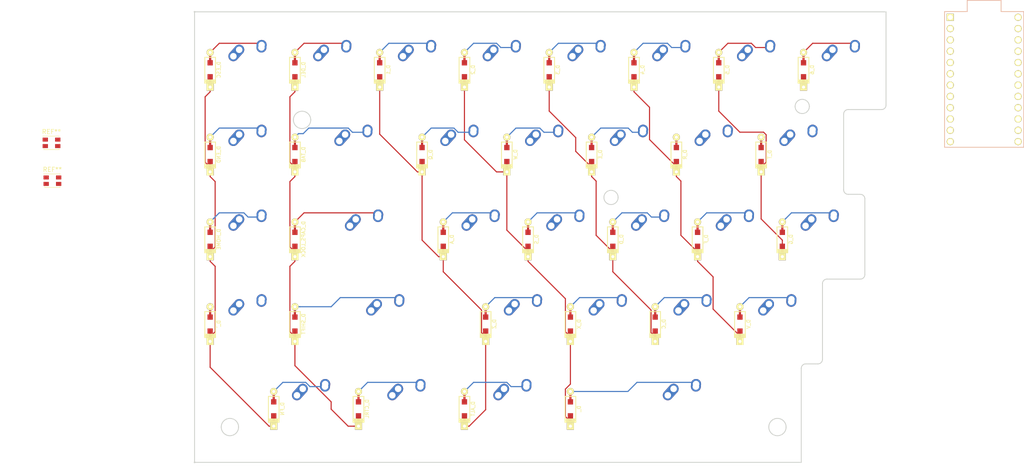
<source format=kicad_pcb>
(kicad_pcb (version 20171130) (host pcbnew "(5.1.4)-1")

  (general
    (thickness 1.6)
    (drawings 57)
    (tracks 242)
    (zones 0)
    (modules 67)
    (nets 75)
  )

  (page A2)
  (layers
    (0 F.Cu signal)
    (31 B.Cu signal)
    (32 B.Adhes user)
    (33 F.Adhes user)
    (34 B.Paste user)
    (35 F.Paste user)
    (36 B.SilkS user)
    (37 F.SilkS user)
    (38 B.Mask user)
    (39 F.Mask user)
    (40 Dwgs.User user)
    (41 Cmts.User user)
    (42 Eco1.User user)
    (43 Eco2.User user)
    (44 Edge.Cuts user)
    (45 Margin user)
    (46 B.CrtYd user)
    (47 F.CrtYd user)
    (48 B.Fab user)
    (49 F.Fab user)
  )

  (setup
    (last_trace_width 0.25)
    (trace_clearance 0.2)
    (zone_clearance 0.508)
    (zone_45_only no)
    (trace_min 0.2)
    (via_size 0.8)
    (via_drill 0.4)
    (via_min_size 0.4)
    (via_min_drill 0.3)
    (uvia_size 0.3)
    (uvia_drill 0.1)
    (uvias_allowed no)
    (uvia_min_size 0.2)
    (uvia_min_drill 0.1)
    (edge_width 0.1)
    (segment_width 0.2)
    (pcb_text_width 0.3)
    (pcb_text_size 1.5 1.5)
    (mod_edge_width 0.15)
    (mod_text_size 1 1)
    (mod_text_width 0.15)
    (pad_size 1.5 1.5)
    (pad_drill 0.6)
    (pad_to_mask_clearance 0)
    (aux_axis_origin 0 0)
    (visible_elements 7FFFFFFF)
    (pcbplotparams
      (layerselection 0x010fc_ffffffff)
      (usegerberextensions false)
      (usegerberattributes false)
      (usegerberadvancedattributes false)
      (creategerberjobfile false)
      (excludeedgelayer true)
      (linewidth 0.100000)
      (plotframeref false)
      (viasonmask false)
      (mode 1)
      (useauxorigin false)
      (hpglpennumber 1)
      (hpglpenspeed 20)
      (hpglpendiameter 15.000000)
      (psnegative false)
      (psa4output false)
      (plotreference true)
      (plotvalue true)
      (plotinvisibletext false)
      (padsonsilk false)
      (subtractmaskfromsilk false)
      (outputformat 1)
      (mirror false)
      (drillshape 1)
      (scaleselection 1)
      (outputdirectory ""))
  )

  (net 0 "")
  (net 1 GND)
  (net 2 VCC)
  (net 3 /col0)
  (net 4 /col1)
  (net 5 /col2)
  (net 6 /col3)
  (net 7 /col4)
  (net 8 /col5)
  (net 9 /col6)
  (net 10 /col7)
  (net 11 "Net-(K_ESC-Pad1)")
  (net 12 "Net-(D_ESC-Pad2)")
  (net 13 "Net-(K_DEL-Pad1)")
  (net 14 "Net-(D_DEL-Pad2)")
  (net 15 "Net-(K_1-Pad1)")
  (net 16 "Net-(D_1-Pad2)")
  (net 17 "Net-(K_2-Pad1)")
  (net 18 "Net-(D_2-Pad2)")
  (net 19 "Net-(K_3-Pad1)")
  (net 20 "Net-(D_3-Pad2)")
  (net 21 "Net-(K_4-Pad1)")
  (net 22 "Net-(D_4-Pad2)")
  (net 23 "Net-(K_5-Pad1)")
  (net 24 "Net-(D_5-Pad2)")
  (net 25 "Net-(K_6-Pad1)")
  (net 26 "Net-(D_6-Pad2)")
  (net 27 "Net-(K_END-Pad1)")
  (net 28 "Net-(D_END-Pad2)")
  (net 29 "Net-(K_TAB-Pad1)")
  (net 30 "Net-(D_TAB-Pad2)")
  (net 31 "Net-(K_Q-Pad1)")
  (net 32 "Net-(D_Q-Pad2)")
  (net 33 "Net-(K_W-Pad1)")
  (net 34 "Net-(D_W-Pad2)")
  (net 35 "Net-(K_E-Pad1)")
  (net 36 "Net-(D_E-Pad2)")
  (net 37 "Net-(K_R-Pad1)")
  (net 38 "Net-(D_R-Pad2)")
  (net 39 "Net-(K_T-Pad1)")
  (net 40 "Net-(D_T-Pad2)")
  (net 41 "Net-(K_HOME-Pad1)")
  (net 42 "Net-(D_HOME-Pad2)")
  (net 43 "Net-(K_CAPS_LOCK-Pad1)")
  (net 44 "Net-(D_CAPS_LOCK-Pad2)")
  (net 45 "Net-(K_A-Pad1)")
  (net 46 "Net-(D_A-Pad2)")
  (net 47 "Net-(K_S-Pad1)")
  (net 48 "Net-(D_S-Pad2)")
  (net 49 "Net-(K_D-Pad1)")
  (net 50 "Net-(D_D-Pad2)")
  (net 51 "Net-(K_F-Pad1)")
  (net 52 "Net-(D_F-Pad2)")
  (net 53 "Net-(K_G-Pad1)")
  (net 54 "Net-(D_G-Pad2)")
  (net 55 "Net-(K_`-Pad1)")
  (net 56 "Net-(D_`-Pad2)")
  (net 57 "Net-(K_SHIFT-Pad1)")
  (net 58 "Net-(D_SHIFT-Pad2)")
  (net 59 "Net-(K_Z-Pad1)")
  (net 60 "Net-(D_Z-Pad2)")
  (net 61 "Net-(K_X-Pad1)")
  (net 62 "Net-(D_X-Pad2)")
  (net 63 "Net-(K_C-Pad1)")
  (net 64 "Net-(D_C-Pad2)")
  (net 65 "Net-(K_V-Pad1)")
  (net 66 "Net-(D_V-Pad2)")
  (net 67 "Net-(K_FN-Pad1)")
  (net 68 "Net-(D_FN-Pad2)")
  (net 69 "Net-(K_CTRL-Pad1)")
  (net 70 "Net-(D_CTRL-Pad2)")
  (net 71 "Net-(K_ALT-Pad1)")
  (net 72 "Net-(D_ALT-Pad2)")
  (net 73 "Net-(K_-Pad1)")
  (net 74 "Net-(D_-Pad2)")

  (net_class Default "This is the default net class."
    (clearance 0.2)
    (trace_width 0.25)
    (via_dia 0.8)
    (via_drill 0.4)
    (uvia_dia 0.3)
    (uvia_drill 0.1)
    (add_net /col0)
    (add_net /col1)
    (add_net /col2)
    (add_net /col3)
    (add_net /col4)
    (add_net /col5)
    (add_net /col6)
    (add_net /col7)
    (add_net "Net-(D_-Pad2)")
    (add_net "Net-(D_1-Pad2)")
    (add_net "Net-(D_2-Pad2)")
    (add_net "Net-(D_3-Pad2)")
    (add_net "Net-(D_4-Pad2)")
    (add_net "Net-(D_5-Pad2)")
    (add_net "Net-(D_6-Pad2)")
    (add_net "Net-(D_A-Pad2)")
    (add_net "Net-(D_ALT-Pad2)")
    (add_net "Net-(D_C-Pad2)")
    (add_net "Net-(D_CAPS_LOCK-Pad2)")
    (add_net "Net-(D_CTRL-Pad2)")
    (add_net "Net-(D_D-Pad2)")
    (add_net "Net-(D_DEL-Pad2)")
    (add_net "Net-(D_E-Pad2)")
    (add_net "Net-(D_END-Pad2)")
    (add_net "Net-(D_ESC-Pad2)")
    (add_net "Net-(D_F-Pad2)")
    (add_net "Net-(D_FN-Pad2)")
    (add_net "Net-(D_G-Pad2)")
    (add_net "Net-(D_HOME-Pad2)")
    (add_net "Net-(D_Q-Pad2)")
    (add_net "Net-(D_R-Pad2)")
    (add_net "Net-(D_S-Pad2)")
    (add_net "Net-(D_SHIFT-Pad2)")
    (add_net "Net-(D_T-Pad2)")
    (add_net "Net-(D_TAB-Pad2)")
    (add_net "Net-(D_V-Pad2)")
    (add_net "Net-(D_W-Pad2)")
    (add_net "Net-(D_X-Pad2)")
    (add_net "Net-(D_Z-Pad2)")
    (add_net "Net-(D_`-Pad2)")
    (add_net "Net-(K_-Pad1)")
    (add_net "Net-(K_1-Pad1)")
    (add_net "Net-(K_2-Pad1)")
    (add_net "Net-(K_3-Pad1)")
    (add_net "Net-(K_4-Pad1)")
    (add_net "Net-(K_5-Pad1)")
    (add_net "Net-(K_6-Pad1)")
    (add_net "Net-(K_A-Pad1)")
    (add_net "Net-(K_ALT-Pad1)")
    (add_net "Net-(K_C-Pad1)")
    (add_net "Net-(K_CAPS_LOCK-Pad1)")
    (add_net "Net-(K_CTRL-Pad1)")
    (add_net "Net-(K_D-Pad1)")
    (add_net "Net-(K_DEL-Pad1)")
    (add_net "Net-(K_E-Pad1)")
    (add_net "Net-(K_END-Pad1)")
    (add_net "Net-(K_ESC-Pad1)")
    (add_net "Net-(K_F-Pad1)")
    (add_net "Net-(K_FN-Pad1)")
    (add_net "Net-(K_G-Pad1)")
    (add_net "Net-(K_HOME-Pad1)")
    (add_net "Net-(K_Q-Pad1)")
    (add_net "Net-(K_R-Pad1)")
    (add_net "Net-(K_S-Pad1)")
    (add_net "Net-(K_SHIFT-Pad1)")
    (add_net "Net-(K_T-Pad1)")
    (add_net "Net-(K_TAB-Pad1)")
    (add_net "Net-(K_V-Pad1)")
    (add_net "Net-(K_W-Pad1)")
    (add_net "Net-(K_X-Pad1)")
    (add_net "Net-(K_Z-Pad1)")
    (add_net "Net-(K_`-Pad1)")
  )

  (module LED_SMD:LED_Kingbright_AAA3528ESGCT (layer F.Cu) (tedit 5B43C79E) (tstamp 5E614E6D)
    (at -14.95 54.95)
    (descr "Kingbright, dual LED, 3.5 x 2.8 mm Surface Mount LED Lamp (http://www.kingbrightusa.com/images/catalog/SPEC/AAA3528ESGCT.pdf)")
    (tags "dual led smd")
    (attr smd)
    (fp_text reference REF** (at 0 -2.5) (layer F.SilkS)
      (effects (font (size 1 1) (thickness 0.15)))
    )
    (fp_text value LED_Kingbright_AAA3528ESGCT (at 0 2.5) (layer F.Fab)
      (effects (font (size 1 1) (thickness 0.15)))
    )
    (fp_line (start 1.71 -1.355) (end 1.71 -1.51) (layer F.SilkS) (width 0.12))
    (fp_line (start 1.71 -0.095) (end 1.71 0.095) (layer F.SilkS) (width 0.12))
    (fp_line (start -1.71 1.355) (end -1.71 1.51) (layer F.SilkS) (width 0.12))
    (fp_line (start -0.9 -1.4) (end -1.6 -0.7) (layer F.Fab) (width 0.1))
    (fp_line (start 2.25 -1.65) (end 2.25 1.65) (layer F.CrtYd) (width 0.05))
    (fp_line (start -2.25 -1.65) (end -2.25 1.65) (layer F.CrtYd) (width 0.05))
    (fp_line (start -2.25 1.65) (end 2.25 1.65) (layer F.CrtYd) (width 0.05))
    (fp_line (start -2.25 -1.65) (end 2.25 -1.65) (layer F.CrtYd) (width 0.05))
    (fp_line (start -1.71 -0.095) (end -1.71 0.095) (layer F.SilkS) (width 0.12))
    (fp_line (start 1.71 1.355) (end 1.71 1.51) (layer F.SilkS) (width 0.12))
    (fp_line (start -1.71 1.51) (end 1.71 1.51) (layer F.SilkS) (width 0.12))
    (fp_line (start -2 -1.51) (end 1.71 -1.51) (layer F.SilkS) (width 0.12))
    (fp_line (start -0.9 -1.4) (end 1.6 -1.4) (layer F.Fab) (width 0.1))
    (fp_line (start 1.6 -1.4) (end 1.6 1.4) (layer F.Fab) (width 0.1))
    (fp_line (start 1.6 1.4) (end -1.6 1.4) (layer F.Fab) (width 0.1))
    (fp_line (start -1.6 1.4) (end -1.6 -0.7) (layer F.Fab) (width 0.1))
    (fp_text user %R (at 0 0) (layer F.Fab)
      (effects (font (size 0.8 0.8) (thickness 0.13)))
    )
    (pad 1 smd rect (at -1.4 -0.725) (size 1.2 0.9) (layers F.Cu F.Paste F.Mask))
    (pad 3 smd rect (at 1.4 0.725) (size 1.2 0.9) (layers F.Cu F.Paste F.Mask))
    (pad 4 smd rect (at -1.4 0.725) (size 1.2 0.9) (layers F.Cu F.Paste F.Mask))
    (pad 2 smd rect (at 1.4 -0.725) (size 1.2 0.9) (layers F.Cu F.Paste F.Mask))
    (model ${KISYS3DMOD}/LED_SMD.3dshapes/LED_Kingbright_AAA3528ESGCT.wrl
      (at (xyz 0 0 0))
      (scale (xyz 1 1 1))
      (rotate (xyz 0 0 0))
    )
  )

  (module LED_SMD:LED_Kingbright_AAA3528ESGCT (layer F.Cu) (tedit 5B43C79E) (tstamp 5E60C36C)
    (at -15.15 46.45)
    (descr "Kingbright, dual LED, 3.5 x 2.8 mm Surface Mount LED Lamp (http://www.kingbrightusa.com/images/catalog/SPEC/AAA3528ESGCT.pdf)")
    (tags "dual led smd")
    (attr smd)
    (fp_text reference REF** (at 0 -2.5) (layer F.SilkS)
      (effects (font (size 1 1) (thickness 0.15)))
    )
    (fp_text value LED_Kingbright_AAA3528ESGCT (at 0 2.5) (layer F.Fab)
      (effects (font (size 1 1) (thickness 0.15)))
    )
    (fp_line (start 1.71 -1.355) (end 1.71 -1.51) (layer F.SilkS) (width 0.12))
    (fp_line (start 1.71 -0.095) (end 1.71 0.095) (layer F.SilkS) (width 0.12))
    (fp_line (start -1.71 1.355) (end -1.71 1.51) (layer F.SilkS) (width 0.12))
    (fp_line (start -0.9 -1.4) (end -1.6 -0.7) (layer F.Fab) (width 0.1))
    (fp_line (start 2.25 -1.65) (end 2.25 1.65) (layer F.CrtYd) (width 0.05))
    (fp_line (start -2.25 -1.65) (end -2.25 1.65) (layer F.CrtYd) (width 0.05))
    (fp_line (start -2.25 1.65) (end 2.25 1.65) (layer F.CrtYd) (width 0.05))
    (fp_line (start -2.25 -1.65) (end 2.25 -1.65) (layer F.CrtYd) (width 0.05))
    (fp_line (start -1.71 -0.095) (end -1.71 0.095) (layer F.SilkS) (width 0.12))
    (fp_line (start 1.71 1.355) (end 1.71 1.51) (layer F.SilkS) (width 0.12))
    (fp_line (start -1.71 1.51) (end 1.71 1.51) (layer F.SilkS) (width 0.12))
    (fp_line (start -2 -1.51) (end 1.71 -1.51) (layer F.SilkS) (width 0.12))
    (fp_line (start -0.9 -1.4) (end 1.6 -1.4) (layer F.Fab) (width 0.1))
    (fp_line (start 1.6 -1.4) (end 1.6 1.4) (layer F.Fab) (width 0.1))
    (fp_line (start 1.6 1.4) (end -1.6 1.4) (layer F.Fab) (width 0.1))
    (fp_line (start -1.6 1.4) (end -1.6 -0.7) (layer F.Fab) (width 0.1))
    (fp_text user %R (at 0 0) (layer F.Fab)
      (effects (font (size 0.8 0.8) (thickness 0.13)))
    )
    (pad 1 smd rect (at -1.4 -0.725) (size 1.2 0.9) (layers F.Cu F.Paste F.Mask))
    (pad 3 smd rect (at 1.4 0.725) (size 1.2 0.9) (layers F.Cu F.Paste F.Mask))
    (pad 4 smd rect (at -1.4 0.725) (size 1.2 0.9) (layers F.Cu F.Paste F.Mask))
    (pad 2 smd rect (at 1.4 -0.725) (size 1.2 0.9) (layers F.Cu F.Paste F.Mask))
    (model ${KISYS3DMOD}/LED_SMD.3dshapes/LED_Kingbright_AAA3528ESGCT.wrl
      (at (xyz 0 0 0))
      (scale (xyz 1 1 1))
      (rotate (xyz 0 0 0))
    )
  )

  (module promicro:ProMicro (layer F.Cu) (tedit 5A06A962) (tstamp 5E16E45C)
    (at 194.45 32.2 270)
    (descr "Pro Micro footprint")
    (tags "promicro ProMicro")
    (fp_text reference REF** (at 0 -10.16 90) (layer F.SilkS) hide
      (effects (font (size 1 1) (thickness 0.15)))
    )
    (fp_text value ProMicro (at 0 10.16 90) (layer F.Fab)
      (effects (font (size 1 1) (thickness 0.15)))
    )
    (fp_line (start 15.24 -8.89) (end 15.24 8.89) (layer F.SilkS) (width 0.15))
    (fp_line (start -15.24 -8.89) (end 15.24 -8.89) (layer F.SilkS) (width 0.15))
    (fp_line (start -15.24 -3.81) (end -15.24 -8.89) (layer F.SilkS) (width 0.15))
    (fp_line (start -17.78 -3.81) (end -15.24 -3.81) (layer F.SilkS) (width 0.15))
    (fp_line (start -17.78 3.81) (end -17.78 -3.81) (layer F.SilkS) (width 0.15))
    (fp_line (start -15.24 3.81) (end -17.78 3.81) (layer F.SilkS) (width 0.15))
    (fp_line (start -15.24 8.89) (end -15.24 3.81) (layer F.SilkS) (width 0.15))
    (fp_line (start -15.24 8.89) (end 15.24 8.89) (layer F.SilkS) (width 0.15))
    (fp_line (start -15.24 -8.89) (end 15.24 -8.89) (layer B.SilkS) (width 0.15))
    (fp_line (start -15.24 -3.81) (end -15.24 -8.89) (layer B.SilkS) (width 0.15))
    (fp_line (start -17.78 -3.81) (end -15.24 -3.81) (layer B.SilkS) (width 0.15))
    (fp_line (start -17.78 3.81) (end -17.78 -3.81) (layer B.SilkS) (width 0.15))
    (fp_line (start -15.24 3.81) (end -17.78 3.81) (layer B.SilkS) (width 0.15))
    (fp_line (start -15.24 8.89) (end -15.24 3.81) (layer B.SilkS) (width 0.15))
    (fp_line (start 15.24 8.89) (end -15.24 8.89) (layer B.SilkS) (width 0.15))
    (fp_line (start 15.24 -8.89) (end 15.24 8.89) (layer B.SilkS) (width 0.15))
    (pad 24 thru_hole circle (at -13.97 -7.62 270) (size 1.6 1.6) (drill 1.1) (layers *.Cu *.Mask F.SilkS))
    (pad 23 thru_hole circle (at -11.43 -7.62 270) (size 1.6 1.6) (drill 1.1) (layers *.Cu *.Mask F.SilkS))
    (pad 22 thru_hole circle (at -8.89 -7.62 270) (size 1.6 1.6) (drill 1.1) (layers *.Cu *.Mask F.SilkS))
    (pad 21 thru_hole circle (at -6.35 -7.62 270) (size 1.6 1.6) (drill 1.1) (layers *.Cu *.Mask F.SilkS))
    (pad 20 thru_hole circle (at -3.81 -7.62 270) (size 1.6 1.6) (drill 1.1) (layers *.Cu *.Mask F.SilkS))
    (pad 19 thru_hole circle (at -1.27 -7.62 270) (size 1.6 1.6) (drill 1.1) (layers *.Cu *.Mask F.SilkS))
    (pad 18 thru_hole circle (at 1.27 -7.62 270) (size 1.6 1.6) (drill 1.1) (layers *.Cu *.Mask F.SilkS))
    (pad 17 thru_hole circle (at 3.81 -7.62 270) (size 1.6 1.6) (drill 1.1) (layers *.Cu *.Mask F.SilkS))
    (pad 16 thru_hole circle (at 6.35 -7.62 270) (size 1.6 1.6) (drill 1.1) (layers *.Cu *.Mask F.SilkS))
    (pad 15 thru_hole circle (at 8.89 -7.62 270) (size 1.6 1.6) (drill 1.1) (layers *.Cu *.Mask F.SilkS))
    (pad 14 thru_hole circle (at 11.43 -7.62 270) (size 1.6 1.6) (drill 1.1) (layers *.Cu *.Mask F.SilkS))
    (pad 13 thru_hole circle (at 13.97 -7.62 270) (size 1.6 1.6) (drill 1.1) (layers *.Cu *.Mask F.SilkS))
    (pad 12 thru_hole circle (at 13.97 7.62 270) (size 1.6 1.6) (drill 1.1) (layers *.Cu *.Mask F.SilkS))
    (pad 11 thru_hole circle (at 11.43 7.62 270) (size 1.6 1.6) (drill 1.1) (layers *.Cu *.Mask F.SilkS))
    (pad 10 thru_hole circle (at 8.89 7.62 270) (size 1.6 1.6) (drill 1.1) (layers *.Cu *.Mask F.SilkS))
    (pad 9 thru_hole circle (at 6.35 7.62 270) (size 1.6 1.6) (drill 1.1) (layers *.Cu *.Mask F.SilkS))
    (pad 8 thru_hole circle (at 3.81 7.62 270) (size 1.6 1.6) (drill 1.1) (layers *.Cu *.Mask F.SilkS))
    (pad 7 thru_hole circle (at 1.27 7.62 270) (size 1.6 1.6) (drill 1.1) (layers *.Cu *.Mask F.SilkS))
    (pad 6 thru_hole circle (at -1.27 7.62 270) (size 1.6 1.6) (drill 1.1) (layers *.Cu *.Mask F.SilkS))
    (pad 5 thru_hole circle (at -3.81 7.62 270) (size 1.6 1.6) (drill 1.1) (layers *.Cu *.Mask F.SilkS))
    (pad 4 thru_hole circle (at -6.35 7.62 270) (size 1.6 1.6) (drill 1.1) (layers *.Cu *.Mask F.SilkS))
    (pad 3 thru_hole circle (at -8.89 7.62 270) (size 1.6 1.6) (drill 1.1) (layers *.Cu *.Mask F.SilkS))
    (pad 2 thru_hole circle (at -11.43 7.62 270) (size 1.6 1.6) (drill 1.1) (layers *.Cu *.Mask F.SilkS))
    (pad 1 thru_hole rect (at -13.97 7.62 270) (size 1.6 1.6) (drill 1.1) (layers *.Cu *.Mask F.SilkS))
  )

  (module MX_Alps_Hybrid:MX-1U-NoLED (layer F.Cu) (tedit 5A9F5203) (tstamp 1400AA20)
    (at 29.525 29.525)
    (fp_text reference K_ESC (at 0 3.175) (layer Dwgs.User)
      (effects (font (size 1 1) (thickness 0.15)))
    )
    (fp_text value KEYSW (at 0 -7.9375) (layer Dwgs.User)
      (effects (font (size 1 1) (thickness 0.15)))
    )
    (fp_line (start 5 -7) (end 7 -7) (layer Dwgs.User) (width 0.15))
    (fp_line (start 7 -7) (end 7 -5) (layer Dwgs.User) (width 0.15))
    (fp_line (start 5 7) (end 7 7) (layer Dwgs.User) (width 0.15))
    (fp_line (start 7 7) (end 7 5) (layer Dwgs.User) (width 0.15))
    (fp_line (start -7 5) (end -7 7) (layer Dwgs.User) (width 0.15))
    (fp_line (start -7 7) (end -5 7) (layer Dwgs.User) (width 0.15))
    (fp_line (start -5 -7) (end -7 -7) (layer Dwgs.User) (width 0.15))
    (fp_line (start -7 -7) (end -7 -5) (layer Dwgs.User) (width 0.15))
    (fp_line (start -9.525 -9.525) (end 9.525 -9.525) (layer Dwgs.User) (width 0.15))
    (fp_line (start 9.525 -9.525) (end 9.525 9.525) (layer Dwgs.User) (width 0.15))
    (fp_line (start 9.525 9.525) (end -9.525 9.525) (layer Dwgs.User) (width 0.15))
    (fp_line (start -9.525 9.525) (end -9.525 -9.525) (layer Dwgs.User) (width 0.15))
    (pad 1 thru_hole circle (at -2.5 -4) (size 2.25 2.25) (drill 1.47) (layers *.Cu B.Mask)
      (net 11 "Net-(K_ESC-Pad1)"))
    (pad 1 thru_hole oval (at -3.81 -2.54 48.0996) (size 4.211556 2.25) (drill 1.47 (offset 0.980778 0)) (layers *.Cu B.Mask)
      (net 11 "Net-(K_ESC-Pad1)"))
    (pad 2 thru_hole oval (at 2.5 -4.5 86.0548) (size 2.831378 2.25) (drill 1.47 (offset 0.290689 0)) (layers *.Cu B.Mask)
      (net 12 "Net-(D_ESC-Pad2)"))
    (pad 2 thru_hole circle (at 2.54 -5.08) (size 2.25 2.25) (drill 1.47) (layers *.Cu B.Mask)
      (net 12 "Net-(D_ESC-Pad2)"))
    (pad "" np_thru_hole circle (at 0 0) (size 3.9878 3.9878) (drill 3.9878) (layers *.Cu *.Mask))
    (pad "" np_thru_hole circle (at -5.08 0 48.0996) (size 1.75 1.75) (drill 1.75) (layers *.Cu *.Mask))
    (pad "" np_thru_hole circle (at 5.08 0 48.0996) (size 1.75 1.75) (drill 1.75) (layers *.Cu *.Mask))
  )

  (module keyboard_parts:D_SOD123_axial (layer F.Cu) (tedit 561B6A12) (tstamp 1400ED7C)
    (at 20.5 30.025 90)
    (attr smd)
    (fp_text reference D_ESC (at 0 1.925 90) (layer F.SilkS)
      (effects (font (size 0.8 0.8) (thickness 0.15)) (justify mirror))
    )
    (fp_text value D (at 0 -1.925 90) (layer F.SilkS) hide
      (effects (font (size 0.8 0.8) (thickness 0.15)) (justify mirror))
    )
    (fp_line (start -2.275 -1.2) (end -2.275 1.2) (layer F.SilkS) (width 0.2))
    (fp_line (start -2.45 -1.2) (end -2.45 1.2) (layer F.SilkS) (width 0.2))
    (fp_line (start -2.625 -1.2) (end -2.625 1.2) (layer F.SilkS) (width 0.2))
    (fp_line (start -3.025 1.2) (end -3.025 -1.2) (layer F.SilkS) (width 0.2))
    (fp_line (start -2.8 -1.2) (end -2.8 1.2) (layer F.SilkS) (width 0.2))
    (fp_line (start -2.925 -1.2) (end -2.925 1.2) (layer F.SilkS) (width 0.2))
    (fp_line (start -3 -1.2) (end 2.8 -1.2) (layer F.SilkS) (width 0.2))
    (fp_line (start 2.8 -1.2) (end 2.8 1.2) (layer F.SilkS) (width 0.2))
    (fp_line (start 2.8 1.2) (end -3 1.2) (layer F.SilkS) (width 0.2))
    (pad 1 smd rect (at -2.7 0 90) (size 2.5 0.5) (layers F.Cu)
      (net 3 /col0))
    (pad 1 smd rect (at -1.575 0 90) (size 1.2 1.2) (layers F.Cu F.Paste F.Mask)
      (net 3 /col0))
    (pad 1 thru_hole rect (at -3.9 0 90) (size 1.6 1.6) (drill 0.7) (layers *.Cu *.Mask F.SilkS)
      (net 3 /col0))
    (pad 2 smd rect (at 1.575 0 90) (size 1.2 1.2) (layers F.Cu F.Paste F.Mask)
      (net 12 "Net-(D_ESC-Pad2)"))
    (pad 2 smd rect (at 2.7 0 90) (size 2.5 0.5) (layers F.Cu)
      (net 12 "Net-(D_ESC-Pad2)"))
    (pad 2 thru_hole circle (at 3.9 0 90) (size 1.6 1.6) (drill 0.7) (layers *.Cu *.Mask F.SilkS)
      (net 12 "Net-(D_ESC-Pad2)"))
  )

  (module MX_Alps_Hybrid:MX-1U-NoLED (layer F.Cu) (tedit 5A9F5203) (tstamp 1400C30E)
    (at 48.575 29.525)
    (fp_text reference K_DEL (at 0 3.175) (layer Dwgs.User)
      (effects (font (size 1 1) (thickness 0.15)))
    )
    (fp_text value KEYSW (at 0 -7.9375) (layer Dwgs.User)
      (effects (font (size 1 1) (thickness 0.15)))
    )
    (fp_line (start 5 -7) (end 7 -7) (layer Dwgs.User) (width 0.15))
    (fp_line (start 7 -7) (end 7 -5) (layer Dwgs.User) (width 0.15))
    (fp_line (start 5 7) (end 7 7) (layer Dwgs.User) (width 0.15))
    (fp_line (start 7 7) (end 7 5) (layer Dwgs.User) (width 0.15))
    (fp_line (start -7 5) (end -7 7) (layer Dwgs.User) (width 0.15))
    (fp_line (start -7 7) (end -5 7) (layer Dwgs.User) (width 0.15))
    (fp_line (start -5 -7) (end -7 -7) (layer Dwgs.User) (width 0.15))
    (fp_line (start -7 -7) (end -7 -5) (layer Dwgs.User) (width 0.15))
    (fp_line (start -9.525 -9.525) (end 9.525 -9.525) (layer Dwgs.User) (width 0.15))
    (fp_line (start 9.525 -9.525) (end 9.525 9.525) (layer Dwgs.User) (width 0.15))
    (fp_line (start 9.525 9.525) (end -9.525 9.525) (layer Dwgs.User) (width 0.15))
    (fp_line (start -9.525 9.525) (end -9.525 -9.525) (layer Dwgs.User) (width 0.15))
    (pad 1 thru_hole circle (at -2.5 -4) (size 2.25 2.25) (drill 1.47) (layers *.Cu B.Mask)
      (net 13 "Net-(K_DEL-Pad1)"))
    (pad 1 thru_hole oval (at -3.81 -2.54 48.0996) (size 4.211556 2.25) (drill 1.47 (offset 0.980778 0)) (layers *.Cu B.Mask)
      (net 13 "Net-(K_DEL-Pad1)"))
    (pad 2 thru_hole oval (at 2.5 -4.5 86.0548) (size 2.831378 2.25) (drill 1.47 (offset 0.290689 0)) (layers *.Cu B.Mask)
      (net 14 "Net-(D_DEL-Pad2)"))
    (pad 2 thru_hole circle (at 2.54 -5.08) (size 2.25 2.25) (drill 1.47) (layers *.Cu B.Mask)
      (net 14 "Net-(D_DEL-Pad2)"))
    (pad "" np_thru_hole circle (at 0 0) (size 3.9878 3.9878) (drill 3.9878) (layers *.Cu *.Mask))
    (pad "" np_thru_hole circle (at -5.08 0 48.0996) (size 1.75 1.75) (drill 1.75) (layers *.Cu *.Mask))
    (pad "" np_thru_hole circle (at 5.08 0 48.0996) (size 1.75 1.75) (drill 1.75) (layers *.Cu *.Mask))
  )

  (module keyboard_parts:D_SOD123_axial (layer F.Cu) (tedit 561B6A12) (tstamp 1400F319)
    (at 39.55 30.025 90)
    (attr smd)
    (fp_text reference D_DEL (at 0 1.925 90) (layer F.SilkS)
      (effects (font (size 0.8 0.8) (thickness 0.15)) (justify mirror))
    )
    (fp_text value D (at 0 -1.925 90) (layer F.SilkS) hide
      (effects (font (size 0.8 0.8) (thickness 0.15)) (justify mirror))
    )
    (fp_line (start -2.275 -1.2) (end -2.275 1.2) (layer F.SilkS) (width 0.2))
    (fp_line (start -2.45 -1.2) (end -2.45 1.2) (layer F.SilkS) (width 0.2))
    (fp_line (start -2.625 -1.2) (end -2.625 1.2) (layer F.SilkS) (width 0.2))
    (fp_line (start -3.025 1.2) (end -3.025 -1.2) (layer F.SilkS) (width 0.2))
    (fp_line (start -2.8 -1.2) (end -2.8 1.2) (layer F.SilkS) (width 0.2))
    (fp_line (start -2.925 -1.2) (end -2.925 1.2) (layer F.SilkS) (width 0.2))
    (fp_line (start -3 -1.2) (end 2.8 -1.2) (layer F.SilkS) (width 0.2))
    (fp_line (start 2.8 -1.2) (end 2.8 1.2) (layer F.SilkS) (width 0.2))
    (fp_line (start 2.8 1.2) (end -3 1.2) (layer F.SilkS) (width 0.2))
    (pad 1 smd rect (at -2.7 0 90) (size 2.5 0.5) (layers F.Cu)
      (net 4 /col1))
    (pad 1 smd rect (at -1.575 0 90) (size 1.2 1.2) (layers F.Cu F.Paste F.Mask)
      (net 4 /col1))
    (pad 1 thru_hole rect (at -3.9 0 90) (size 1.6 1.6) (drill 0.7) (layers *.Cu *.Mask F.SilkS)
      (net 4 /col1))
    (pad 2 smd rect (at 1.575 0 90) (size 1.2 1.2) (layers F.Cu F.Paste F.Mask)
      (net 14 "Net-(D_DEL-Pad2)"))
    (pad 2 smd rect (at 2.7 0 90) (size 2.5 0.5) (layers F.Cu)
      (net 14 "Net-(D_DEL-Pad2)"))
    (pad 2 thru_hole circle (at 3.9 0 90) (size 1.6 1.6) (drill 0.7) (layers *.Cu *.Mask F.SilkS)
      (net 14 "Net-(D_DEL-Pad2)"))
  )

  (module MX_Alps_Hybrid:MX-1U-NoLED (layer F.Cu) (tedit 5A9F5203) (tstamp 14001303)
    (at 67.625 29.525)
    (fp_text reference K_1 (at 0 3.175) (layer Dwgs.User)
      (effects (font (size 1 1) (thickness 0.15)))
    )
    (fp_text value KEYSW (at 0 -7.9375) (layer Dwgs.User)
      (effects (font (size 1 1) (thickness 0.15)))
    )
    (fp_line (start 5 -7) (end 7 -7) (layer Dwgs.User) (width 0.15))
    (fp_line (start 7 -7) (end 7 -5) (layer Dwgs.User) (width 0.15))
    (fp_line (start 5 7) (end 7 7) (layer Dwgs.User) (width 0.15))
    (fp_line (start 7 7) (end 7 5) (layer Dwgs.User) (width 0.15))
    (fp_line (start -7 5) (end -7 7) (layer Dwgs.User) (width 0.15))
    (fp_line (start -7 7) (end -5 7) (layer Dwgs.User) (width 0.15))
    (fp_line (start -5 -7) (end -7 -7) (layer Dwgs.User) (width 0.15))
    (fp_line (start -7 -7) (end -7 -5) (layer Dwgs.User) (width 0.15))
    (fp_line (start -9.525 -9.525) (end 9.525 -9.525) (layer Dwgs.User) (width 0.15))
    (fp_line (start 9.525 -9.525) (end 9.525 9.525) (layer Dwgs.User) (width 0.15))
    (fp_line (start 9.525 9.525) (end -9.525 9.525) (layer Dwgs.User) (width 0.15))
    (fp_line (start -9.525 9.525) (end -9.525 -9.525) (layer Dwgs.User) (width 0.15))
    (pad 1 thru_hole circle (at -2.5 -4) (size 2.25 2.25) (drill 1.47) (layers *.Cu B.Mask)
      (net 15 "Net-(K_1-Pad1)"))
    (pad 1 thru_hole oval (at -3.81 -2.54 48.0996) (size 4.211556 2.25) (drill 1.47 (offset 0.980778 0)) (layers *.Cu B.Mask)
      (net 15 "Net-(K_1-Pad1)"))
    (pad 2 thru_hole oval (at 2.5 -4.5 86.0548) (size 2.831378 2.25) (drill 1.47 (offset 0.290689 0)) (layers *.Cu B.Mask)
      (net 16 "Net-(D_1-Pad2)"))
    (pad 2 thru_hole circle (at 2.54 -5.08) (size 2.25 2.25) (drill 1.47) (layers *.Cu B.Mask)
      (net 16 "Net-(D_1-Pad2)"))
    (pad "" np_thru_hole circle (at 0 0) (size 3.9878 3.9878) (drill 3.9878) (layers *.Cu *.Mask))
    (pad "" np_thru_hole circle (at -5.08 0 48.0996) (size 1.75 1.75) (drill 1.75) (layers *.Cu *.Mask))
    (pad "" np_thru_hole circle (at 5.08 0 48.0996) (size 1.75 1.75) (drill 1.75) (layers *.Cu *.Mask))
  )

  (module keyboard_parts:D_SOD123_axial (layer F.Cu) (tedit 561B6A12) (tstamp 14008AF6)
    (at 58.6 30.025 90)
    (attr smd)
    (fp_text reference D_1 (at 0 1.925 90) (layer F.SilkS)
      (effects (font (size 0.8 0.8) (thickness 0.15)) (justify mirror))
    )
    (fp_text value D (at 0 -1.925 90) (layer F.SilkS) hide
      (effects (font (size 0.8 0.8) (thickness 0.15)) (justify mirror))
    )
    (fp_line (start -2.275 -1.2) (end -2.275 1.2) (layer F.SilkS) (width 0.2))
    (fp_line (start -2.45 -1.2) (end -2.45 1.2) (layer F.SilkS) (width 0.2))
    (fp_line (start -2.625 -1.2) (end -2.625 1.2) (layer F.SilkS) (width 0.2))
    (fp_line (start -3.025 1.2) (end -3.025 -1.2) (layer F.SilkS) (width 0.2))
    (fp_line (start -2.8 -1.2) (end -2.8 1.2) (layer F.SilkS) (width 0.2))
    (fp_line (start -2.925 -1.2) (end -2.925 1.2) (layer F.SilkS) (width 0.2))
    (fp_line (start -3 -1.2) (end 2.8 -1.2) (layer F.SilkS) (width 0.2))
    (fp_line (start 2.8 -1.2) (end 2.8 1.2) (layer F.SilkS) (width 0.2))
    (fp_line (start 2.8 1.2) (end -3 1.2) (layer F.SilkS) (width 0.2))
    (pad 1 smd rect (at -2.7 0 90) (size 2.5 0.5) (layers F.Cu)
      (net 5 /col2))
    (pad 1 smd rect (at -1.575 0 90) (size 1.2 1.2) (layers F.Cu F.Paste F.Mask)
      (net 5 /col2))
    (pad 1 thru_hole rect (at -3.9 0 90) (size 1.6 1.6) (drill 0.7) (layers *.Cu *.Mask F.SilkS)
      (net 5 /col2))
    (pad 2 smd rect (at 1.575 0 90) (size 1.2 1.2) (layers F.Cu F.Paste F.Mask)
      (net 16 "Net-(D_1-Pad2)"))
    (pad 2 smd rect (at 2.7 0 90) (size 2.5 0.5) (layers F.Cu)
      (net 16 "Net-(D_1-Pad2)"))
    (pad 2 thru_hole circle (at 3.9 0 90) (size 1.6 1.6) (drill 0.7) (layers *.Cu *.Mask F.SilkS)
      (net 16 "Net-(D_1-Pad2)"))
  )

  (module MX_Alps_Hybrid:MX-1U-NoLED (layer F.Cu) (tedit 5A9F5203) (tstamp 14004C14)
    (at 86.675 29.525)
    (fp_text reference K_2 (at 0 3.175) (layer Dwgs.User)
      (effects (font (size 1 1) (thickness 0.15)))
    )
    (fp_text value KEYSW (at 0 -7.9375) (layer Dwgs.User)
      (effects (font (size 1 1) (thickness 0.15)))
    )
    (fp_line (start 5 -7) (end 7 -7) (layer Dwgs.User) (width 0.15))
    (fp_line (start 7 -7) (end 7 -5) (layer Dwgs.User) (width 0.15))
    (fp_line (start 5 7) (end 7 7) (layer Dwgs.User) (width 0.15))
    (fp_line (start 7 7) (end 7 5) (layer Dwgs.User) (width 0.15))
    (fp_line (start -7 5) (end -7 7) (layer Dwgs.User) (width 0.15))
    (fp_line (start -7 7) (end -5 7) (layer Dwgs.User) (width 0.15))
    (fp_line (start -5 -7) (end -7 -7) (layer Dwgs.User) (width 0.15))
    (fp_line (start -7 -7) (end -7 -5) (layer Dwgs.User) (width 0.15))
    (fp_line (start -9.525 -9.525) (end 9.525 -9.525) (layer Dwgs.User) (width 0.15))
    (fp_line (start 9.525 -9.525) (end 9.525 9.525) (layer Dwgs.User) (width 0.15))
    (fp_line (start 9.525 9.525) (end -9.525 9.525) (layer Dwgs.User) (width 0.15))
    (fp_line (start -9.525 9.525) (end -9.525 -9.525) (layer Dwgs.User) (width 0.15))
    (pad 1 thru_hole circle (at -2.5 -4) (size 2.25 2.25) (drill 1.47) (layers *.Cu B.Mask)
      (net 17 "Net-(K_2-Pad1)"))
    (pad 1 thru_hole oval (at -3.81 -2.54 48.0996) (size 4.211556 2.25) (drill 1.47 (offset 0.980778 0)) (layers *.Cu B.Mask)
      (net 17 "Net-(K_2-Pad1)"))
    (pad 2 thru_hole oval (at 2.5 -4.5 86.0548) (size 2.831378 2.25) (drill 1.47 (offset 0.290689 0)) (layers *.Cu B.Mask)
      (net 18 "Net-(D_2-Pad2)"))
    (pad 2 thru_hole circle (at 2.54 -5.08) (size 2.25 2.25) (drill 1.47) (layers *.Cu B.Mask)
      (net 18 "Net-(D_2-Pad2)"))
    (pad "" np_thru_hole circle (at 0 0) (size 3.9878 3.9878) (drill 3.9878) (layers *.Cu *.Mask))
    (pad "" np_thru_hole circle (at -5.08 0 48.0996) (size 1.75 1.75) (drill 1.75) (layers *.Cu *.Mask))
    (pad "" np_thru_hole circle (at 5.08 0 48.0996) (size 1.75 1.75) (drill 1.75) (layers *.Cu *.Mask))
  )

  (module keyboard_parts:D_SOD123_axial (layer F.Cu) (tedit 561B6A12) (tstamp 14004412)
    (at 77.65 30.025 90)
    (attr smd)
    (fp_text reference D_2 (at 0 1.925 90) (layer F.SilkS)
      (effects (font (size 0.8 0.8) (thickness 0.15)) (justify mirror))
    )
    (fp_text value D (at 0 -1.925 90) (layer F.SilkS) hide
      (effects (font (size 0.8 0.8) (thickness 0.15)) (justify mirror))
    )
    (fp_line (start -2.275 -1.2) (end -2.275 1.2) (layer F.SilkS) (width 0.2))
    (fp_line (start -2.45 -1.2) (end -2.45 1.2) (layer F.SilkS) (width 0.2))
    (fp_line (start -2.625 -1.2) (end -2.625 1.2) (layer F.SilkS) (width 0.2))
    (fp_line (start -3.025 1.2) (end -3.025 -1.2) (layer F.SilkS) (width 0.2))
    (fp_line (start -2.8 -1.2) (end -2.8 1.2) (layer F.SilkS) (width 0.2))
    (fp_line (start -2.925 -1.2) (end -2.925 1.2) (layer F.SilkS) (width 0.2))
    (fp_line (start -3 -1.2) (end 2.8 -1.2) (layer F.SilkS) (width 0.2))
    (fp_line (start 2.8 -1.2) (end 2.8 1.2) (layer F.SilkS) (width 0.2))
    (fp_line (start 2.8 1.2) (end -3 1.2) (layer F.SilkS) (width 0.2))
    (pad 1 smd rect (at -2.7 0 90) (size 2.5 0.5) (layers F.Cu)
      (net 6 /col3))
    (pad 1 smd rect (at -1.575 0 90) (size 1.2 1.2) (layers F.Cu F.Paste F.Mask)
      (net 6 /col3))
    (pad 1 thru_hole rect (at -3.9 0 90) (size 1.6 1.6) (drill 0.7) (layers *.Cu *.Mask F.SilkS)
      (net 6 /col3))
    (pad 2 smd rect (at 1.575 0 90) (size 1.2 1.2) (layers F.Cu F.Paste F.Mask)
      (net 18 "Net-(D_2-Pad2)"))
    (pad 2 smd rect (at 2.7 0 90) (size 2.5 0.5) (layers F.Cu)
      (net 18 "Net-(D_2-Pad2)"))
    (pad 2 thru_hole circle (at 3.9 0 90) (size 1.6 1.6) (drill 0.7) (layers *.Cu *.Mask F.SilkS)
      (net 18 "Net-(D_2-Pad2)"))
  )

  (module MX_Alps_Hybrid:MX-1U-NoLED (layer F.Cu) (tedit 5A9F5203) (tstamp 14001AE9)
    (at 105.725 29.525)
    (fp_text reference K_3 (at 0 3.175) (layer Dwgs.User)
      (effects (font (size 1 1) (thickness 0.15)))
    )
    (fp_text value KEYSW (at 0 -7.9375) (layer Dwgs.User)
      (effects (font (size 1 1) (thickness 0.15)))
    )
    (fp_line (start 5 -7) (end 7 -7) (layer Dwgs.User) (width 0.15))
    (fp_line (start 7 -7) (end 7 -5) (layer Dwgs.User) (width 0.15))
    (fp_line (start 5 7) (end 7 7) (layer Dwgs.User) (width 0.15))
    (fp_line (start 7 7) (end 7 5) (layer Dwgs.User) (width 0.15))
    (fp_line (start -7 5) (end -7 7) (layer Dwgs.User) (width 0.15))
    (fp_line (start -7 7) (end -5 7) (layer Dwgs.User) (width 0.15))
    (fp_line (start -5 -7) (end -7 -7) (layer Dwgs.User) (width 0.15))
    (fp_line (start -7 -7) (end -7 -5) (layer Dwgs.User) (width 0.15))
    (fp_line (start -9.525 -9.525) (end 9.525 -9.525) (layer Dwgs.User) (width 0.15))
    (fp_line (start 9.525 -9.525) (end 9.525 9.525) (layer Dwgs.User) (width 0.15))
    (fp_line (start 9.525 9.525) (end -9.525 9.525) (layer Dwgs.User) (width 0.15))
    (fp_line (start -9.525 9.525) (end -9.525 -9.525) (layer Dwgs.User) (width 0.15))
    (pad 1 thru_hole circle (at -2.5 -4) (size 2.25 2.25) (drill 1.47) (layers *.Cu B.Mask)
      (net 19 "Net-(K_3-Pad1)"))
    (pad 1 thru_hole oval (at -3.81 -2.54 48.0996) (size 4.211556 2.25) (drill 1.47 (offset 0.980778 0)) (layers *.Cu B.Mask)
      (net 19 "Net-(K_3-Pad1)"))
    (pad 2 thru_hole oval (at 2.5 -4.5 86.0548) (size 2.831378 2.25) (drill 1.47 (offset 0.290689 0)) (layers *.Cu B.Mask)
      (net 20 "Net-(D_3-Pad2)"))
    (pad 2 thru_hole circle (at 2.54 -5.08) (size 2.25 2.25) (drill 1.47) (layers *.Cu B.Mask)
      (net 20 "Net-(D_3-Pad2)"))
    (pad "" np_thru_hole circle (at 0 0) (size 3.9878 3.9878) (drill 3.9878) (layers *.Cu *.Mask))
    (pad "" np_thru_hole circle (at -5.08 0 48.0996) (size 1.75 1.75) (drill 1.75) (layers *.Cu *.Mask))
    (pad "" np_thru_hole circle (at 5.08 0 48.0996) (size 1.75 1.75) (drill 1.75) (layers *.Cu *.Mask))
  )

  (module keyboard_parts:D_SOD123_axial (layer F.Cu) (tedit 561B6A12) (tstamp 1400EC18)
    (at 96.7 30.025 90)
    (attr smd)
    (fp_text reference D_3 (at 0 1.925 90) (layer F.SilkS)
      (effects (font (size 0.8 0.8) (thickness 0.15)) (justify mirror))
    )
    (fp_text value D (at 0 -1.925 90) (layer F.SilkS) hide
      (effects (font (size 0.8 0.8) (thickness 0.15)) (justify mirror))
    )
    (fp_line (start -2.275 -1.2) (end -2.275 1.2) (layer F.SilkS) (width 0.2))
    (fp_line (start -2.45 -1.2) (end -2.45 1.2) (layer F.SilkS) (width 0.2))
    (fp_line (start -2.625 -1.2) (end -2.625 1.2) (layer F.SilkS) (width 0.2))
    (fp_line (start -3.025 1.2) (end -3.025 -1.2) (layer F.SilkS) (width 0.2))
    (fp_line (start -2.8 -1.2) (end -2.8 1.2) (layer F.SilkS) (width 0.2))
    (fp_line (start -2.925 -1.2) (end -2.925 1.2) (layer F.SilkS) (width 0.2))
    (fp_line (start -3 -1.2) (end 2.8 -1.2) (layer F.SilkS) (width 0.2))
    (fp_line (start 2.8 -1.2) (end 2.8 1.2) (layer F.SilkS) (width 0.2))
    (fp_line (start 2.8 1.2) (end -3 1.2) (layer F.SilkS) (width 0.2))
    (pad 1 smd rect (at -2.7 0 90) (size 2.5 0.5) (layers F.Cu)
      (net 7 /col4))
    (pad 1 smd rect (at -1.575 0 90) (size 1.2 1.2) (layers F.Cu F.Paste F.Mask)
      (net 7 /col4))
    (pad 1 thru_hole rect (at -3.9 0 90) (size 1.6 1.6) (drill 0.7) (layers *.Cu *.Mask F.SilkS)
      (net 7 /col4))
    (pad 2 smd rect (at 1.575 0 90) (size 1.2 1.2) (layers F.Cu F.Paste F.Mask)
      (net 20 "Net-(D_3-Pad2)"))
    (pad 2 smd rect (at 2.7 0 90) (size 2.5 0.5) (layers F.Cu)
      (net 20 "Net-(D_3-Pad2)"))
    (pad 2 thru_hole circle (at 3.9 0 90) (size 1.6 1.6) (drill 0.7) (layers *.Cu *.Mask F.SilkS)
      (net 20 "Net-(D_3-Pad2)"))
  )

  (module MX_Alps_Hybrid:MX-1U-NoLED (layer F.Cu) (tedit 5A9F5203) (tstamp 140068DE)
    (at 124.775 29.525)
    (fp_text reference K_4 (at 0 3.175) (layer Dwgs.User)
      (effects (font (size 1 1) (thickness 0.15)))
    )
    (fp_text value KEYSW (at 0 -7.9375) (layer Dwgs.User)
      (effects (font (size 1 1) (thickness 0.15)))
    )
    (fp_line (start 5 -7) (end 7 -7) (layer Dwgs.User) (width 0.15))
    (fp_line (start 7 -7) (end 7 -5) (layer Dwgs.User) (width 0.15))
    (fp_line (start 5 7) (end 7 7) (layer Dwgs.User) (width 0.15))
    (fp_line (start 7 7) (end 7 5) (layer Dwgs.User) (width 0.15))
    (fp_line (start -7 5) (end -7 7) (layer Dwgs.User) (width 0.15))
    (fp_line (start -7 7) (end -5 7) (layer Dwgs.User) (width 0.15))
    (fp_line (start -5 -7) (end -7 -7) (layer Dwgs.User) (width 0.15))
    (fp_line (start -7 -7) (end -7 -5) (layer Dwgs.User) (width 0.15))
    (fp_line (start -9.525 -9.525) (end 9.525 -9.525) (layer Dwgs.User) (width 0.15))
    (fp_line (start 9.525 -9.525) (end 9.525 9.525) (layer Dwgs.User) (width 0.15))
    (fp_line (start 9.525 9.525) (end -9.525 9.525) (layer Dwgs.User) (width 0.15))
    (fp_line (start -9.525 9.525) (end -9.525 -9.525) (layer Dwgs.User) (width 0.15))
    (pad 1 thru_hole circle (at -2.5 -4) (size 2.25 2.25) (drill 1.47) (layers *.Cu B.Mask)
      (net 21 "Net-(K_4-Pad1)"))
    (pad 1 thru_hole oval (at -3.81 -2.54 48.0996) (size 4.211556 2.25) (drill 1.47 (offset 0.980778 0)) (layers *.Cu B.Mask)
      (net 21 "Net-(K_4-Pad1)"))
    (pad 2 thru_hole oval (at 2.5 -4.5 86.0548) (size 2.831378 2.25) (drill 1.47 (offset 0.290689 0)) (layers *.Cu B.Mask)
      (net 22 "Net-(D_4-Pad2)"))
    (pad 2 thru_hole circle (at 2.54 -5.08) (size 2.25 2.25) (drill 1.47) (layers *.Cu B.Mask)
      (net 22 "Net-(D_4-Pad2)"))
    (pad "" np_thru_hole circle (at 0 0) (size 3.9878 3.9878) (drill 3.9878) (layers *.Cu *.Mask))
    (pad "" np_thru_hole circle (at -5.08 0 48.0996) (size 1.75 1.75) (drill 1.75) (layers *.Cu *.Mask))
    (pad "" np_thru_hole circle (at 5.08 0 48.0996) (size 1.75 1.75) (drill 1.75) (layers *.Cu *.Mask))
  )

  (module keyboard_parts:D_SOD123_axial (layer F.Cu) (tedit 561B6A12) (tstamp 14003E42)
    (at 115.75 30.025 90)
    (attr smd)
    (fp_text reference D_4 (at 0 1.925 90) (layer F.SilkS)
      (effects (font (size 0.8 0.8) (thickness 0.15)) (justify mirror))
    )
    (fp_text value D (at 0 -1.925 90) (layer F.SilkS) hide
      (effects (font (size 0.8 0.8) (thickness 0.15)) (justify mirror))
    )
    (fp_line (start -2.275 -1.2) (end -2.275 1.2) (layer F.SilkS) (width 0.2))
    (fp_line (start -2.45 -1.2) (end -2.45 1.2) (layer F.SilkS) (width 0.2))
    (fp_line (start -2.625 -1.2) (end -2.625 1.2) (layer F.SilkS) (width 0.2))
    (fp_line (start -3.025 1.2) (end -3.025 -1.2) (layer F.SilkS) (width 0.2))
    (fp_line (start -2.8 -1.2) (end -2.8 1.2) (layer F.SilkS) (width 0.2))
    (fp_line (start -2.925 -1.2) (end -2.925 1.2) (layer F.SilkS) (width 0.2))
    (fp_line (start -3 -1.2) (end 2.8 -1.2) (layer F.SilkS) (width 0.2))
    (fp_line (start 2.8 -1.2) (end 2.8 1.2) (layer F.SilkS) (width 0.2))
    (fp_line (start 2.8 1.2) (end -3 1.2) (layer F.SilkS) (width 0.2))
    (pad 1 smd rect (at -2.7 0 90) (size 2.5 0.5) (layers F.Cu)
      (net 8 /col5))
    (pad 1 smd rect (at -1.575 0 90) (size 1.2 1.2) (layers F.Cu F.Paste F.Mask)
      (net 8 /col5))
    (pad 1 thru_hole rect (at -3.9 0 90) (size 1.6 1.6) (drill 0.7) (layers *.Cu *.Mask F.SilkS)
      (net 8 /col5))
    (pad 2 smd rect (at 1.575 0 90) (size 1.2 1.2) (layers F.Cu F.Paste F.Mask)
      (net 22 "Net-(D_4-Pad2)"))
    (pad 2 smd rect (at 2.7 0 90) (size 2.5 0.5) (layers F.Cu)
      (net 22 "Net-(D_4-Pad2)"))
    (pad 2 thru_hole circle (at 3.9 0 90) (size 1.6 1.6) (drill 0.7) (layers *.Cu *.Mask F.SilkS)
      (net 22 "Net-(D_4-Pad2)"))
  )

  (module MX_Alps_Hybrid:MX-1U-NoLED (layer F.Cu) (tedit 5A9F5203) (tstamp 14008818)
    (at 143.825 29.525)
    (fp_text reference K_5 (at 0 3.175) (layer Dwgs.User)
      (effects (font (size 1 1) (thickness 0.15)))
    )
    (fp_text value KEYSW (at 0 -7.9375) (layer Dwgs.User)
      (effects (font (size 1 1) (thickness 0.15)))
    )
    (fp_line (start 5 -7) (end 7 -7) (layer Dwgs.User) (width 0.15))
    (fp_line (start 7 -7) (end 7 -5) (layer Dwgs.User) (width 0.15))
    (fp_line (start 5 7) (end 7 7) (layer Dwgs.User) (width 0.15))
    (fp_line (start 7 7) (end 7 5) (layer Dwgs.User) (width 0.15))
    (fp_line (start -7 5) (end -7 7) (layer Dwgs.User) (width 0.15))
    (fp_line (start -7 7) (end -5 7) (layer Dwgs.User) (width 0.15))
    (fp_line (start -5 -7) (end -7 -7) (layer Dwgs.User) (width 0.15))
    (fp_line (start -7 -7) (end -7 -5) (layer Dwgs.User) (width 0.15))
    (fp_line (start -9.525 -9.525) (end 9.525 -9.525) (layer Dwgs.User) (width 0.15))
    (fp_line (start 9.525 -9.525) (end 9.525 9.525) (layer Dwgs.User) (width 0.15))
    (fp_line (start 9.525 9.525) (end -9.525 9.525) (layer Dwgs.User) (width 0.15))
    (fp_line (start -9.525 9.525) (end -9.525 -9.525) (layer Dwgs.User) (width 0.15))
    (pad 1 thru_hole circle (at -2.5 -4) (size 2.25 2.25) (drill 1.47) (layers *.Cu B.Mask)
      (net 23 "Net-(K_5-Pad1)"))
    (pad 1 thru_hole oval (at -3.81 -2.54 48.0996) (size 4.211556 2.25) (drill 1.47 (offset 0.980778 0)) (layers *.Cu B.Mask)
      (net 23 "Net-(K_5-Pad1)"))
    (pad 2 thru_hole oval (at 2.5 -4.5 86.0548) (size 2.831378 2.25) (drill 1.47 (offset 0.290689 0)) (layers *.Cu B.Mask)
      (net 24 "Net-(D_5-Pad2)"))
    (pad 2 thru_hole circle (at 2.54 -5.08) (size 2.25 2.25) (drill 1.47) (layers *.Cu B.Mask)
      (net 24 "Net-(D_5-Pad2)"))
    (pad "" np_thru_hole circle (at 0 0) (size 3.9878 3.9878) (drill 3.9878) (layers *.Cu *.Mask))
    (pad "" np_thru_hole circle (at -5.08 0 48.0996) (size 1.75 1.75) (drill 1.75) (layers *.Cu *.Mask))
    (pad "" np_thru_hole circle (at 5.08 0 48.0996) (size 1.75 1.75) (drill 1.75) (layers *.Cu *.Mask))
  )

  (module keyboard_parts:D_SOD123_axial (layer F.Cu) (tedit 561B6A12) (tstamp 1400DF1F)
    (at 134.8 30.025 90)
    (attr smd)
    (fp_text reference D_5 (at 0 1.925 90) (layer F.SilkS)
      (effects (font (size 0.8 0.8) (thickness 0.15)) (justify mirror))
    )
    (fp_text value D (at 0 -1.925 90) (layer F.SilkS) hide
      (effects (font (size 0.8 0.8) (thickness 0.15)) (justify mirror))
    )
    (fp_line (start -2.275 -1.2) (end -2.275 1.2) (layer F.SilkS) (width 0.2))
    (fp_line (start -2.45 -1.2) (end -2.45 1.2) (layer F.SilkS) (width 0.2))
    (fp_line (start -2.625 -1.2) (end -2.625 1.2) (layer F.SilkS) (width 0.2))
    (fp_line (start -3.025 1.2) (end -3.025 -1.2) (layer F.SilkS) (width 0.2))
    (fp_line (start -2.8 -1.2) (end -2.8 1.2) (layer F.SilkS) (width 0.2))
    (fp_line (start -2.925 -1.2) (end -2.925 1.2) (layer F.SilkS) (width 0.2))
    (fp_line (start -3 -1.2) (end 2.8 -1.2) (layer F.SilkS) (width 0.2))
    (fp_line (start 2.8 -1.2) (end 2.8 1.2) (layer F.SilkS) (width 0.2))
    (fp_line (start 2.8 1.2) (end -3 1.2) (layer F.SilkS) (width 0.2))
    (pad 1 smd rect (at -2.7 0 90) (size 2.5 0.5) (layers F.Cu)
      (net 9 /col6))
    (pad 1 smd rect (at -1.575 0 90) (size 1.2 1.2) (layers F.Cu F.Paste F.Mask)
      (net 9 /col6))
    (pad 1 thru_hole rect (at -3.9 0 90) (size 1.6 1.6) (drill 0.7) (layers *.Cu *.Mask F.SilkS)
      (net 9 /col6))
    (pad 2 smd rect (at 1.575 0 90) (size 1.2 1.2) (layers F.Cu F.Paste F.Mask)
      (net 24 "Net-(D_5-Pad2)"))
    (pad 2 smd rect (at 2.7 0 90) (size 2.5 0.5) (layers F.Cu)
      (net 24 "Net-(D_5-Pad2)"))
    (pad 2 thru_hole circle (at 3.9 0 90) (size 1.6 1.6) (drill 0.7) (layers *.Cu *.Mask F.SilkS)
      (net 24 "Net-(D_5-Pad2)"))
  )

  (module MX_Alps_Hybrid:MX-1U-NoLED (layer F.Cu) (tedit 5A9F5203) (tstamp 14002271)
    (at 162.875 29.525)
    (fp_text reference K_6 (at 0 3.175) (layer Dwgs.User)
      (effects (font (size 1 1) (thickness 0.15)))
    )
    (fp_text value KEYSW (at 0 -7.9375) (layer Dwgs.User)
      (effects (font (size 1 1) (thickness 0.15)))
    )
    (fp_line (start 5 -7) (end 7 -7) (layer Dwgs.User) (width 0.15))
    (fp_line (start 7 -7) (end 7 -5) (layer Dwgs.User) (width 0.15))
    (fp_line (start 5 7) (end 7 7) (layer Dwgs.User) (width 0.15))
    (fp_line (start 7 7) (end 7 5) (layer Dwgs.User) (width 0.15))
    (fp_line (start -7 5) (end -7 7) (layer Dwgs.User) (width 0.15))
    (fp_line (start -7 7) (end -5 7) (layer Dwgs.User) (width 0.15))
    (fp_line (start -5 -7) (end -7 -7) (layer Dwgs.User) (width 0.15))
    (fp_line (start -7 -7) (end -7 -5) (layer Dwgs.User) (width 0.15))
    (fp_line (start -9.525 -9.525) (end 9.525 -9.525) (layer Dwgs.User) (width 0.15))
    (fp_line (start 9.525 -9.525) (end 9.525 9.525) (layer Dwgs.User) (width 0.15))
    (fp_line (start 9.525 9.525) (end -9.525 9.525) (layer Dwgs.User) (width 0.15))
    (fp_line (start -9.525 9.525) (end -9.525 -9.525) (layer Dwgs.User) (width 0.15))
    (pad 1 thru_hole circle (at -2.5 -4) (size 2.25 2.25) (drill 1.47) (layers *.Cu B.Mask)
      (net 25 "Net-(K_6-Pad1)"))
    (pad 1 thru_hole oval (at -3.81 -2.54 48.0996) (size 4.211556 2.25) (drill 1.47 (offset 0.980778 0)) (layers *.Cu B.Mask)
      (net 25 "Net-(K_6-Pad1)"))
    (pad 2 thru_hole oval (at 2.5 -4.5 86.0548) (size 2.831378 2.25) (drill 1.47 (offset 0.290689 0)) (layers *.Cu B.Mask)
      (net 26 "Net-(D_6-Pad2)"))
    (pad 2 thru_hole circle (at 2.54 -5.08) (size 2.25 2.25) (drill 1.47) (layers *.Cu B.Mask)
      (net 26 "Net-(D_6-Pad2)"))
    (pad "" np_thru_hole circle (at 0 0) (size 3.9878 3.9878) (drill 3.9878) (layers *.Cu *.Mask))
    (pad "" np_thru_hole circle (at -5.08 0 48.0996) (size 1.75 1.75) (drill 1.75) (layers *.Cu *.Mask))
    (pad "" np_thru_hole circle (at 5.08 0 48.0996) (size 1.75 1.75) (drill 1.75) (layers *.Cu *.Mask))
  )

  (module keyboard_parts:D_SOD123_axial (layer F.Cu) (tedit 561B6A12) (tstamp 1400DBF1)
    (at 153.85 30.025 90)
    (attr smd)
    (fp_text reference D_6 (at 0 1.925 90) (layer F.SilkS)
      (effects (font (size 0.8 0.8) (thickness 0.15)) (justify mirror))
    )
    (fp_text value D (at 0 -1.925 90) (layer F.SilkS) hide
      (effects (font (size 0.8 0.8) (thickness 0.15)) (justify mirror))
    )
    (fp_line (start -2.275 -1.2) (end -2.275 1.2) (layer F.SilkS) (width 0.2))
    (fp_line (start -2.45 -1.2) (end -2.45 1.2) (layer F.SilkS) (width 0.2))
    (fp_line (start -2.625 -1.2) (end -2.625 1.2) (layer F.SilkS) (width 0.2))
    (fp_line (start -3.025 1.2) (end -3.025 -1.2) (layer F.SilkS) (width 0.2))
    (fp_line (start -2.8 -1.2) (end -2.8 1.2) (layer F.SilkS) (width 0.2))
    (fp_line (start -2.925 -1.2) (end -2.925 1.2) (layer F.SilkS) (width 0.2))
    (fp_line (start -3 -1.2) (end 2.8 -1.2) (layer F.SilkS) (width 0.2))
    (fp_line (start 2.8 -1.2) (end 2.8 1.2) (layer F.SilkS) (width 0.2))
    (fp_line (start 2.8 1.2) (end -3 1.2) (layer F.SilkS) (width 0.2))
    (pad 1 smd rect (at -2.7 0 90) (size 2.5 0.5) (layers F.Cu)
      (net 10 /col7))
    (pad 1 smd rect (at -1.575 0 90) (size 1.2 1.2) (layers F.Cu F.Paste F.Mask)
      (net 10 /col7))
    (pad 1 thru_hole rect (at -3.9 0 90) (size 1.6 1.6) (drill 0.7) (layers *.Cu *.Mask F.SilkS)
      (net 10 /col7))
    (pad 2 smd rect (at 1.575 0 90) (size 1.2 1.2) (layers F.Cu F.Paste F.Mask)
      (net 26 "Net-(D_6-Pad2)"))
    (pad 2 smd rect (at 2.7 0 90) (size 2.5 0.5) (layers F.Cu)
      (net 26 "Net-(D_6-Pad2)"))
    (pad 2 thru_hole circle (at 3.9 0 90) (size 1.6 1.6) (drill 0.7) (layers *.Cu *.Mask F.SilkS)
      (net 26 "Net-(D_6-Pad2)"))
  )

  (module MX_Alps_Hybrid:MX-1U-NoLED (layer F.Cu) (tedit 5A9F5203) (tstamp 1400A096)
    (at 29.525 48.575)
    (fp_text reference K_END (at 0 3.175) (layer Dwgs.User)
      (effects (font (size 1 1) (thickness 0.15)))
    )
    (fp_text value KEYSW (at 0 -7.9375) (layer Dwgs.User)
      (effects (font (size 1 1) (thickness 0.15)))
    )
    (fp_line (start 5 -7) (end 7 -7) (layer Dwgs.User) (width 0.15))
    (fp_line (start 7 -7) (end 7 -5) (layer Dwgs.User) (width 0.15))
    (fp_line (start 5 7) (end 7 7) (layer Dwgs.User) (width 0.15))
    (fp_line (start 7 7) (end 7 5) (layer Dwgs.User) (width 0.15))
    (fp_line (start -7 5) (end -7 7) (layer Dwgs.User) (width 0.15))
    (fp_line (start -7 7) (end -5 7) (layer Dwgs.User) (width 0.15))
    (fp_line (start -5 -7) (end -7 -7) (layer Dwgs.User) (width 0.15))
    (fp_line (start -7 -7) (end -7 -5) (layer Dwgs.User) (width 0.15))
    (fp_line (start -9.525 -9.525) (end 9.525 -9.525) (layer Dwgs.User) (width 0.15))
    (fp_line (start 9.525 -9.525) (end 9.525 9.525) (layer Dwgs.User) (width 0.15))
    (fp_line (start 9.525 9.525) (end -9.525 9.525) (layer Dwgs.User) (width 0.15))
    (fp_line (start -9.525 9.525) (end -9.525 -9.525) (layer Dwgs.User) (width 0.15))
    (pad 1 thru_hole circle (at -2.5 -4) (size 2.25 2.25) (drill 1.47) (layers *.Cu B.Mask)
      (net 27 "Net-(K_END-Pad1)"))
    (pad 1 thru_hole oval (at -3.81 -2.54 48.0996) (size 4.211556 2.25) (drill 1.47 (offset 0.980778 0)) (layers *.Cu B.Mask)
      (net 27 "Net-(K_END-Pad1)"))
    (pad 2 thru_hole oval (at 2.5 -4.5 86.0548) (size 2.831378 2.25) (drill 1.47 (offset 0.290689 0)) (layers *.Cu B.Mask)
      (net 28 "Net-(D_END-Pad2)"))
    (pad 2 thru_hole circle (at 2.54 -5.08) (size 2.25 2.25) (drill 1.47) (layers *.Cu B.Mask)
      (net 28 "Net-(D_END-Pad2)"))
    (pad "" np_thru_hole circle (at 0 0) (size 3.9878 3.9878) (drill 3.9878) (layers *.Cu *.Mask))
    (pad "" np_thru_hole circle (at -5.08 0 48.0996) (size 1.75 1.75) (drill 1.75) (layers *.Cu *.Mask))
    (pad "" np_thru_hole circle (at 5.08 0 48.0996) (size 1.75 1.75) (drill 1.75) (layers *.Cu *.Mask))
  )

  (module keyboard_parts:D_SOD123_axial (layer F.Cu) (tedit 561B6A12) (tstamp 140085E3)
    (at 20.5 49.075 90)
    (attr smd)
    (fp_text reference D_END (at 0 1.925 90) (layer F.SilkS)
      (effects (font (size 0.8 0.8) (thickness 0.15)) (justify mirror))
    )
    (fp_text value D (at 0 -1.925 90) (layer F.SilkS) hide
      (effects (font (size 0.8 0.8) (thickness 0.15)) (justify mirror))
    )
    (fp_line (start -2.275 -1.2) (end -2.275 1.2) (layer F.SilkS) (width 0.2))
    (fp_line (start -2.45 -1.2) (end -2.45 1.2) (layer F.SilkS) (width 0.2))
    (fp_line (start -2.625 -1.2) (end -2.625 1.2) (layer F.SilkS) (width 0.2))
    (fp_line (start -3.025 1.2) (end -3.025 -1.2) (layer F.SilkS) (width 0.2))
    (fp_line (start -2.8 -1.2) (end -2.8 1.2) (layer F.SilkS) (width 0.2))
    (fp_line (start -2.925 -1.2) (end -2.925 1.2) (layer F.SilkS) (width 0.2))
    (fp_line (start -3 -1.2) (end 2.8 -1.2) (layer F.SilkS) (width 0.2))
    (fp_line (start 2.8 -1.2) (end 2.8 1.2) (layer F.SilkS) (width 0.2))
    (fp_line (start 2.8 1.2) (end -3 1.2) (layer F.SilkS) (width 0.2))
    (pad 1 smd rect (at -2.7 0 90) (size 2.5 0.5) (layers F.Cu)
      (net 3 /col0))
    (pad 1 smd rect (at -1.575 0 90) (size 1.2 1.2) (layers F.Cu F.Paste F.Mask)
      (net 3 /col0))
    (pad 1 thru_hole rect (at -3.9 0 90) (size 1.6 1.6) (drill 0.7) (layers *.Cu *.Mask F.SilkS)
      (net 3 /col0))
    (pad 2 smd rect (at 1.575 0 90) (size 1.2 1.2) (layers F.Cu F.Paste F.Mask)
      (net 28 "Net-(D_END-Pad2)"))
    (pad 2 smd rect (at 2.7 0 90) (size 2.5 0.5) (layers F.Cu)
      (net 28 "Net-(D_END-Pad2)"))
    (pad 2 thru_hole circle (at 3.9 0 90) (size 1.6 1.6) (drill 0.7) (layers *.Cu *.Mask F.SilkS)
      (net 28 "Net-(D_END-Pad2)"))
  )

  (module MX_Alps_Hybrid:MX-1.5U-NoLED (layer F.Cu) (tedit 5A9F5203) (tstamp 1400B1F8)
    (at 53.3375 48.575)
    (fp_text reference K_TAB (at 0 3.175) (layer Dwgs.User)
      (effects (font (size 1 1) (thickness 0.15)))
    )
    (fp_text value KEYSW (at 0 -7.9375) (layer Dwgs.User)
      (effects (font (size 1 1) (thickness 0.15)))
    )
    (fp_line (start 5 -7) (end 7 -7) (layer Dwgs.User) (width 0.15))
    (fp_line (start 7 -7) (end 7 -5) (layer Dwgs.User) (width 0.15))
    (fp_line (start 5 7) (end 7 7) (layer Dwgs.User) (width 0.15))
    (fp_line (start 7 7) (end 7 5) (layer Dwgs.User) (width 0.15))
    (fp_line (start -7 5) (end -7 7) (layer Dwgs.User) (width 0.15))
    (fp_line (start -7 7) (end -5 7) (layer Dwgs.User) (width 0.15))
    (fp_line (start -5 -7) (end -7 -7) (layer Dwgs.User) (width 0.15))
    (fp_line (start -7 -7) (end -7 -5) (layer Dwgs.User) (width 0.15))
    (fp_line (start -14.2875 -9.525) (end 14.2875 -9.525) (layer Dwgs.User) (width 0.15))
    (fp_line (start 14.2875 -9.525) (end 14.2875 9.525) (layer Dwgs.User) (width 0.15))
    (fp_line (start 14.2875 9.525) (end -14.2875 9.525) (layer Dwgs.User) (width 0.15))
    (fp_line (start -14.2875 9.525) (end -14.2875 -9.525) (layer Dwgs.User) (width 0.15))
    (pad 1 thru_hole circle (at -2.5 -4) (size 2.25 2.25) (drill 1.47) (layers *.Cu B.Mask)
      (net 29 "Net-(K_TAB-Pad1)"))
    (pad 1 thru_hole oval (at -3.81 -2.54 48.0996) (size 4.211556 2.25) (drill 1.47 (offset 0.980778 0)) (layers *.Cu B.Mask)
      (net 29 "Net-(K_TAB-Pad1)"))
    (pad 2 thru_hole oval (at 2.5 -4.5 86.0548) (size 2.831378 2.25) (drill 1.47 (offset 0.290689 0)) (layers *.Cu B.Mask)
      (net 30 "Net-(D_TAB-Pad2)"))
    (pad 2 thru_hole circle (at 2.54 -5.08) (size 2.25 2.25) (drill 1.47) (layers *.Cu B.Mask)
      (net 30 "Net-(D_TAB-Pad2)"))
    (pad "" np_thru_hole circle (at 0 0) (size 3.9878 3.9878) (drill 3.9878) (layers *.Cu *.Mask))
    (pad "" np_thru_hole circle (at -5.08 0 48.0996) (size 1.75 1.75) (drill 1.75) (layers *.Cu *.Mask))
    (pad "" np_thru_hole circle (at 5.08 0 48.0996) (size 1.75 1.75) (drill 1.75) (layers *.Cu *.Mask))
  )

  (module keyboard_parts:D_SOD123_axial (layer F.Cu) (tedit 561B6A12) (tstamp 1400D552)
    (at 39.55 49.075 90)
    (attr smd)
    (fp_text reference D_TAB (at 0 1.925 90) (layer F.SilkS)
      (effects (font (size 0.8 0.8) (thickness 0.15)) (justify mirror))
    )
    (fp_text value D (at 0 -1.925 90) (layer F.SilkS) hide
      (effects (font (size 0.8 0.8) (thickness 0.15)) (justify mirror))
    )
    (fp_line (start -2.275 -1.2) (end -2.275 1.2) (layer F.SilkS) (width 0.2))
    (fp_line (start -2.45 -1.2) (end -2.45 1.2) (layer F.SilkS) (width 0.2))
    (fp_line (start -2.625 -1.2) (end -2.625 1.2) (layer F.SilkS) (width 0.2))
    (fp_line (start -3.025 1.2) (end -3.025 -1.2) (layer F.SilkS) (width 0.2))
    (fp_line (start -2.8 -1.2) (end -2.8 1.2) (layer F.SilkS) (width 0.2))
    (fp_line (start -2.925 -1.2) (end -2.925 1.2) (layer F.SilkS) (width 0.2))
    (fp_line (start -3 -1.2) (end 2.8 -1.2) (layer F.SilkS) (width 0.2))
    (fp_line (start 2.8 -1.2) (end 2.8 1.2) (layer F.SilkS) (width 0.2))
    (fp_line (start 2.8 1.2) (end -3 1.2) (layer F.SilkS) (width 0.2))
    (pad 1 smd rect (at -2.7 0 90) (size 2.5 0.5) (layers F.Cu)
      (net 4 /col1))
    (pad 1 smd rect (at -1.575 0 90) (size 1.2 1.2) (layers F.Cu F.Paste F.Mask)
      (net 4 /col1))
    (pad 1 thru_hole rect (at -3.9 0 90) (size 1.6 1.6) (drill 0.7) (layers *.Cu *.Mask F.SilkS)
      (net 4 /col1))
    (pad 2 smd rect (at 1.575 0 90) (size 1.2 1.2) (layers F.Cu F.Paste F.Mask)
      (net 30 "Net-(D_TAB-Pad2)"))
    (pad 2 smd rect (at 2.7 0 90) (size 2.5 0.5) (layers F.Cu)
      (net 30 "Net-(D_TAB-Pad2)"))
    (pad 2 thru_hole circle (at 3.9 0 90) (size 1.6 1.6) (drill 0.7) (layers *.Cu *.Mask F.SilkS)
      (net 30 "Net-(D_TAB-Pad2)"))
  )

  (module MX_Alps_Hybrid:MX-1U-NoLED (layer F.Cu) (tedit 5A9F5203) (tstamp 1400807A)
    (at 77.15 48.575)
    (fp_text reference K_Q (at 0 3.175) (layer Dwgs.User)
      (effects (font (size 1 1) (thickness 0.15)))
    )
    (fp_text value KEYSW (at 0 -7.9375) (layer Dwgs.User)
      (effects (font (size 1 1) (thickness 0.15)))
    )
    (fp_line (start 5 -7) (end 7 -7) (layer Dwgs.User) (width 0.15))
    (fp_line (start 7 -7) (end 7 -5) (layer Dwgs.User) (width 0.15))
    (fp_line (start 5 7) (end 7 7) (layer Dwgs.User) (width 0.15))
    (fp_line (start 7 7) (end 7 5) (layer Dwgs.User) (width 0.15))
    (fp_line (start -7 5) (end -7 7) (layer Dwgs.User) (width 0.15))
    (fp_line (start -7 7) (end -5 7) (layer Dwgs.User) (width 0.15))
    (fp_line (start -5 -7) (end -7 -7) (layer Dwgs.User) (width 0.15))
    (fp_line (start -7 -7) (end -7 -5) (layer Dwgs.User) (width 0.15))
    (fp_line (start -9.525 -9.525) (end 9.525 -9.525) (layer Dwgs.User) (width 0.15))
    (fp_line (start 9.525 -9.525) (end 9.525 9.525) (layer Dwgs.User) (width 0.15))
    (fp_line (start 9.525 9.525) (end -9.525 9.525) (layer Dwgs.User) (width 0.15))
    (fp_line (start -9.525 9.525) (end -9.525 -9.525) (layer Dwgs.User) (width 0.15))
    (pad 1 thru_hole circle (at -2.5 -4) (size 2.25 2.25) (drill 1.47) (layers *.Cu B.Mask)
      (net 31 "Net-(K_Q-Pad1)"))
    (pad 1 thru_hole oval (at -3.81 -2.54 48.0996) (size 4.211556 2.25) (drill 1.47 (offset 0.980778 0)) (layers *.Cu B.Mask)
      (net 31 "Net-(K_Q-Pad1)"))
    (pad 2 thru_hole oval (at 2.5 -4.5 86.0548) (size 2.831378 2.25) (drill 1.47 (offset 0.290689 0)) (layers *.Cu B.Mask)
      (net 32 "Net-(D_Q-Pad2)"))
    (pad 2 thru_hole circle (at 2.54 -5.08) (size 2.25 2.25) (drill 1.47) (layers *.Cu B.Mask)
      (net 32 "Net-(D_Q-Pad2)"))
    (pad "" np_thru_hole circle (at 0 0) (size 3.9878 3.9878) (drill 3.9878) (layers *.Cu *.Mask))
    (pad "" np_thru_hole circle (at -5.08 0 48.0996) (size 1.75 1.75) (drill 1.75) (layers *.Cu *.Mask))
    (pad "" np_thru_hole circle (at 5.08 0 48.0996) (size 1.75 1.75) (drill 1.75) (layers *.Cu *.Mask))
  )

  (module keyboard_parts:D_SOD123_axial (layer F.Cu) (tedit 561B6A12) (tstamp 140045CF)
    (at 68.125 49.075 90)
    (attr smd)
    (fp_text reference D_Q (at 0 1.925 90) (layer F.SilkS)
      (effects (font (size 0.8 0.8) (thickness 0.15)) (justify mirror))
    )
    (fp_text value D (at 0 -1.925 90) (layer F.SilkS) hide
      (effects (font (size 0.8 0.8) (thickness 0.15)) (justify mirror))
    )
    (fp_line (start -2.275 -1.2) (end -2.275 1.2) (layer F.SilkS) (width 0.2))
    (fp_line (start -2.45 -1.2) (end -2.45 1.2) (layer F.SilkS) (width 0.2))
    (fp_line (start -2.625 -1.2) (end -2.625 1.2) (layer F.SilkS) (width 0.2))
    (fp_line (start -3.025 1.2) (end -3.025 -1.2) (layer F.SilkS) (width 0.2))
    (fp_line (start -2.8 -1.2) (end -2.8 1.2) (layer F.SilkS) (width 0.2))
    (fp_line (start -2.925 -1.2) (end -2.925 1.2) (layer F.SilkS) (width 0.2))
    (fp_line (start -3 -1.2) (end 2.8 -1.2) (layer F.SilkS) (width 0.2))
    (fp_line (start 2.8 -1.2) (end 2.8 1.2) (layer F.SilkS) (width 0.2))
    (fp_line (start 2.8 1.2) (end -3 1.2) (layer F.SilkS) (width 0.2))
    (pad 1 smd rect (at -2.7 0 90) (size 2.5 0.5) (layers F.Cu)
      (net 5 /col2))
    (pad 1 smd rect (at -1.575 0 90) (size 1.2 1.2) (layers F.Cu F.Paste F.Mask)
      (net 5 /col2))
    (pad 1 thru_hole rect (at -3.9 0 90) (size 1.6 1.6) (drill 0.7) (layers *.Cu *.Mask F.SilkS)
      (net 5 /col2))
    (pad 2 smd rect (at 1.575 0 90) (size 1.2 1.2) (layers F.Cu F.Paste F.Mask)
      (net 32 "Net-(D_Q-Pad2)"))
    (pad 2 smd rect (at 2.7 0 90) (size 2.5 0.5) (layers F.Cu)
      (net 32 "Net-(D_Q-Pad2)"))
    (pad 2 thru_hole circle (at 3.9 0 90) (size 1.6 1.6) (drill 0.7) (layers *.Cu *.Mask F.SilkS)
      (net 32 "Net-(D_Q-Pad2)"))
  )

  (module MX_Alps_Hybrid:MX-1U-NoLED (layer F.Cu) (tedit 5A9F5203) (tstamp 1400E43C)
    (at 96.2 48.575)
    (fp_text reference K_W (at 0 3.175) (layer Dwgs.User)
      (effects (font (size 1 1) (thickness 0.15)))
    )
    (fp_text value KEYSW (at 0 -7.9375) (layer Dwgs.User)
      (effects (font (size 1 1) (thickness 0.15)))
    )
    (fp_line (start 5 -7) (end 7 -7) (layer Dwgs.User) (width 0.15))
    (fp_line (start 7 -7) (end 7 -5) (layer Dwgs.User) (width 0.15))
    (fp_line (start 5 7) (end 7 7) (layer Dwgs.User) (width 0.15))
    (fp_line (start 7 7) (end 7 5) (layer Dwgs.User) (width 0.15))
    (fp_line (start -7 5) (end -7 7) (layer Dwgs.User) (width 0.15))
    (fp_line (start -7 7) (end -5 7) (layer Dwgs.User) (width 0.15))
    (fp_line (start -5 -7) (end -7 -7) (layer Dwgs.User) (width 0.15))
    (fp_line (start -7 -7) (end -7 -5) (layer Dwgs.User) (width 0.15))
    (fp_line (start -9.525 -9.525) (end 9.525 -9.525) (layer Dwgs.User) (width 0.15))
    (fp_line (start 9.525 -9.525) (end 9.525 9.525) (layer Dwgs.User) (width 0.15))
    (fp_line (start 9.525 9.525) (end -9.525 9.525) (layer Dwgs.User) (width 0.15))
    (fp_line (start -9.525 9.525) (end -9.525 -9.525) (layer Dwgs.User) (width 0.15))
    (pad 1 thru_hole circle (at -2.5 -4) (size 2.25 2.25) (drill 1.47) (layers *.Cu B.Mask)
      (net 33 "Net-(K_W-Pad1)"))
    (pad 1 thru_hole oval (at -3.81 -2.54 48.0996) (size 4.211556 2.25) (drill 1.47 (offset 0.980778 0)) (layers *.Cu B.Mask)
      (net 33 "Net-(K_W-Pad1)"))
    (pad 2 thru_hole oval (at 2.5 -4.5 86.0548) (size 2.831378 2.25) (drill 1.47 (offset 0.290689 0)) (layers *.Cu B.Mask)
      (net 34 "Net-(D_W-Pad2)"))
    (pad 2 thru_hole circle (at 2.54 -5.08) (size 2.25 2.25) (drill 1.47) (layers *.Cu B.Mask)
      (net 34 "Net-(D_W-Pad2)"))
    (pad "" np_thru_hole circle (at 0 0) (size 3.9878 3.9878) (drill 3.9878) (layers *.Cu *.Mask))
    (pad "" np_thru_hole circle (at -5.08 0 48.0996) (size 1.75 1.75) (drill 1.75) (layers *.Cu *.Mask))
    (pad "" np_thru_hole circle (at 5.08 0 48.0996) (size 1.75 1.75) (drill 1.75) (layers *.Cu *.Mask))
  )

  (module keyboard_parts:D_SOD123_axial (layer F.Cu) (tedit 561B6A12) (tstamp 14002ED5)
    (at 87.175 49.075 90)
    (attr smd)
    (fp_text reference D_W (at 0 1.925 90) (layer F.SilkS)
      (effects (font (size 0.8 0.8) (thickness 0.15)) (justify mirror))
    )
    (fp_text value D (at 0 -1.925 90) (layer F.SilkS) hide
      (effects (font (size 0.8 0.8) (thickness 0.15)) (justify mirror))
    )
    (fp_line (start -2.275 -1.2) (end -2.275 1.2) (layer F.SilkS) (width 0.2))
    (fp_line (start -2.45 -1.2) (end -2.45 1.2) (layer F.SilkS) (width 0.2))
    (fp_line (start -2.625 -1.2) (end -2.625 1.2) (layer F.SilkS) (width 0.2))
    (fp_line (start -3.025 1.2) (end -3.025 -1.2) (layer F.SilkS) (width 0.2))
    (fp_line (start -2.8 -1.2) (end -2.8 1.2) (layer F.SilkS) (width 0.2))
    (fp_line (start -2.925 -1.2) (end -2.925 1.2) (layer F.SilkS) (width 0.2))
    (fp_line (start -3 -1.2) (end 2.8 -1.2) (layer F.SilkS) (width 0.2))
    (fp_line (start 2.8 -1.2) (end 2.8 1.2) (layer F.SilkS) (width 0.2))
    (fp_line (start 2.8 1.2) (end -3 1.2) (layer F.SilkS) (width 0.2))
    (pad 1 smd rect (at -2.7 0 90) (size 2.5 0.5) (layers F.Cu)
      (net 6 /col3))
    (pad 1 smd rect (at -1.575 0 90) (size 1.2 1.2) (layers F.Cu F.Paste F.Mask)
      (net 6 /col3))
    (pad 1 thru_hole rect (at -3.9 0 90) (size 1.6 1.6) (drill 0.7) (layers *.Cu *.Mask F.SilkS)
      (net 6 /col3))
    (pad 2 smd rect (at 1.575 0 90) (size 1.2 1.2) (layers F.Cu F.Paste F.Mask)
      (net 34 "Net-(D_W-Pad2)"))
    (pad 2 smd rect (at 2.7 0 90) (size 2.5 0.5) (layers F.Cu)
      (net 34 "Net-(D_W-Pad2)"))
    (pad 2 thru_hole circle (at 3.9 0 90) (size 1.6 1.6) (drill 0.7) (layers *.Cu *.Mask F.SilkS)
      (net 34 "Net-(D_W-Pad2)"))
  )

  (module MX_Alps_Hybrid:MX-1U-NoLED (layer F.Cu) (tedit 5A9F5203) (tstamp 1400464B)
    (at 115.25 48.575)
    (fp_text reference K_E (at 0 3.175) (layer Dwgs.User)
      (effects (font (size 1 1) (thickness 0.15)))
    )
    (fp_text value KEYSW (at 0 -7.9375) (layer Dwgs.User)
      (effects (font (size 1 1) (thickness 0.15)))
    )
    (fp_line (start 5 -7) (end 7 -7) (layer Dwgs.User) (width 0.15))
    (fp_line (start 7 -7) (end 7 -5) (layer Dwgs.User) (width 0.15))
    (fp_line (start 5 7) (end 7 7) (layer Dwgs.User) (width 0.15))
    (fp_line (start 7 7) (end 7 5) (layer Dwgs.User) (width 0.15))
    (fp_line (start -7 5) (end -7 7) (layer Dwgs.User) (width 0.15))
    (fp_line (start -7 7) (end -5 7) (layer Dwgs.User) (width 0.15))
    (fp_line (start -5 -7) (end -7 -7) (layer Dwgs.User) (width 0.15))
    (fp_line (start -7 -7) (end -7 -5) (layer Dwgs.User) (width 0.15))
    (fp_line (start -9.525 -9.525) (end 9.525 -9.525) (layer Dwgs.User) (width 0.15))
    (fp_line (start 9.525 -9.525) (end 9.525 9.525) (layer Dwgs.User) (width 0.15))
    (fp_line (start 9.525 9.525) (end -9.525 9.525) (layer Dwgs.User) (width 0.15))
    (fp_line (start -9.525 9.525) (end -9.525 -9.525) (layer Dwgs.User) (width 0.15))
    (pad 1 thru_hole circle (at -2.5 -4) (size 2.25 2.25) (drill 1.47) (layers *.Cu B.Mask)
      (net 35 "Net-(K_E-Pad1)"))
    (pad 1 thru_hole oval (at -3.81 -2.54 48.0996) (size 4.211556 2.25) (drill 1.47 (offset 0.980778 0)) (layers *.Cu B.Mask)
      (net 35 "Net-(K_E-Pad1)"))
    (pad 2 thru_hole oval (at 2.5 -4.5 86.0548) (size 2.831378 2.25) (drill 1.47 (offset 0.290689 0)) (layers *.Cu B.Mask)
      (net 36 "Net-(D_E-Pad2)"))
    (pad 2 thru_hole circle (at 2.54 -5.08) (size 2.25 2.25) (drill 1.47) (layers *.Cu B.Mask)
      (net 36 "Net-(D_E-Pad2)"))
    (pad "" np_thru_hole circle (at 0 0) (size 3.9878 3.9878) (drill 3.9878) (layers *.Cu *.Mask))
    (pad "" np_thru_hole circle (at -5.08 0 48.0996) (size 1.75 1.75) (drill 1.75) (layers *.Cu *.Mask))
    (pad "" np_thru_hole circle (at 5.08 0 48.0996) (size 1.75 1.75) (drill 1.75) (layers *.Cu *.Mask))
  )

  (module keyboard_parts:D_SOD123_axial (layer F.Cu) (tedit 561B6A12) (tstamp 140089A4)
    (at 106.225 49.075 90)
    (attr smd)
    (fp_text reference D_E (at 0 1.925 90) (layer F.SilkS)
      (effects (font (size 0.8 0.8) (thickness 0.15)) (justify mirror))
    )
    (fp_text value D (at 0 -1.925 90) (layer F.SilkS) hide
      (effects (font (size 0.8 0.8) (thickness 0.15)) (justify mirror))
    )
    (fp_line (start -2.275 -1.2) (end -2.275 1.2) (layer F.SilkS) (width 0.2))
    (fp_line (start -2.45 -1.2) (end -2.45 1.2) (layer F.SilkS) (width 0.2))
    (fp_line (start -2.625 -1.2) (end -2.625 1.2) (layer F.SilkS) (width 0.2))
    (fp_line (start -3.025 1.2) (end -3.025 -1.2) (layer F.SilkS) (width 0.2))
    (fp_line (start -2.8 -1.2) (end -2.8 1.2) (layer F.SilkS) (width 0.2))
    (fp_line (start -2.925 -1.2) (end -2.925 1.2) (layer F.SilkS) (width 0.2))
    (fp_line (start -3 -1.2) (end 2.8 -1.2) (layer F.SilkS) (width 0.2))
    (fp_line (start 2.8 -1.2) (end 2.8 1.2) (layer F.SilkS) (width 0.2))
    (fp_line (start 2.8 1.2) (end -3 1.2) (layer F.SilkS) (width 0.2))
    (pad 1 smd rect (at -2.7 0 90) (size 2.5 0.5) (layers F.Cu)
      (net 7 /col4))
    (pad 1 smd rect (at -1.575 0 90) (size 1.2 1.2) (layers F.Cu F.Paste F.Mask)
      (net 7 /col4))
    (pad 1 thru_hole rect (at -3.9 0 90) (size 1.6 1.6) (drill 0.7) (layers *.Cu *.Mask F.SilkS)
      (net 7 /col4))
    (pad 2 smd rect (at 1.575 0 90) (size 1.2 1.2) (layers F.Cu F.Paste F.Mask)
      (net 36 "Net-(D_E-Pad2)"))
    (pad 2 smd rect (at 2.7 0 90) (size 2.5 0.5) (layers F.Cu)
      (net 36 "Net-(D_E-Pad2)"))
    (pad 2 thru_hole circle (at 3.9 0 90) (size 1.6 1.6) (drill 0.7) (layers *.Cu *.Mask F.SilkS)
      (net 36 "Net-(D_E-Pad2)"))
  )

  (module MX_Alps_Hybrid:MX-1U-NoLED (layer F.Cu) (tedit 5A9F5203) (tstamp 1400C333)
    (at 134.3 48.575)
    (fp_text reference K_R (at 0 3.175) (layer Dwgs.User)
      (effects (font (size 1 1) (thickness 0.15)))
    )
    (fp_text value KEYSW (at 0 -7.9375) (layer Dwgs.User)
      (effects (font (size 1 1) (thickness 0.15)))
    )
    (fp_line (start 5 -7) (end 7 -7) (layer Dwgs.User) (width 0.15))
    (fp_line (start 7 -7) (end 7 -5) (layer Dwgs.User) (width 0.15))
    (fp_line (start 5 7) (end 7 7) (layer Dwgs.User) (width 0.15))
    (fp_line (start 7 7) (end 7 5) (layer Dwgs.User) (width 0.15))
    (fp_line (start -7 5) (end -7 7) (layer Dwgs.User) (width 0.15))
    (fp_line (start -7 7) (end -5 7) (layer Dwgs.User) (width 0.15))
    (fp_line (start -5 -7) (end -7 -7) (layer Dwgs.User) (width 0.15))
    (fp_line (start -7 -7) (end -7 -5) (layer Dwgs.User) (width 0.15))
    (fp_line (start -9.525 -9.525) (end 9.525 -9.525) (layer Dwgs.User) (width 0.15))
    (fp_line (start 9.525 -9.525) (end 9.525 9.525) (layer Dwgs.User) (width 0.15))
    (fp_line (start 9.525 9.525) (end -9.525 9.525) (layer Dwgs.User) (width 0.15))
    (fp_line (start -9.525 9.525) (end -9.525 -9.525) (layer Dwgs.User) (width 0.15))
    (pad 1 thru_hole circle (at -2.5 -4) (size 2.25 2.25) (drill 1.47) (layers *.Cu B.Mask)
      (net 37 "Net-(K_R-Pad1)"))
    (pad 1 thru_hole oval (at -3.81 -2.54 48.0996) (size 4.211556 2.25) (drill 1.47 (offset 0.980778 0)) (layers *.Cu B.Mask)
      (net 37 "Net-(K_R-Pad1)"))
    (pad 2 thru_hole oval (at 2.5 -4.5 86.0548) (size 2.831378 2.25) (drill 1.47 (offset 0.290689 0)) (layers *.Cu B.Mask)
      (net 38 "Net-(D_R-Pad2)"))
    (pad 2 thru_hole circle (at 2.54 -5.08) (size 2.25 2.25) (drill 1.47) (layers *.Cu B.Mask)
      (net 38 "Net-(D_R-Pad2)"))
    (pad "" np_thru_hole circle (at 0 0) (size 3.9878 3.9878) (drill 3.9878) (layers *.Cu *.Mask))
    (pad "" np_thru_hole circle (at -5.08 0 48.0996) (size 1.75 1.75) (drill 1.75) (layers *.Cu *.Mask))
    (pad "" np_thru_hole circle (at 5.08 0 48.0996) (size 1.75 1.75) (drill 1.75) (layers *.Cu *.Mask))
  )

  (module keyboard_parts:D_SOD123_axial (layer F.Cu) (tedit 561B6A12) (tstamp 1400A61C)
    (at 125.275 49.075 90)
    (attr smd)
    (fp_text reference D_R (at 0 1.925 90) (layer F.SilkS)
      (effects (font (size 0.8 0.8) (thickness 0.15)) (justify mirror))
    )
    (fp_text value D (at 0 -1.925 90) (layer F.SilkS) hide
      (effects (font (size 0.8 0.8) (thickness 0.15)) (justify mirror))
    )
    (fp_line (start -2.275 -1.2) (end -2.275 1.2) (layer F.SilkS) (width 0.2))
    (fp_line (start -2.45 -1.2) (end -2.45 1.2) (layer F.SilkS) (width 0.2))
    (fp_line (start -2.625 -1.2) (end -2.625 1.2) (layer F.SilkS) (width 0.2))
    (fp_line (start -3.025 1.2) (end -3.025 -1.2) (layer F.SilkS) (width 0.2))
    (fp_line (start -2.8 -1.2) (end -2.8 1.2) (layer F.SilkS) (width 0.2))
    (fp_line (start -2.925 -1.2) (end -2.925 1.2) (layer F.SilkS) (width 0.2))
    (fp_line (start -3 -1.2) (end 2.8 -1.2) (layer F.SilkS) (width 0.2))
    (fp_line (start 2.8 -1.2) (end 2.8 1.2) (layer F.SilkS) (width 0.2))
    (fp_line (start 2.8 1.2) (end -3 1.2) (layer F.SilkS) (width 0.2))
    (pad 1 smd rect (at -2.7 0 90) (size 2.5 0.5) (layers F.Cu)
      (net 8 /col5))
    (pad 1 smd rect (at -1.575 0 90) (size 1.2 1.2) (layers F.Cu F.Paste F.Mask)
      (net 8 /col5))
    (pad 1 thru_hole rect (at -3.9 0 90) (size 1.6 1.6) (drill 0.7) (layers *.Cu *.Mask F.SilkS)
      (net 8 /col5))
    (pad 2 smd rect (at 1.575 0 90) (size 1.2 1.2) (layers F.Cu F.Paste F.Mask)
      (net 38 "Net-(D_R-Pad2)"))
    (pad 2 smd rect (at 2.7 0 90) (size 2.5 0.5) (layers F.Cu)
      (net 38 "Net-(D_R-Pad2)"))
    (pad 2 thru_hole circle (at 3.9 0 90) (size 1.6 1.6) (drill 0.7) (layers *.Cu *.Mask F.SilkS)
      (net 38 "Net-(D_R-Pad2)"))
  )

  (module MX_Alps_Hybrid:MX-1U-NoLED (layer F.Cu) (tedit 5A9F5203) (tstamp 1400F172)
    (at 153.35 48.575)
    (fp_text reference K_T (at 0 3.175) (layer Dwgs.User)
      (effects (font (size 1 1) (thickness 0.15)))
    )
    (fp_text value KEYSW (at 0 -7.9375) (layer Dwgs.User)
      (effects (font (size 1 1) (thickness 0.15)))
    )
    (fp_line (start 5 -7) (end 7 -7) (layer Dwgs.User) (width 0.15))
    (fp_line (start 7 -7) (end 7 -5) (layer Dwgs.User) (width 0.15))
    (fp_line (start 5 7) (end 7 7) (layer Dwgs.User) (width 0.15))
    (fp_line (start 7 7) (end 7 5) (layer Dwgs.User) (width 0.15))
    (fp_line (start -7 5) (end -7 7) (layer Dwgs.User) (width 0.15))
    (fp_line (start -7 7) (end -5 7) (layer Dwgs.User) (width 0.15))
    (fp_line (start -5 -7) (end -7 -7) (layer Dwgs.User) (width 0.15))
    (fp_line (start -7 -7) (end -7 -5) (layer Dwgs.User) (width 0.15))
    (fp_line (start -9.525 -9.525) (end 9.525 -9.525) (layer Dwgs.User) (width 0.15))
    (fp_line (start 9.525 -9.525) (end 9.525 9.525) (layer Dwgs.User) (width 0.15))
    (fp_line (start 9.525 9.525) (end -9.525 9.525) (layer Dwgs.User) (width 0.15))
    (fp_line (start -9.525 9.525) (end -9.525 -9.525) (layer Dwgs.User) (width 0.15))
    (pad 1 thru_hole circle (at -2.5 -4) (size 2.25 2.25) (drill 1.47) (layers *.Cu B.Mask)
      (net 39 "Net-(K_T-Pad1)"))
    (pad 1 thru_hole oval (at -3.81 -2.54 48.0996) (size 4.211556 2.25) (drill 1.47 (offset 0.980778 0)) (layers *.Cu B.Mask)
      (net 39 "Net-(K_T-Pad1)"))
    (pad 2 thru_hole oval (at 2.5 -4.5 86.0548) (size 2.831378 2.25) (drill 1.47 (offset 0.290689 0)) (layers *.Cu B.Mask)
      (net 40 "Net-(D_T-Pad2)"))
    (pad 2 thru_hole circle (at 2.54 -5.08) (size 2.25 2.25) (drill 1.47) (layers *.Cu B.Mask)
      (net 40 "Net-(D_T-Pad2)"))
    (pad "" np_thru_hole circle (at 0 0) (size 3.9878 3.9878) (drill 3.9878) (layers *.Cu *.Mask))
    (pad "" np_thru_hole circle (at -5.08 0 48.0996) (size 1.75 1.75) (drill 1.75) (layers *.Cu *.Mask))
    (pad "" np_thru_hole circle (at 5.08 0 48.0996) (size 1.75 1.75) (drill 1.75) (layers *.Cu *.Mask))
  )

  (module keyboard_parts:D_SOD123_axial (layer F.Cu) (tedit 561B6A12) (tstamp 1400A26A)
    (at 144.325 49.075 90)
    (attr smd)
    (fp_text reference D_T (at 0 1.925 90) (layer F.SilkS)
      (effects (font (size 0.8 0.8) (thickness 0.15)) (justify mirror))
    )
    (fp_text value D (at 0 -1.925 90) (layer F.SilkS) hide
      (effects (font (size 0.8 0.8) (thickness 0.15)) (justify mirror))
    )
    (fp_line (start -2.275 -1.2) (end -2.275 1.2) (layer F.SilkS) (width 0.2))
    (fp_line (start -2.45 -1.2) (end -2.45 1.2) (layer F.SilkS) (width 0.2))
    (fp_line (start -2.625 -1.2) (end -2.625 1.2) (layer F.SilkS) (width 0.2))
    (fp_line (start -3.025 1.2) (end -3.025 -1.2) (layer F.SilkS) (width 0.2))
    (fp_line (start -2.8 -1.2) (end -2.8 1.2) (layer F.SilkS) (width 0.2))
    (fp_line (start -2.925 -1.2) (end -2.925 1.2) (layer F.SilkS) (width 0.2))
    (fp_line (start -3 -1.2) (end 2.8 -1.2) (layer F.SilkS) (width 0.2))
    (fp_line (start 2.8 -1.2) (end 2.8 1.2) (layer F.SilkS) (width 0.2))
    (fp_line (start 2.8 1.2) (end -3 1.2) (layer F.SilkS) (width 0.2))
    (pad 1 smd rect (at -2.7 0 90) (size 2.5 0.5) (layers F.Cu)
      (net 9 /col6))
    (pad 1 smd rect (at -1.575 0 90) (size 1.2 1.2) (layers F.Cu F.Paste F.Mask)
      (net 9 /col6))
    (pad 1 thru_hole rect (at -3.9 0 90) (size 1.6 1.6) (drill 0.7) (layers *.Cu *.Mask F.SilkS)
      (net 9 /col6))
    (pad 2 smd rect (at 1.575 0 90) (size 1.2 1.2) (layers F.Cu F.Paste F.Mask)
      (net 40 "Net-(D_T-Pad2)"))
    (pad 2 smd rect (at 2.7 0 90) (size 2.5 0.5) (layers F.Cu)
      (net 40 "Net-(D_T-Pad2)"))
    (pad 2 thru_hole circle (at 3.9 0 90) (size 1.6 1.6) (drill 0.7) (layers *.Cu *.Mask F.SilkS)
      (net 40 "Net-(D_T-Pad2)"))
  )

  (module MX_Alps_Hybrid:MX-1U-NoLED (layer F.Cu) (tedit 5A9F5203) (tstamp 140078BC)
    (at 29.525 67.625)
    (fp_text reference K_HOME (at 0 3.175) (layer Dwgs.User)
      (effects (font (size 1 1) (thickness 0.15)))
    )
    (fp_text value KEYSW (at 0 -7.9375) (layer Dwgs.User)
      (effects (font (size 1 1) (thickness 0.15)))
    )
    (fp_line (start 5 -7) (end 7 -7) (layer Dwgs.User) (width 0.15))
    (fp_line (start 7 -7) (end 7 -5) (layer Dwgs.User) (width 0.15))
    (fp_line (start 5 7) (end 7 7) (layer Dwgs.User) (width 0.15))
    (fp_line (start 7 7) (end 7 5) (layer Dwgs.User) (width 0.15))
    (fp_line (start -7 5) (end -7 7) (layer Dwgs.User) (width 0.15))
    (fp_line (start -7 7) (end -5 7) (layer Dwgs.User) (width 0.15))
    (fp_line (start -5 -7) (end -7 -7) (layer Dwgs.User) (width 0.15))
    (fp_line (start -7 -7) (end -7 -5) (layer Dwgs.User) (width 0.15))
    (fp_line (start -9.525 -9.525) (end 9.525 -9.525) (layer Dwgs.User) (width 0.15))
    (fp_line (start 9.525 -9.525) (end 9.525 9.525) (layer Dwgs.User) (width 0.15))
    (fp_line (start 9.525 9.525) (end -9.525 9.525) (layer Dwgs.User) (width 0.15))
    (fp_line (start -9.525 9.525) (end -9.525 -9.525) (layer Dwgs.User) (width 0.15))
    (pad 1 thru_hole circle (at -2.5 -4) (size 2.25 2.25) (drill 1.47) (layers *.Cu B.Mask)
      (net 41 "Net-(K_HOME-Pad1)"))
    (pad 1 thru_hole oval (at -3.81 -2.54 48.0996) (size 4.211556 2.25) (drill 1.47 (offset 0.980778 0)) (layers *.Cu B.Mask)
      (net 41 "Net-(K_HOME-Pad1)"))
    (pad 2 thru_hole oval (at 2.5 -4.5 86.0548) (size 2.831378 2.25) (drill 1.47 (offset 0.290689 0)) (layers *.Cu B.Mask)
      (net 42 "Net-(D_HOME-Pad2)"))
    (pad 2 thru_hole circle (at 2.54 -5.08) (size 2.25 2.25) (drill 1.47) (layers *.Cu B.Mask)
      (net 42 "Net-(D_HOME-Pad2)"))
    (pad "" np_thru_hole circle (at 0 0) (size 3.9878 3.9878) (drill 3.9878) (layers *.Cu *.Mask))
    (pad "" np_thru_hole circle (at -5.08 0 48.0996) (size 1.75 1.75) (drill 1.75) (layers *.Cu *.Mask))
    (pad "" np_thru_hole circle (at 5.08 0 48.0996) (size 1.75 1.75) (drill 1.75) (layers *.Cu *.Mask))
  )

  (module keyboard_parts:D_SOD123_axial (layer F.Cu) (tedit 561B6A12) (tstamp 1400233A)
    (at 20.5 68.125 90)
    (attr smd)
    (fp_text reference D_HOME (at 0 1.925 90) (layer F.SilkS)
      (effects (font (size 0.8 0.8) (thickness 0.15)) (justify mirror))
    )
    (fp_text value D (at 0 -1.925 90) (layer F.SilkS) hide
      (effects (font (size 0.8 0.8) (thickness 0.15)) (justify mirror))
    )
    (fp_line (start -2.275 -1.2) (end -2.275 1.2) (layer F.SilkS) (width 0.2))
    (fp_line (start -2.45 -1.2) (end -2.45 1.2) (layer F.SilkS) (width 0.2))
    (fp_line (start -2.625 -1.2) (end -2.625 1.2) (layer F.SilkS) (width 0.2))
    (fp_line (start -3.025 1.2) (end -3.025 -1.2) (layer F.SilkS) (width 0.2))
    (fp_line (start -2.8 -1.2) (end -2.8 1.2) (layer F.SilkS) (width 0.2))
    (fp_line (start -2.925 -1.2) (end -2.925 1.2) (layer F.SilkS) (width 0.2))
    (fp_line (start -3 -1.2) (end 2.8 -1.2) (layer F.SilkS) (width 0.2))
    (fp_line (start 2.8 -1.2) (end 2.8 1.2) (layer F.SilkS) (width 0.2))
    (fp_line (start 2.8 1.2) (end -3 1.2) (layer F.SilkS) (width 0.2))
    (pad 1 smd rect (at -2.7 0 90) (size 2.5 0.5) (layers F.Cu)
      (net 3 /col0))
    (pad 1 smd rect (at -1.575 0 90) (size 1.2 1.2) (layers F.Cu F.Paste F.Mask)
      (net 3 /col0))
    (pad 1 thru_hole rect (at -3.9 0 90) (size 1.6 1.6) (drill 0.7) (layers *.Cu *.Mask F.SilkS)
      (net 3 /col0))
    (pad 2 smd rect (at 1.575 0 90) (size 1.2 1.2) (layers F.Cu F.Paste F.Mask)
      (net 42 "Net-(D_HOME-Pad2)"))
    (pad 2 smd rect (at 2.7 0 90) (size 2.5 0.5) (layers F.Cu)
      (net 42 "Net-(D_HOME-Pad2)"))
    (pad 2 thru_hole circle (at 3.9 0 90) (size 1.6 1.6) (drill 0.7) (layers *.Cu *.Mask F.SilkS)
      (net 42 "Net-(D_HOME-Pad2)"))
  )

  (module MX_Alps_Hybrid:MX-1.75U-NoLED (layer F.Cu) (tedit 5A9F5203) (tstamp 140030D9)
    (at 55.71875 67.625)
    (fp_text reference K_CAPS_LOCK (at 0 3.175) (layer Dwgs.User)
      (effects (font (size 1 1) (thickness 0.15)))
    )
    (fp_text value KEYSW (at 0 -7.9375) (layer Dwgs.User)
      (effects (font (size 1 1) (thickness 0.15)))
    )
    (fp_line (start 5 -7) (end 7 -7) (layer Dwgs.User) (width 0.15))
    (fp_line (start 7 -7) (end 7 -5) (layer Dwgs.User) (width 0.15))
    (fp_line (start 5 7) (end 7 7) (layer Dwgs.User) (width 0.15))
    (fp_line (start 7 7) (end 7 5) (layer Dwgs.User) (width 0.15))
    (fp_line (start -7 5) (end -7 7) (layer Dwgs.User) (width 0.15))
    (fp_line (start -7 7) (end -5 7) (layer Dwgs.User) (width 0.15))
    (fp_line (start -5 -7) (end -7 -7) (layer Dwgs.User) (width 0.15))
    (fp_line (start -7 -7) (end -7 -5) (layer Dwgs.User) (width 0.15))
    (fp_line (start -16.66875 -9.525) (end 16.66875 -9.525) (layer Dwgs.User) (width 0.15))
    (fp_line (start 16.66875 -9.525) (end 16.66875 9.525) (layer Dwgs.User) (width 0.15))
    (fp_line (start 16.66875 9.525) (end -16.66875 9.525) (layer Dwgs.User) (width 0.15))
    (fp_line (start -16.66875 9.525) (end -16.66875 -9.525) (layer Dwgs.User) (width 0.15))
    (pad 1 thru_hole circle (at -2.5 -4) (size 2.25 2.25) (drill 1.47) (layers *.Cu B.Mask)
      (net 43 "Net-(K_CAPS_LOCK-Pad1)"))
    (pad 1 thru_hole oval (at -3.81 -2.54 48.0996) (size 4.211556 2.25) (drill 1.47 (offset 0.980778 0)) (layers *.Cu B.Mask)
      (net 43 "Net-(K_CAPS_LOCK-Pad1)"))
    (pad 2 thru_hole oval (at 2.5 -4.5 86.0548) (size 2.831378 2.25) (drill 1.47 (offset 0.290689 0)) (layers *.Cu B.Mask)
      (net 44 "Net-(D_CAPS_LOCK-Pad2)"))
    (pad 2 thru_hole circle (at 2.54 -5.08) (size 2.25 2.25) (drill 1.47) (layers *.Cu B.Mask)
      (net 44 "Net-(D_CAPS_LOCK-Pad2)"))
    (pad "" np_thru_hole circle (at 0 0) (size 3.9878 3.9878) (drill 3.9878) (layers *.Cu *.Mask))
    (pad "" np_thru_hole circle (at -5.08 0 48.0996) (size 1.75 1.75) (drill 1.75) (layers *.Cu *.Mask))
    (pad "" np_thru_hole circle (at 5.08 0 48.0996) (size 1.75 1.75) (drill 1.75) (layers *.Cu *.Mask))
  )

  (module keyboard_parts:D_SOD123_axial (layer F.Cu) (tedit 561B6A12) (tstamp 14001B75)
    (at 39.55 68.125 90)
    (attr smd)
    (fp_text reference D_CAPS_LOCK (at 0 1.925 90) (layer F.SilkS)
      (effects (font (size 0.8 0.8) (thickness 0.15)) (justify mirror))
    )
    (fp_text value D (at 0 -1.925 90) (layer F.SilkS) hide
      (effects (font (size 0.8 0.8) (thickness 0.15)) (justify mirror))
    )
    (fp_line (start -2.275 -1.2) (end -2.275 1.2) (layer F.SilkS) (width 0.2))
    (fp_line (start -2.45 -1.2) (end -2.45 1.2) (layer F.SilkS) (width 0.2))
    (fp_line (start -2.625 -1.2) (end -2.625 1.2) (layer F.SilkS) (width 0.2))
    (fp_line (start -3.025 1.2) (end -3.025 -1.2) (layer F.SilkS) (width 0.2))
    (fp_line (start -2.8 -1.2) (end -2.8 1.2) (layer F.SilkS) (width 0.2))
    (fp_line (start -2.925 -1.2) (end -2.925 1.2) (layer F.SilkS) (width 0.2))
    (fp_line (start -3 -1.2) (end 2.8 -1.2) (layer F.SilkS) (width 0.2))
    (fp_line (start 2.8 -1.2) (end 2.8 1.2) (layer F.SilkS) (width 0.2))
    (fp_line (start 2.8 1.2) (end -3 1.2) (layer F.SilkS) (width 0.2))
    (pad 1 smd rect (at -2.7 0 90) (size 2.5 0.5) (layers F.Cu)
      (net 4 /col1))
    (pad 1 smd rect (at -1.575 0 90) (size 1.2 1.2) (layers F.Cu F.Paste F.Mask)
      (net 4 /col1))
    (pad 1 thru_hole rect (at -3.9 0 90) (size 1.6 1.6) (drill 0.7) (layers *.Cu *.Mask F.SilkS)
      (net 4 /col1))
    (pad 2 smd rect (at 1.575 0 90) (size 1.2 1.2) (layers F.Cu F.Paste F.Mask)
      (net 44 "Net-(D_CAPS_LOCK-Pad2)"))
    (pad 2 smd rect (at 2.7 0 90) (size 2.5 0.5) (layers F.Cu)
      (net 44 "Net-(D_CAPS_LOCK-Pad2)"))
    (pad 2 thru_hole circle (at 3.9 0 90) (size 1.6 1.6) (drill 0.7) (layers *.Cu *.Mask F.SilkS)
      (net 44 "Net-(D_CAPS_LOCK-Pad2)"))
  )

  (module MX_Alps_Hybrid:MX-1U-NoLED (layer F.Cu) (tedit 5A9F5203) (tstamp 140082D9)
    (at 81.9125 67.625)
    (fp_text reference K_A (at 0 3.175) (layer Dwgs.User)
      (effects (font (size 1 1) (thickness 0.15)))
    )
    (fp_text value KEYSW (at 0 -7.9375) (layer Dwgs.User)
      (effects (font (size 1 1) (thickness 0.15)))
    )
    (fp_line (start 5 -7) (end 7 -7) (layer Dwgs.User) (width 0.15))
    (fp_line (start 7 -7) (end 7 -5) (layer Dwgs.User) (width 0.15))
    (fp_line (start 5 7) (end 7 7) (layer Dwgs.User) (width 0.15))
    (fp_line (start 7 7) (end 7 5) (layer Dwgs.User) (width 0.15))
    (fp_line (start -7 5) (end -7 7) (layer Dwgs.User) (width 0.15))
    (fp_line (start -7 7) (end -5 7) (layer Dwgs.User) (width 0.15))
    (fp_line (start -5 -7) (end -7 -7) (layer Dwgs.User) (width 0.15))
    (fp_line (start -7 -7) (end -7 -5) (layer Dwgs.User) (width 0.15))
    (fp_line (start -9.525 -9.525) (end 9.525 -9.525) (layer Dwgs.User) (width 0.15))
    (fp_line (start 9.525 -9.525) (end 9.525 9.525) (layer Dwgs.User) (width 0.15))
    (fp_line (start 9.525 9.525) (end -9.525 9.525) (layer Dwgs.User) (width 0.15))
    (fp_line (start -9.525 9.525) (end -9.525 -9.525) (layer Dwgs.User) (width 0.15))
    (pad 1 thru_hole circle (at -2.5 -4) (size 2.25 2.25) (drill 1.47) (layers *.Cu B.Mask)
      (net 45 "Net-(K_A-Pad1)"))
    (pad 1 thru_hole oval (at -3.81 -2.54 48.0996) (size 4.211556 2.25) (drill 1.47 (offset 0.980778 0)) (layers *.Cu B.Mask)
      (net 45 "Net-(K_A-Pad1)"))
    (pad 2 thru_hole oval (at 2.5 -4.5 86.0548) (size 2.831378 2.25) (drill 1.47 (offset 0.290689 0)) (layers *.Cu B.Mask)
      (net 46 "Net-(D_A-Pad2)"))
    (pad 2 thru_hole circle (at 2.54 -5.08) (size 2.25 2.25) (drill 1.47) (layers *.Cu B.Mask)
      (net 46 "Net-(D_A-Pad2)"))
    (pad "" np_thru_hole circle (at 0 0) (size 3.9878 3.9878) (drill 3.9878) (layers *.Cu *.Mask))
    (pad "" np_thru_hole circle (at -5.08 0 48.0996) (size 1.75 1.75) (drill 1.75) (layers *.Cu *.Mask))
    (pad "" np_thru_hole circle (at 5.08 0 48.0996) (size 1.75 1.75) (drill 1.75) (layers *.Cu *.Mask))
  )

  (module keyboard_parts:D_SOD123_axial (layer F.Cu) (tedit 561B6A12) (tstamp 14001BA6)
    (at 72.8875 68.125 90)
    (attr smd)
    (fp_text reference D_A (at 0 1.925 90) (layer F.SilkS)
      (effects (font (size 0.8 0.8) (thickness 0.15)) (justify mirror))
    )
    (fp_text value D (at 0 -1.925 90) (layer F.SilkS) hide
      (effects (font (size 0.8 0.8) (thickness 0.15)) (justify mirror))
    )
    (fp_line (start -2.275 -1.2) (end -2.275 1.2) (layer F.SilkS) (width 0.2))
    (fp_line (start -2.45 -1.2) (end -2.45 1.2) (layer F.SilkS) (width 0.2))
    (fp_line (start -2.625 -1.2) (end -2.625 1.2) (layer F.SilkS) (width 0.2))
    (fp_line (start -3.025 1.2) (end -3.025 -1.2) (layer F.SilkS) (width 0.2))
    (fp_line (start -2.8 -1.2) (end -2.8 1.2) (layer F.SilkS) (width 0.2))
    (fp_line (start -2.925 -1.2) (end -2.925 1.2) (layer F.SilkS) (width 0.2))
    (fp_line (start -3 -1.2) (end 2.8 -1.2) (layer F.SilkS) (width 0.2))
    (fp_line (start 2.8 -1.2) (end 2.8 1.2) (layer F.SilkS) (width 0.2))
    (fp_line (start 2.8 1.2) (end -3 1.2) (layer F.SilkS) (width 0.2))
    (pad 1 smd rect (at -2.7 0 90) (size 2.5 0.5) (layers F.Cu)
      (net 5 /col2))
    (pad 1 smd rect (at -1.575 0 90) (size 1.2 1.2) (layers F.Cu F.Paste F.Mask)
      (net 5 /col2))
    (pad 1 thru_hole rect (at -3.9 0 90) (size 1.6 1.6) (drill 0.7) (layers *.Cu *.Mask F.SilkS)
      (net 5 /col2))
    (pad 2 smd rect (at 1.575 0 90) (size 1.2 1.2) (layers F.Cu F.Paste F.Mask)
      (net 46 "Net-(D_A-Pad2)"))
    (pad 2 smd rect (at 2.7 0 90) (size 2.5 0.5) (layers F.Cu)
      (net 46 "Net-(D_A-Pad2)"))
    (pad 2 thru_hole circle (at 3.9 0 90) (size 1.6 1.6) (drill 0.7) (layers *.Cu *.Mask F.SilkS)
      (net 46 "Net-(D_A-Pad2)"))
  )

  (module MX_Alps_Hybrid:MX-1U-NoLED (layer F.Cu) (tedit 5A9F5203) (tstamp 14001CE8)
    (at 100.9625 67.625)
    (fp_text reference K_S (at 0 3.175) (layer Dwgs.User)
      (effects (font (size 1 1) (thickness 0.15)))
    )
    (fp_text value KEYSW (at 0 -7.9375) (layer Dwgs.User)
      (effects (font (size 1 1) (thickness 0.15)))
    )
    (fp_line (start 5 -7) (end 7 -7) (layer Dwgs.User) (width 0.15))
    (fp_line (start 7 -7) (end 7 -5) (layer Dwgs.User) (width 0.15))
    (fp_line (start 5 7) (end 7 7) (layer Dwgs.User) (width 0.15))
    (fp_line (start 7 7) (end 7 5) (layer Dwgs.User) (width 0.15))
    (fp_line (start -7 5) (end -7 7) (layer Dwgs.User) (width 0.15))
    (fp_line (start -7 7) (end -5 7) (layer Dwgs.User) (width 0.15))
    (fp_line (start -5 -7) (end -7 -7) (layer Dwgs.User) (width 0.15))
    (fp_line (start -7 -7) (end -7 -5) (layer Dwgs.User) (width 0.15))
    (fp_line (start -9.525 -9.525) (end 9.525 -9.525) (layer Dwgs.User) (width 0.15))
    (fp_line (start 9.525 -9.525) (end 9.525 9.525) (layer Dwgs.User) (width 0.15))
    (fp_line (start 9.525 9.525) (end -9.525 9.525) (layer Dwgs.User) (width 0.15))
    (fp_line (start -9.525 9.525) (end -9.525 -9.525) (layer Dwgs.User) (width 0.15))
    (pad 1 thru_hole circle (at -2.5 -4) (size 2.25 2.25) (drill 1.47) (layers *.Cu B.Mask)
      (net 47 "Net-(K_S-Pad1)"))
    (pad 1 thru_hole oval (at -3.81 -2.54 48.0996) (size 4.211556 2.25) (drill 1.47 (offset 0.980778 0)) (layers *.Cu B.Mask)
      (net 47 "Net-(K_S-Pad1)"))
    (pad 2 thru_hole oval (at 2.5 -4.5 86.0548) (size 2.831378 2.25) (drill 1.47 (offset 0.290689 0)) (layers *.Cu B.Mask)
      (net 48 "Net-(D_S-Pad2)"))
    (pad 2 thru_hole circle (at 2.54 -5.08) (size 2.25 2.25) (drill 1.47) (layers *.Cu B.Mask)
      (net 48 "Net-(D_S-Pad2)"))
    (pad "" np_thru_hole circle (at 0 0) (size 3.9878 3.9878) (drill 3.9878) (layers *.Cu *.Mask))
    (pad "" np_thru_hole circle (at -5.08 0 48.0996) (size 1.75 1.75) (drill 1.75) (layers *.Cu *.Mask))
    (pad "" np_thru_hole circle (at 5.08 0 48.0996) (size 1.75 1.75) (drill 1.75) (layers *.Cu *.Mask))
  )

  (module keyboard_parts:D_SOD123_axial (layer F.Cu) (tedit 561B6A12) (tstamp 1400776A)
    (at 91.9375 68.125 90)
    (attr smd)
    (fp_text reference D_S (at 0 1.925 90) (layer F.SilkS)
      (effects (font (size 0.8 0.8) (thickness 0.15)) (justify mirror))
    )
    (fp_text value D (at 0 -1.925 90) (layer F.SilkS) hide
      (effects (font (size 0.8 0.8) (thickness 0.15)) (justify mirror))
    )
    (fp_line (start -2.275 -1.2) (end -2.275 1.2) (layer F.SilkS) (width 0.2))
    (fp_line (start -2.45 -1.2) (end -2.45 1.2) (layer F.SilkS) (width 0.2))
    (fp_line (start -2.625 -1.2) (end -2.625 1.2) (layer F.SilkS) (width 0.2))
    (fp_line (start -3.025 1.2) (end -3.025 -1.2) (layer F.SilkS) (width 0.2))
    (fp_line (start -2.8 -1.2) (end -2.8 1.2) (layer F.SilkS) (width 0.2))
    (fp_line (start -2.925 -1.2) (end -2.925 1.2) (layer F.SilkS) (width 0.2))
    (fp_line (start -3 -1.2) (end 2.8 -1.2) (layer F.SilkS) (width 0.2))
    (fp_line (start 2.8 -1.2) (end 2.8 1.2) (layer F.SilkS) (width 0.2))
    (fp_line (start 2.8 1.2) (end -3 1.2) (layer F.SilkS) (width 0.2))
    (pad 1 smd rect (at -2.7 0 90) (size 2.5 0.5) (layers F.Cu)
      (net 6 /col3))
    (pad 1 smd rect (at -1.575 0 90) (size 1.2 1.2) (layers F.Cu F.Paste F.Mask)
      (net 6 /col3))
    (pad 1 thru_hole rect (at -3.9 0 90) (size 1.6 1.6) (drill 0.7) (layers *.Cu *.Mask F.SilkS)
      (net 6 /col3))
    (pad 2 smd rect (at 1.575 0 90) (size 1.2 1.2) (layers F.Cu F.Paste F.Mask)
      (net 48 "Net-(D_S-Pad2)"))
    (pad 2 smd rect (at 2.7 0 90) (size 2.5 0.5) (layers F.Cu)
      (net 48 "Net-(D_S-Pad2)"))
    (pad 2 thru_hole circle (at 3.9 0 90) (size 1.6 1.6) (drill 0.7) (layers *.Cu *.Mask F.SilkS)
      (net 48 "Net-(D_S-Pad2)"))
  )

  (module MX_Alps_Hybrid:MX-1U-NoLED (layer F.Cu) (tedit 5A9F5203) (tstamp 1400BC2C)
    (at 120.0125 67.625)
    (fp_text reference K_D (at 0 3.175) (layer Dwgs.User)
      (effects (font (size 1 1) (thickness 0.15)))
    )
    (fp_text value KEYSW (at 0 -7.9375) (layer Dwgs.User)
      (effects (font (size 1 1) (thickness 0.15)))
    )
    (fp_line (start 5 -7) (end 7 -7) (layer Dwgs.User) (width 0.15))
    (fp_line (start 7 -7) (end 7 -5) (layer Dwgs.User) (width 0.15))
    (fp_line (start 5 7) (end 7 7) (layer Dwgs.User) (width 0.15))
    (fp_line (start 7 7) (end 7 5) (layer Dwgs.User) (width 0.15))
    (fp_line (start -7 5) (end -7 7) (layer Dwgs.User) (width 0.15))
    (fp_line (start -7 7) (end -5 7) (layer Dwgs.User) (width 0.15))
    (fp_line (start -5 -7) (end -7 -7) (layer Dwgs.User) (width 0.15))
    (fp_line (start -7 -7) (end -7 -5) (layer Dwgs.User) (width 0.15))
    (fp_line (start -9.525 -9.525) (end 9.525 -9.525) (layer Dwgs.User) (width 0.15))
    (fp_line (start 9.525 -9.525) (end 9.525 9.525) (layer Dwgs.User) (width 0.15))
    (fp_line (start 9.525 9.525) (end -9.525 9.525) (layer Dwgs.User) (width 0.15))
    (fp_line (start -9.525 9.525) (end -9.525 -9.525) (layer Dwgs.User) (width 0.15))
    (pad 1 thru_hole circle (at -2.5 -4) (size 2.25 2.25) (drill 1.47) (layers *.Cu B.Mask)
      (net 49 "Net-(K_D-Pad1)"))
    (pad 1 thru_hole oval (at -3.81 -2.54 48.0996) (size 4.211556 2.25) (drill 1.47 (offset 0.980778 0)) (layers *.Cu B.Mask)
      (net 49 "Net-(K_D-Pad1)"))
    (pad 2 thru_hole oval (at 2.5 -4.5 86.0548) (size 2.831378 2.25) (drill 1.47 (offset 0.290689 0)) (layers *.Cu B.Mask)
      (net 50 "Net-(D_D-Pad2)"))
    (pad 2 thru_hole circle (at 2.54 -5.08) (size 2.25 2.25) (drill 1.47) (layers *.Cu B.Mask)
      (net 50 "Net-(D_D-Pad2)"))
    (pad "" np_thru_hole circle (at 0 0) (size 3.9878 3.9878) (drill 3.9878) (layers *.Cu *.Mask))
    (pad "" np_thru_hole circle (at -5.08 0 48.0996) (size 1.75 1.75) (drill 1.75) (layers *.Cu *.Mask))
    (pad "" np_thru_hole circle (at 5.08 0 48.0996) (size 1.75 1.75) (drill 1.75) (layers *.Cu *.Mask))
  )

  (module keyboard_parts:D_SOD123_axial (layer F.Cu) (tedit 561B6A12) (tstamp 1400F040)
    (at 110.9875 68.125 90)
    (attr smd)
    (fp_text reference D_D (at 0 1.925 90) (layer F.SilkS)
      (effects (font (size 0.8 0.8) (thickness 0.15)) (justify mirror))
    )
    (fp_text value D (at 0 -1.925 90) (layer F.SilkS) hide
      (effects (font (size 0.8 0.8) (thickness 0.15)) (justify mirror))
    )
    (fp_line (start -2.275 -1.2) (end -2.275 1.2) (layer F.SilkS) (width 0.2))
    (fp_line (start -2.45 -1.2) (end -2.45 1.2) (layer F.SilkS) (width 0.2))
    (fp_line (start -2.625 -1.2) (end -2.625 1.2) (layer F.SilkS) (width 0.2))
    (fp_line (start -3.025 1.2) (end -3.025 -1.2) (layer F.SilkS) (width 0.2))
    (fp_line (start -2.8 -1.2) (end -2.8 1.2) (layer F.SilkS) (width 0.2))
    (fp_line (start -2.925 -1.2) (end -2.925 1.2) (layer F.SilkS) (width 0.2))
    (fp_line (start -3 -1.2) (end 2.8 -1.2) (layer F.SilkS) (width 0.2))
    (fp_line (start 2.8 -1.2) (end 2.8 1.2) (layer F.SilkS) (width 0.2))
    (fp_line (start 2.8 1.2) (end -3 1.2) (layer F.SilkS) (width 0.2))
    (pad 1 smd rect (at -2.7 0 90) (size 2.5 0.5) (layers F.Cu)
      (net 7 /col4))
    (pad 1 smd rect (at -1.575 0 90) (size 1.2 1.2) (layers F.Cu F.Paste F.Mask)
      (net 7 /col4))
    (pad 1 thru_hole rect (at -3.9 0 90) (size 1.6 1.6) (drill 0.7) (layers *.Cu *.Mask F.SilkS)
      (net 7 /col4))
    (pad 2 smd rect (at 1.575 0 90) (size 1.2 1.2) (layers F.Cu F.Paste F.Mask)
      (net 50 "Net-(D_D-Pad2)"))
    (pad 2 smd rect (at 2.7 0 90) (size 2.5 0.5) (layers F.Cu)
      (net 50 "Net-(D_D-Pad2)"))
    (pad 2 thru_hole circle (at 3.9 0 90) (size 1.6 1.6) (drill 0.7) (layers *.Cu *.Mask F.SilkS)
      (net 50 "Net-(D_D-Pad2)"))
  )

  (module MX_Alps_Hybrid:MX-1U-NoLED (layer F.Cu) (tedit 5A9F5203) (tstamp 14004E1D)
    (at 139.0625 67.625)
    (fp_text reference K_F (at 0 3.175) (layer Dwgs.User)
      (effects (font (size 1 1) (thickness 0.15)))
    )
    (fp_text value KEYSW (at 0 -7.9375) (layer Dwgs.User)
      (effects (font (size 1 1) (thickness 0.15)))
    )
    (fp_line (start 5 -7) (end 7 -7) (layer Dwgs.User) (width 0.15))
    (fp_line (start 7 -7) (end 7 -5) (layer Dwgs.User) (width 0.15))
    (fp_line (start 5 7) (end 7 7) (layer Dwgs.User) (width 0.15))
    (fp_line (start 7 7) (end 7 5) (layer Dwgs.User) (width 0.15))
    (fp_line (start -7 5) (end -7 7) (layer Dwgs.User) (width 0.15))
    (fp_line (start -7 7) (end -5 7) (layer Dwgs.User) (width 0.15))
    (fp_line (start -5 -7) (end -7 -7) (layer Dwgs.User) (width 0.15))
    (fp_line (start -7 -7) (end -7 -5) (layer Dwgs.User) (width 0.15))
    (fp_line (start -9.525 -9.525) (end 9.525 -9.525) (layer Dwgs.User) (width 0.15))
    (fp_line (start 9.525 -9.525) (end 9.525 9.525) (layer Dwgs.User) (width 0.15))
    (fp_line (start 9.525 9.525) (end -9.525 9.525) (layer Dwgs.User) (width 0.15))
    (fp_line (start -9.525 9.525) (end -9.525 -9.525) (layer Dwgs.User) (width 0.15))
    (pad 1 thru_hole circle (at -2.5 -4) (size 2.25 2.25) (drill 1.47) (layers *.Cu B.Mask)
      (net 51 "Net-(K_F-Pad1)"))
    (pad 1 thru_hole oval (at -3.81 -2.54 48.0996) (size 4.211556 2.25) (drill 1.47 (offset 0.980778 0)) (layers *.Cu B.Mask)
      (net 51 "Net-(K_F-Pad1)"))
    (pad 2 thru_hole oval (at 2.5 -4.5 86.0548) (size 2.831378 2.25) (drill 1.47 (offset 0.290689 0)) (layers *.Cu B.Mask)
      (net 52 "Net-(D_F-Pad2)"))
    (pad 2 thru_hole circle (at 2.54 -5.08) (size 2.25 2.25) (drill 1.47) (layers *.Cu B.Mask)
      (net 52 "Net-(D_F-Pad2)"))
    (pad "" np_thru_hole circle (at 0 0) (size 3.9878 3.9878) (drill 3.9878) (layers *.Cu *.Mask))
    (pad "" np_thru_hole circle (at -5.08 0 48.0996) (size 1.75 1.75) (drill 1.75) (layers *.Cu *.Mask))
    (pad "" np_thru_hole circle (at 5.08 0 48.0996) (size 1.75 1.75) (drill 1.75) (layers *.Cu *.Mask))
  )

  (module keyboard_parts:D_SOD123_axial (layer F.Cu) (tedit 561B6A12) (tstamp 14006107)
    (at 130.0375 68.125 90)
    (attr smd)
    (fp_text reference D_F (at 0 1.925 90) (layer F.SilkS)
      (effects (font (size 0.8 0.8) (thickness 0.15)) (justify mirror))
    )
    (fp_text value D (at 0 -1.925 90) (layer F.SilkS) hide
      (effects (font (size 0.8 0.8) (thickness 0.15)) (justify mirror))
    )
    (fp_line (start -2.275 -1.2) (end -2.275 1.2) (layer F.SilkS) (width 0.2))
    (fp_line (start -2.45 -1.2) (end -2.45 1.2) (layer F.SilkS) (width 0.2))
    (fp_line (start -2.625 -1.2) (end -2.625 1.2) (layer F.SilkS) (width 0.2))
    (fp_line (start -3.025 1.2) (end -3.025 -1.2) (layer F.SilkS) (width 0.2))
    (fp_line (start -2.8 -1.2) (end -2.8 1.2) (layer F.SilkS) (width 0.2))
    (fp_line (start -2.925 -1.2) (end -2.925 1.2) (layer F.SilkS) (width 0.2))
    (fp_line (start -3 -1.2) (end 2.8 -1.2) (layer F.SilkS) (width 0.2))
    (fp_line (start 2.8 -1.2) (end 2.8 1.2) (layer F.SilkS) (width 0.2))
    (fp_line (start 2.8 1.2) (end -3 1.2) (layer F.SilkS) (width 0.2))
    (pad 1 smd rect (at -2.7 0 90) (size 2.5 0.5) (layers F.Cu)
      (net 8 /col5))
    (pad 1 smd rect (at -1.575 0 90) (size 1.2 1.2) (layers F.Cu F.Paste F.Mask)
      (net 8 /col5))
    (pad 1 thru_hole rect (at -3.9 0 90) (size 1.6 1.6) (drill 0.7) (layers *.Cu *.Mask F.SilkS)
      (net 8 /col5))
    (pad 2 smd rect (at 1.575 0 90) (size 1.2 1.2) (layers F.Cu F.Paste F.Mask)
      (net 52 "Net-(D_F-Pad2)"))
    (pad 2 smd rect (at 2.7 0 90) (size 2.5 0.5) (layers F.Cu)
      (net 52 "Net-(D_F-Pad2)"))
    (pad 2 thru_hole circle (at 3.9 0 90) (size 1.6 1.6) (drill 0.7) (layers *.Cu *.Mask F.SilkS)
      (net 52 "Net-(D_F-Pad2)"))
  )

  (module MX_Alps_Hybrid:MX-1U-NoLED (layer F.Cu) (tedit 5A9F5203) (tstamp 1400F0E9)
    (at 158.1125 67.625)
    (fp_text reference K_G (at 0 3.175) (layer Dwgs.User)
      (effects (font (size 1 1) (thickness 0.15)))
    )
    (fp_text value KEYSW (at 0 -7.9375) (layer Dwgs.User)
      (effects (font (size 1 1) (thickness 0.15)))
    )
    (fp_line (start 5 -7) (end 7 -7) (layer Dwgs.User) (width 0.15))
    (fp_line (start 7 -7) (end 7 -5) (layer Dwgs.User) (width 0.15))
    (fp_line (start 5 7) (end 7 7) (layer Dwgs.User) (width 0.15))
    (fp_line (start 7 7) (end 7 5) (layer Dwgs.User) (width 0.15))
    (fp_line (start -7 5) (end -7 7) (layer Dwgs.User) (width 0.15))
    (fp_line (start -7 7) (end -5 7) (layer Dwgs.User) (width 0.15))
    (fp_line (start -5 -7) (end -7 -7) (layer Dwgs.User) (width 0.15))
    (fp_line (start -7 -7) (end -7 -5) (layer Dwgs.User) (width 0.15))
    (fp_line (start -9.525 -9.525) (end 9.525 -9.525) (layer Dwgs.User) (width 0.15))
    (fp_line (start 9.525 -9.525) (end 9.525 9.525) (layer Dwgs.User) (width 0.15))
    (fp_line (start 9.525 9.525) (end -9.525 9.525) (layer Dwgs.User) (width 0.15))
    (fp_line (start -9.525 9.525) (end -9.525 -9.525) (layer Dwgs.User) (width 0.15))
    (pad 1 thru_hole circle (at -2.5 -4) (size 2.25 2.25) (drill 1.47) (layers *.Cu B.Mask)
      (net 53 "Net-(K_G-Pad1)"))
    (pad 1 thru_hole oval (at -3.81 -2.54 48.0996) (size 4.211556 2.25) (drill 1.47 (offset 0.980778 0)) (layers *.Cu B.Mask)
      (net 53 "Net-(K_G-Pad1)"))
    (pad 2 thru_hole oval (at 2.5 -4.5 86.0548) (size 2.831378 2.25) (drill 1.47 (offset 0.290689 0)) (layers *.Cu B.Mask)
      (net 54 "Net-(D_G-Pad2)"))
    (pad 2 thru_hole circle (at 2.54 -5.08) (size 2.25 2.25) (drill 1.47) (layers *.Cu B.Mask)
      (net 54 "Net-(D_G-Pad2)"))
    (pad "" np_thru_hole circle (at 0 0) (size 3.9878 3.9878) (drill 3.9878) (layers *.Cu *.Mask))
    (pad "" np_thru_hole circle (at -5.08 0 48.0996) (size 1.75 1.75) (drill 1.75) (layers *.Cu *.Mask))
    (pad "" np_thru_hole circle (at 5.08 0 48.0996) (size 1.75 1.75) (drill 1.75) (layers *.Cu *.Mask))
  )

  (module keyboard_parts:D_SOD123_axial (layer F.Cu) (tedit 561B6A12) (tstamp 14006CE3)
    (at 149.0875 68.125 90)
    (attr smd)
    (fp_text reference D_G (at 0 1.925 90) (layer F.SilkS)
      (effects (font (size 0.8 0.8) (thickness 0.15)) (justify mirror))
    )
    (fp_text value D (at 0 -1.925 90) (layer F.SilkS) hide
      (effects (font (size 0.8 0.8) (thickness 0.15)) (justify mirror))
    )
    (fp_line (start -2.275 -1.2) (end -2.275 1.2) (layer F.SilkS) (width 0.2))
    (fp_line (start -2.45 -1.2) (end -2.45 1.2) (layer F.SilkS) (width 0.2))
    (fp_line (start -2.625 -1.2) (end -2.625 1.2) (layer F.SilkS) (width 0.2))
    (fp_line (start -3.025 1.2) (end -3.025 -1.2) (layer F.SilkS) (width 0.2))
    (fp_line (start -2.8 -1.2) (end -2.8 1.2) (layer F.SilkS) (width 0.2))
    (fp_line (start -2.925 -1.2) (end -2.925 1.2) (layer F.SilkS) (width 0.2))
    (fp_line (start -3 -1.2) (end 2.8 -1.2) (layer F.SilkS) (width 0.2))
    (fp_line (start 2.8 -1.2) (end 2.8 1.2) (layer F.SilkS) (width 0.2))
    (fp_line (start 2.8 1.2) (end -3 1.2) (layer F.SilkS) (width 0.2))
    (pad 1 smd rect (at -2.7 0 90) (size 2.5 0.5) (layers F.Cu)
      (net 9 /col6))
    (pad 1 smd rect (at -1.575 0 90) (size 1.2 1.2) (layers F.Cu F.Paste F.Mask)
      (net 9 /col6))
    (pad 1 thru_hole rect (at -3.9 0 90) (size 1.6 1.6) (drill 0.7) (layers *.Cu *.Mask F.SilkS)
      (net 9 /col6))
    (pad 2 smd rect (at 1.575 0 90) (size 1.2 1.2) (layers F.Cu F.Paste F.Mask)
      (net 54 "Net-(D_G-Pad2)"))
    (pad 2 smd rect (at 2.7 0 90) (size 2.5 0.5) (layers F.Cu)
      (net 54 "Net-(D_G-Pad2)"))
    (pad 2 thru_hole circle (at 3.9 0 90) (size 1.6 1.6) (drill 0.7) (layers *.Cu *.Mask F.SilkS)
      (net 54 "Net-(D_G-Pad2)"))
  )

  (module MX_Alps_Hybrid:MX-1U-NoLED (layer F.Cu) (tedit 5A9F5203) (tstamp 140089DC)
    (at 29.525 86.675)
    (fp_text reference K_` (at 0 3.175) (layer Dwgs.User)
      (effects (font (size 1 1) (thickness 0.15)))
    )
    (fp_text value KEYSW (at 0 -7.9375) (layer Dwgs.User)
      (effects (font (size 1 1) (thickness 0.15)))
    )
    (fp_line (start 5 -7) (end 7 -7) (layer Dwgs.User) (width 0.15))
    (fp_line (start 7 -7) (end 7 -5) (layer Dwgs.User) (width 0.15))
    (fp_line (start 5 7) (end 7 7) (layer Dwgs.User) (width 0.15))
    (fp_line (start 7 7) (end 7 5) (layer Dwgs.User) (width 0.15))
    (fp_line (start -7 5) (end -7 7) (layer Dwgs.User) (width 0.15))
    (fp_line (start -7 7) (end -5 7) (layer Dwgs.User) (width 0.15))
    (fp_line (start -5 -7) (end -7 -7) (layer Dwgs.User) (width 0.15))
    (fp_line (start -7 -7) (end -7 -5) (layer Dwgs.User) (width 0.15))
    (fp_line (start -9.525 -9.525) (end 9.525 -9.525) (layer Dwgs.User) (width 0.15))
    (fp_line (start 9.525 -9.525) (end 9.525 9.525) (layer Dwgs.User) (width 0.15))
    (fp_line (start 9.525 9.525) (end -9.525 9.525) (layer Dwgs.User) (width 0.15))
    (fp_line (start -9.525 9.525) (end -9.525 -9.525) (layer Dwgs.User) (width 0.15))
    (pad 1 thru_hole circle (at -2.5 -4) (size 2.25 2.25) (drill 1.47) (layers *.Cu B.Mask)
      (net 55 "Net-(K_`-Pad1)"))
    (pad 1 thru_hole oval (at -3.81 -2.54 48.0996) (size 4.211556 2.25) (drill 1.47 (offset 0.980778 0)) (layers *.Cu B.Mask)
      (net 55 "Net-(K_`-Pad1)"))
    (pad 2 thru_hole oval (at 2.5 -4.5 86.0548) (size 2.831378 2.25) (drill 1.47 (offset 0.290689 0)) (layers *.Cu B.Mask)
      (net 56 "Net-(D_`-Pad2)"))
    (pad 2 thru_hole circle (at 2.54 -5.08) (size 2.25 2.25) (drill 1.47) (layers *.Cu B.Mask)
      (net 56 "Net-(D_`-Pad2)"))
    (pad "" np_thru_hole circle (at 0 0) (size 3.9878 3.9878) (drill 3.9878) (layers *.Cu *.Mask))
    (pad "" np_thru_hole circle (at -5.08 0 48.0996) (size 1.75 1.75) (drill 1.75) (layers *.Cu *.Mask))
    (pad "" np_thru_hole circle (at 5.08 0 48.0996) (size 1.75 1.75) (drill 1.75) (layers *.Cu *.Mask))
  )

  (module keyboard_parts:D_SOD123_axial (layer F.Cu) (tedit 561B6A12) (tstamp 1400DF69)
    (at 20.5 87.175 90)
    (attr smd)
    (fp_text reference D_` (at 0 1.925 90) (layer F.SilkS)
      (effects (font (size 0.8 0.8) (thickness 0.15)) (justify mirror))
    )
    (fp_text value D (at 0 -1.925 90) (layer F.SilkS) hide
      (effects (font (size 0.8 0.8) (thickness 0.15)) (justify mirror))
    )
    (fp_line (start -2.275 -1.2) (end -2.275 1.2) (layer F.SilkS) (width 0.2))
    (fp_line (start -2.45 -1.2) (end -2.45 1.2) (layer F.SilkS) (width 0.2))
    (fp_line (start -2.625 -1.2) (end -2.625 1.2) (layer F.SilkS) (width 0.2))
    (fp_line (start -3.025 1.2) (end -3.025 -1.2) (layer F.SilkS) (width 0.2))
    (fp_line (start -2.8 -1.2) (end -2.8 1.2) (layer F.SilkS) (width 0.2))
    (fp_line (start -2.925 -1.2) (end -2.925 1.2) (layer F.SilkS) (width 0.2))
    (fp_line (start -3 -1.2) (end 2.8 -1.2) (layer F.SilkS) (width 0.2))
    (fp_line (start 2.8 -1.2) (end 2.8 1.2) (layer F.SilkS) (width 0.2))
    (fp_line (start 2.8 1.2) (end -3 1.2) (layer F.SilkS) (width 0.2))
    (pad 1 smd rect (at -2.7 0 90) (size 2.5 0.5) (layers F.Cu)
      (net 3 /col0))
    (pad 1 smd rect (at -1.575 0 90) (size 1.2 1.2) (layers F.Cu F.Paste F.Mask)
      (net 3 /col0))
    (pad 1 thru_hole rect (at -3.9 0 90) (size 1.6 1.6) (drill 0.7) (layers *.Cu *.Mask F.SilkS)
      (net 3 /col0))
    (pad 2 smd rect (at 1.575 0 90) (size 1.2 1.2) (layers F.Cu F.Paste F.Mask)
      (net 56 "Net-(D_`-Pad2)"))
    (pad 2 smd rect (at 2.7 0 90) (size 2.5 0.5) (layers F.Cu)
      (net 56 "Net-(D_`-Pad2)"))
    (pad 2 thru_hole circle (at 3.9 0 90) (size 1.6 1.6) (drill 0.7) (layers *.Cu *.Mask F.SilkS)
      (net 56 "Net-(D_`-Pad2)"))
  )

  (module MX_Alps_Hybrid:MX-2.25U-NoLED (layer F.Cu) (tedit 5A9F5203) (tstamp 14005650)
    (at 60.48125 86.675)
    (fp_text reference K_SHIFT (at 0 3.175) (layer Dwgs.User)
      (effects (font (size 1 1) (thickness 0.15)))
    )
    (fp_text value KEYSW (at 0 -7.9375) (layer Dwgs.User)
      (effects (font (size 1 1) (thickness 0.15)))
    )
    (fp_line (start 5 -7) (end 7 -7) (layer Dwgs.User) (width 0.15))
    (fp_line (start 7 -7) (end 7 -5) (layer Dwgs.User) (width 0.15))
    (fp_line (start 5 7) (end 7 7) (layer Dwgs.User) (width 0.15))
    (fp_line (start 7 7) (end 7 5) (layer Dwgs.User) (width 0.15))
    (fp_line (start -7 5) (end -7 7) (layer Dwgs.User) (width 0.15))
    (fp_line (start -7 7) (end -5 7) (layer Dwgs.User) (width 0.15))
    (fp_line (start -5 -7) (end -7 -7) (layer Dwgs.User) (width 0.15))
    (fp_line (start -7 -7) (end -7 -5) (layer Dwgs.User) (width 0.15))
    (fp_line (start -21.43125 -9.525) (end 21.43125 -9.525) (layer Dwgs.User) (width 0.15))
    (fp_line (start 21.43125 -9.525) (end 21.43125 9.525) (layer Dwgs.User) (width 0.15))
    (fp_line (start 21.43125 9.525) (end -21.43125 9.525) (layer Dwgs.User) (width 0.15))
    (fp_line (start -21.43125 9.525) (end -21.43125 -9.525) (layer Dwgs.User) (width 0.15))
    (pad 1 thru_hole circle (at -2.5 -4) (size 2.25 2.25) (drill 1.47) (layers *.Cu B.Mask)
      (net 57 "Net-(K_SHIFT-Pad1)"))
    (pad 1 thru_hole oval (at -3.81 -2.54 48.0996) (size 4.211556 2.25) (drill 1.47 (offset 0.980778 0)) (layers *.Cu B.Mask)
      (net 57 "Net-(K_SHIFT-Pad1)"))
    (pad 2 thru_hole oval (at 2.5 -4.5 86.0548) (size 2.831378 2.25) (drill 1.47 (offset 0.290689 0)) (layers *.Cu B.Mask)
      (net 58 "Net-(D_SHIFT-Pad2)"))
    (pad 2 thru_hole circle (at 2.54 -5.08) (size 2.25 2.25) (drill 1.47) (layers *.Cu B.Mask)
      (net 58 "Net-(D_SHIFT-Pad2)"))
    (pad "" np_thru_hole circle (at 0 0) (size 3.9878 3.9878) (drill 3.9878) (layers *.Cu *.Mask))
    (pad "" np_thru_hole circle (at -5.08 0 48.0996) (size 1.75 1.75) (drill 1.75) (layers *.Cu *.Mask))
    (pad "" np_thru_hole circle (at 5.08 0 48.0996) (size 1.75 1.75) (drill 1.75) (layers *.Cu *.Mask))
    (pad "" np_thru_hole circle (at -11.938 -6.985) (size 3.048 3.048) (drill 3.048) (layers *.Cu *.Mask))
    (pad "" np_thru_hole circle (at 11.938 -6.985) (size 3.048 3.048) (drill 3.048) (layers *.Cu *.Mask))
    (pad "" np_thru_hole circle (at -11.938 8.255) (size 3.9878 3.9878) (drill 3.9878) (layers *.Cu *.Mask))
    (pad "" np_thru_hole circle (at 11.938 8.255) (size 3.9878 3.9878) (drill 3.9878) (layers *.Cu *.Mask))
  )

  (module keyboard_parts:D_SOD123_axial (layer F.Cu) (tedit 561B6A12) (tstamp 1400AE77)
    (at 39.55 87.175 90)
    (attr smd)
    (fp_text reference D_SHIFT (at 0 1.925 90) (layer F.SilkS)
      (effects (font (size 0.8 0.8) (thickness 0.15)) (justify mirror))
    )
    (fp_text value D (at 0 -1.925 90) (layer F.SilkS) hide
      (effects (font (size 0.8 0.8) (thickness 0.15)) (justify mirror))
    )
    (fp_line (start -2.275 -1.2) (end -2.275 1.2) (layer F.SilkS) (width 0.2))
    (fp_line (start -2.45 -1.2) (end -2.45 1.2) (layer F.SilkS) (width 0.2))
    (fp_line (start -2.625 -1.2) (end -2.625 1.2) (layer F.SilkS) (width 0.2))
    (fp_line (start -3.025 1.2) (end -3.025 -1.2) (layer F.SilkS) (width 0.2))
    (fp_line (start -2.8 -1.2) (end -2.8 1.2) (layer F.SilkS) (width 0.2))
    (fp_line (start -2.925 -1.2) (end -2.925 1.2) (layer F.SilkS) (width 0.2))
    (fp_line (start -3 -1.2) (end 2.8 -1.2) (layer F.SilkS) (width 0.2))
    (fp_line (start 2.8 -1.2) (end 2.8 1.2) (layer F.SilkS) (width 0.2))
    (fp_line (start 2.8 1.2) (end -3 1.2) (layer F.SilkS) (width 0.2))
    (pad 1 smd rect (at -2.7 0 90) (size 2.5 0.5) (layers F.Cu)
      (net 4 /col1))
    (pad 1 smd rect (at -1.575 0 90) (size 1.2 1.2) (layers F.Cu F.Paste F.Mask)
      (net 4 /col1))
    (pad 1 thru_hole rect (at -3.9 0 90) (size 1.6 1.6) (drill 0.7) (layers *.Cu *.Mask F.SilkS)
      (net 4 /col1))
    (pad 2 smd rect (at 1.575 0 90) (size 1.2 1.2) (layers F.Cu F.Paste F.Mask)
      (net 58 "Net-(D_SHIFT-Pad2)"))
    (pad 2 smd rect (at 2.7 0 90) (size 2.5 0.5) (layers F.Cu)
      (net 58 "Net-(D_SHIFT-Pad2)"))
    (pad 2 thru_hole circle (at 3.9 0 90) (size 1.6 1.6) (drill 0.7) (layers *.Cu *.Mask F.SilkS)
      (net 58 "Net-(D_SHIFT-Pad2)"))
  )

  (module MX_Alps_Hybrid:MX-1U-NoLED (layer F.Cu) (tedit 5A9F5203) (tstamp 140053A0)
    (at 91.4375 86.675)
    (fp_text reference K_Z (at 0 3.175) (layer Dwgs.User)
      (effects (font (size 1 1) (thickness 0.15)))
    )
    (fp_text value KEYSW (at 0 -7.9375) (layer Dwgs.User)
      (effects (font (size 1 1) (thickness 0.15)))
    )
    (fp_line (start 5 -7) (end 7 -7) (layer Dwgs.User) (width 0.15))
    (fp_line (start 7 -7) (end 7 -5) (layer Dwgs.User) (width 0.15))
    (fp_line (start 5 7) (end 7 7) (layer Dwgs.User) (width 0.15))
    (fp_line (start 7 7) (end 7 5) (layer Dwgs.User) (width 0.15))
    (fp_line (start -7 5) (end -7 7) (layer Dwgs.User) (width 0.15))
    (fp_line (start -7 7) (end -5 7) (layer Dwgs.User) (width 0.15))
    (fp_line (start -5 -7) (end -7 -7) (layer Dwgs.User) (width 0.15))
    (fp_line (start -7 -7) (end -7 -5) (layer Dwgs.User) (width 0.15))
    (fp_line (start -9.525 -9.525) (end 9.525 -9.525) (layer Dwgs.User) (width 0.15))
    (fp_line (start 9.525 -9.525) (end 9.525 9.525) (layer Dwgs.User) (width 0.15))
    (fp_line (start 9.525 9.525) (end -9.525 9.525) (layer Dwgs.User) (width 0.15))
    (fp_line (start -9.525 9.525) (end -9.525 -9.525) (layer Dwgs.User) (width 0.15))
    (pad 1 thru_hole circle (at -2.5 -4) (size 2.25 2.25) (drill 1.47) (layers *.Cu B.Mask)
      (net 59 "Net-(K_Z-Pad1)"))
    (pad 1 thru_hole oval (at -3.81 -2.54 48.0996) (size 4.211556 2.25) (drill 1.47 (offset 0.980778 0)) (layers *.Cu B.Mask)
      (net 59 "Net-(K_Z-Pad1)"))
    (pad 2 thru_hole oval (at 2.5 -4.5 86.0548) (size 2.831378 2.25) (drill 1.47 (offset 0.290689 0)) (layers *.Cu B.Mask)
      (net 60 "Net-(D_Z-Pad2)"))
    (pad 2 thru_hole circle (at 2.54 -5.08) (size 2.25 2.25) (drill 1.47) (layers *.Cu B.Mask)
      (net 60 "Net-(D_Z-Pad2)"))
    (pad "" np_thru_hole circle (at 0 0) (size 3.9878 3.9878) (drill 3.9878) (layers *.Cu *.Mask))
    (pad "" np_thru_hole circle (at -5.08 0 48.0996) (size 1.75 1.75) (drill 1.75) (layers *.Cu *.Mask))
    (pad "" np_thru_hole circle (at 5.08 0 48.0996) (size 1.75 1.75) (drill 1.75) (layers *.Cu *.Mask))
  )

  (module keyboard_parts:D_SOD123_axial (layer F.Cu) (tedit 561B6A12) (tstamp 1400923F)
    (at 82.4125 87.175 90)
    (attr smd)
    (fp_text reference D_Z (at 0 1.925 90) (layer F.SilkS)
      (effects (font (size 0.8 0.8) (thickness 0.15)) (justify mirror))
    )
    (fp_text value D (at 0 -1.925 90) (layer F.SilkS) hide
      (effects (font (size 0.8 0.8) (thickness 0.15)) (justify mirror))
    )
    (fp_line (start -2.275 -1.2) (end -2.275 1.2) (layer F.SilkS) (width 0.2))
    (fp_line (start -2.45 -1.2) (end -2.45 1.2) (layer F.SilkS) (width 0.2))
    (fp_line (start -2.625 -1.2) (end -2.625 1.2) (layer F.SilkS) (width 0.2))
    (fp_line (start -3.025 1.2) (end -3.025 -1.2) (layer F.SilkS) (width 0.2))
    (fp_line (start -2.8 -1.2) (end -2.8 1.2) (layer F.SilkS) (width 0.2))
    (fp_line (start -2.925 -1.2) (end -2.925 1.2) (layer F.SilkS) (width 0.2))
    (fp_line (start -3 -1.2) (end 2.8 -1.2) (layer F.SilkS) (width 0.2))
    (fp_line (start 2.8 -1.2) (end 2.8 1.2) (layer F.SilkS) (width 0.2))
    (fp_line (start 2.8 1.2) (end -3 1.2) (layer F.SilkS) (width 0.2))
    (pad 1 smd rect (at -2.7 0 90) (size 2.5 0.5) (layers F.Cu)
      (net 5 /col2))
    (pad 1 smd rect (at -1.575 0 90) (size 1.2 1.2) (layers F.Cu F.Paste F.Mask)
      (net 5 /col2))
    (pad 1 thru_hole rect (at -3.9 0 90) (size 1.6 1.6) (drill 0.7) (layers *.Cu *.Mask F.SilkS)
      (net 5 /col2))
    (pad 2 smd rect (at 1.575 0 90) (size 1.2 1.2) (layers F.Cu F.Paste F.Mask)
      (net 60 "Net-(D_Z-Pad2)"))
    (pad 2 smd rect (at 2.7 0 90) (size 2.5 0.5) (layers F.Cu)
      (net 60 "Net-(D_Z-Pad2)"))
    (pad 2 thru_hole circle (at 3.9 0 90) (size 1.6 1.6) (drill 0.7) (layers *.Cu *.Mask F.SilkS)
      (net 60 "Net-(D_Z-Pad2)"))
  )

  (module MX_Alps_Hybrid:MX-1U-NoLED (layer F.Cu) (tedit 5A9F5203) (tstamp 14004D4F)
    (at 110.4875 86.675)
    (fp_text reference K_X (at 0 3.175) (layer Dwgs.User)
      (effects (font (size 1 1) (thickness 0.15)))
    )
    (fp_text value KEYSW (at 0 -7.9375) (layer Dwgs.User)
      (effects (font (size 1 1) (thickness 0.15)))
    )
    (fp_line (start 5 -7) (end 7 -7) (layer Dwgs.User) (width 0.15))
    (fp_line (start 7 -7) (end 7 -5) (layer Dwgs.User) (width 0.15))
    (fp_line (start 5 7) (end 7 7) (layer Dwgs.User) (width 0.15))
    (fp_line (start 7 7) (end 7 5) (layer Dwgs.User) (width 0.15))
    (fp_line (start -7 5) (end -7 7) (layer Dwgs.User) (width 0.15))
    (fp_line (start -7 7) (end -5 7) (layer Dwgs.User) (width 0.15))
    (fp_line (start -5 -7) (end -7 -7) (layer Dwgs.User) (width 0.15))
    (fp_line (start -7 -7) (end -7 -5) (layer Dwgs.User) (width 0.15))
    (fp_line (start -9.525 -9.525) (end 9.525 -9.525) (layer Dwgs.User) (width 0.15))
    (fp_line (start 9.525 -9.525) (end 9.525 9.525) (layer Dwgs.User) (width 0.15))
    (fp_line (start 9.525 9.525) (end -9.525 9.525) (layer Dwgs.User) (width 0.15))
    (fp_line (start -9.525 9.525) (end -9.525 -9.525) (layer Dwgs.User) (width 0.15))
    (pad 1 thru_hole circle (at -2.5 -4) (size 2.25 2.25) (drill 1.47) (layers *.Cu B.Mask)
      (net 61 "Net-(K_X-Pad1)"))
    (pad 1 thru_hole oval (at -3.81 -2.54 48.0996) (size 4.211556 2.25) (drill 1.47 (offset 0.980778 0)) (layers *.Cu B.Mask)
      (net 61 "Net-(K_X-Pad1)"))
    (pad 2 thru_hole oval (at 2.5 -4.5 86.0548) (size 2.831378 2.25) (drill 1.47 (offset 0.290689 0)) (layers *.Cu B.Mask)
      (net 62 "Net-(D_X-Pad2)"))
    (pad 2 thru_hole circle (at 2.54 -5.08) (size 2.25 2.25) (drill 1.47) (layers *.Cu B.Mask)
      (net 62 "Net-(D_X-Pad2)"))
    (pad "" np_thru_hole circle (at 0 0) (size 3.9878 3.9878) (drill 3.9878) (layers *.Cu *.Mask))
    (pad "" np_thru_hole circle (at -5.08 0 48.0996) (size 1.75 1.75) (drill 1.75) (layers *.Cu *.Mask))
    (pad "" np_thru_hole circle (at 5.08 0 48.0996) (size 1.75 1.75) (drill 1.75) (layers *.Cu *.Mask))
  )

  (module keyboard_parts:D_SOD123_axial (layer F.Cu) (tedit 561B6A12) (tstamp 140037A8)
    (at 101.4625 87.175 90)
    (attr smd)
    (fp_text reference D_X (at 0 1.925 90) (layer F.SilkS)
      (effects (font (size 0.8 0.8) (thickness 0.15)) (justify mirror))
    )
    (fp_text value D (at 0 -1.925 90) (layer F.SilkS) hide
      (effects (font (size 0.8 0.8) (thickness 0.15)) (justify mirror))
    )
    (fp_line (start -2.275 -1.2) (end -2.275 1.2) (layer F.SilkS) (width 0.2))
    (fp_line (start -2.45 -1.2) (end -2.45 1.2) (layer F.SilkS) (width 0.2))
    (fp_line (start -2.625 -1.2) (end -2.625 1.2) (layer F.SilkS) (width 0.2))
    (fp_line (start -3.025 1.2) (end -3.025 -1.2) (layer F.SilkS) (width 0.2))
    (fp_line (start -2.8 -1.2) (end -2.8 1.2) (layer F.SilkS) (width 0.2))
    (fp_line (start -2.925 -1.2) (end -2.925 1.2) (layer F.SilkS) (width 0.2))
    (fp_line (start -3 -1.2) (end 2.8 -1.2) (layer F.SilkS) (width 0.2))
    (fp_line (start 2.8 -1.2) (end 2.8 1.2) (layer F.SilkS) (width 0.2))
    (fp_line (start 2.8 1.2) (end -3 1.2) (layer F.SilkS) (width 0.2))
    (pad 1 smd rect (at -2.7 0 90) (size 2.5 0.5) (layers F.Cu)
      (net 6 /col3))
    (pad 1 smd rect (at -1.575 0 90) (size 1.2 1.2) (layers F.Cu F.Paste F.Mask)
      (net 6 /col3))
    (pad 1 thru_hole rect (at -3.9 0 90) (size 1.6 1.6) (drill 0.7) (layers *.Cu *.Mask F.SilkS)
      (net 6 /col3))
    (pad 2 smd rect (at 1.575 0 90) (size 1.2 1.2) (layers F.Cu F.Paste F.Mask)
      (net 62 "Net-(D_X-Pad2)"))
    (pad 2 smd rect (at 2.7 0 90) (size 2.5 0.5) (layers F.Cu)
      (net 62 "Net-(D_X-Pad2)"))
    (pad 2 thru_hole circle (at 3.9 0 90) (size 1.6 1.6) (drill 0.7) (layers *.Cu *.Mask F.SilkS)
      (net 62 "Net-(D_X-Pad2)"))
  )

  (module MX_Alps_Hybrid:MX-1U-NoLED (layer F.Cu) (tedit 5A9F5203) (tstamp 14002FCD)
    (at 129.5375 86.675)
    (fp_text reference K_C (at 0 3.175) (layer Dwgs.User)
      (effects (font (size 1 1) (thickness 0.15)))
    )
    (fp_text value KEYSW (at 0 -7.9375) (layer Dwgs.User)
      (effects (font (size 1 1) (thickness 0.15)))
    )
    (fp_line (start 5 -7) (end 7 -7) (layer Dwgs.User) (width 0.15))
    (fp_line (start 7 -7) (end 7 -5) (layer Dwgs.User) (width 0.15))
    (fp_line (start 5 7) (end 7 7) (layer Dwgs.User) (width 0.15))
    (fp_line (start 7 7) (end 7 5) (layer Dwgs.User) (width 0.15))
    (fp_line (start -7 5) (end -7 7) (layer Dwgs.User) (width 0.15))
    (fp_line (start -7 7) (end -5 7) (layer Dwgs.User) (width 0.15))
    (fp_line (start -5 -7) (end -7 -7) (layer Dwgs.User) (width 0.15))
    (fp_line (start -7 -7) (end -7 -5) (layer Dwgs.User) (width 0.15))
    (fp_line (start -9.525 -9.525) (end 9.525 -9.525) (layer Dwgs.User) (width 0.15))
    (fp_line (start 9.525 -9.525) (end 9.525 9.525) (layer Dwgs.User) (width 0.15))
    (fp_line (start 9.525 9.525) (end -9.525 9.525) (layer Dwgs.User) (width 0.15))
    (fp_line (start -9.525 9.525) (end -9.525 -9.525) (layer Dwgs.User) (width 0.15))
    (pad 1 thru_hole circle (at -2.5 -4) (size 2.25 2.25) (drill 1.47) (layers *.Cu B.Mask)
      (net 63 "Net-(K_C-Pad1)"))
    (pad 1 thru_hole oval (at -3.81 -2.54 48.0996) (size 4.211556 2.25) (drill 1.47 (offset 0.980778 0)) (layers *.Cu B.Mask)
      (net 63 "Net-(K_C-Pad1)"))
    (pad 2 thru_hole oval (at 2.5 -4.5 86.0548) (size 2.831378 2.25) (drill 1.47 (offset 0.290689 0)) (layers *.Cu B.Mask)
      (net 64 "Net-(D_C-Pad2)"))
    (pad 2 thru_hole circle (at 2.54 -5.08) (size 2.25 2.25) (drill 1.47) (layers *.Cu B.Mask)
      (net 64 "Net-(D_C-Pad2)"))
    (pad "" np_thru_hole circle (at 0 0) (size 3.9878 3.9878) (drill 3.9878) (layers *.Cu *.Mask))
    (pad "" np_thru_hole circle (at -5.08 0 48.0996) (size 1.75 1.75) (drill 1.75) (layers *.Cu *.Mask))
    (pad "" np_thru_hole circle (at 5.08 0 48.0996) (size 1.75 1.75) (drill 1.75) (layers *.Cu *.Mask))
  )

  (module keyboard_parts:D_SOD123_axial (layer F.Cu) (tedit 561B6A12) (tstamp 140060B0)
    (at 120.5125 87.175 90)
    (attr smd)
    (fp_text reference D_C (at 0 1.925 90) (layer F.SilkS)
      (effects (font (size 0.8 0.8) (thickness 0.15)) (justify mirror))
    )
    (fp_text value D (at 0 -1.925 90) (layer F.SilkS) hide
      (effects (font (size 0.8 0.8) (thickness 0.15)) (justify mirror))
    )
    (fp_line (start -2.275 -1.2) (end -2.275 1.2) (layer F.SilkS) (width 0.2))
    (fp_line (start -2.45 -1.2) (end -2.45 1.2) (layer F.SilkS) (width 0.2))
    (fp_line (start -2.625 -1.2) (end -2.625 1.2) (layer F.SilkS) (width 0.2))
    (fp_line (start -3.025 1.2) (end -3.025 -1.2) (layer F.SilkS) (width 0.2))
    (fp_line (start -2.8 -1.2) (end -2.8 1.2) (layer F.SilkS) (width 0.2))
    (fp_line (start -2.925 -1.2) (end -2.925 1.2) (layer F.SilkS) (width 0.2))
    (fp_line (start -3 -1.2) (end 2.8 -1.2) (layer F.SilkS) (width 0.2))
    (fp_line (start 2.8 -1.2) (end 2.8 1.2) (layer F.SilkS) (width 0.2))
    (fp_line (start 2.8 1.2) (end -3 1.2) (layer F.SilkS) (width 0.2))
    (pad 1 smd rect (at -2.7 0 90) (size 2.5 0.5) (layers F.Cu)
      (net 7 /col4))
    (pad 1 smd rect (at -1.575 0 90) (size 1.2 1.2) (layers F.Cu F.Paste F.Mask)
      (net 7 /col4))
    (pad 1 thru_hole rect (at -3.9 0 90) (size 1.6 1.6) (drill 0.7) (layers *.Cu *.Mask F.SilkS)
      (net 7 /col4))
    (pad 2 smd rect (at 1.575 0 90) (size 1.2 1.2) (layers F.Cu F.Paste F.Mask)
      (net 64 "Net-(D_C-Pad2)"))
    (pad 2 smd rect (at 2.7 0 90) (size 2.5 0.5) (layers F.Cu)
      (net 64 "Net-(D_C-Pad2)"))
    (pad 2 thru_hole circle (at 3.9 0 90) (size 1.6 1.6) (drill 0.7) (layers *.Cu *.Mask F.SilkS)
      (net 64 "Net-(D_C-Pad2)"))
  )

  (module MX_Alps_Hybrid:MX-1U-NoLED (layer F.Cu) (tedit 5A9F5203) (tstamp 140031E3)
    (at 148.5875 86.675)
    (fp_text reference K_V (at 0 3.175) (layer Dwgs.User)
      (effects (font (size 1 1) (thickness 0.15)))
    )
    (fp_text value KEYSW (at 0 -7.9375) (layer Dwgs.User)
      (effects (font (size 1 1) (thickness 0.15)))
    )
    (fp_line (start 5 -7) (end 7 -7) (layer Dwgs.User) (width 0.15))
    (fp_line (start 7 -7) (end 7 -5) (layer Dwgs.User) (width 0.15))
    (fp_line (start 5 7) (end 7 7) (layer Dwgs.User) (width 0.15))
    (fp_line (start 7 7) (end 7 5) (layer Dwgs.User) (width 0.15))
    (fp_line (start -7 5) (end -7 7) (layer Dwgs.User) (width 0.15))
    (fp_line (start -7 7) (end -5 7) (layer Dwgs.User) (width 0.15))
    (fp_line (start -5 -7) (end -7 -7) (layer Dwgs.User) (width 0.15))
    (fp_line (start -7 -7) (end -7 -5) (layer Dwgs.User) (width 0.15))
    (fp_line (start -9.525 -9.525) (end 9.525 -9.525) (layer Dwgs.User) (width 0.15))
    (fp_line (start 9.525 -9.525) (end 9.525 9.525) (layer Dwgs.User) (width 0.15))
    (fp_line (start 9.525 9.525) (end -9.525 9.525) (layer Dwgs.User) (width 0.15))
    (fp_line (start -9.525 9.525) (end -9.525 -9.525) (layer Dwgs.User) (width 0.15))
    (pad 1 thru_hole circle (at -2.5 -4) (size 2.25 2.25) (drill 1.47) (layers *.Cu B.Mask)
      (net 65 "Net-(K_V-Pad1)"))
    (pad 1 thru_hole oval (at -3.81 -2.54 48.0996) (size 4.211556 2.25) (drill 1.47 (offset 0.980778 0)) (layers *.Cu B.Mask)
      (net 65 "Net-(K_V-Pad1)"))
    (pad 2 thru_hole oval (at 2.5 -4.5 86.0548) (size 2.831378 2.25) (drill 1.47 (offset 0.290689 0)) (layers *.Cu B.Mask)
      (net 66 "Net-(D_V-Pad2)"))
    (pad 2 thru_hole circle (at 2.54 -5.08) (size 2.25 2.25) (drill 1.47) (layers *.Cu B.Mask)
      (net 66 "Net-(D_V-Pad2)"))
    (pad "" np_thru_hole circle (at 0 0) (size 3.9878 3.9878) (drill 3.9878) (layers *.Cu *.Mask))
    (pad "" np_thru_hole circle (at -5.08 0 48.0996) (size 1.75 1.75) (drill 1.75) (layers *.Cu *.Mask))
    (pad "" np_thru_hole circle (at 5.08 0 48.0996) (size 1.75 1.75) (drill 1.75) (layers *.Cu *.Mask))
  )

  (module keyboard_parts:D_SOD123_axial (layer F.Cu) (tedit 561B6A12) (tstamp 14006624)
    (at 139.5625 87.175 90)
    (attr smd)
    (fp_text reference D_V (at 0 1.925 90) (layer F.SilkS)
      (effects (font (size 0.8 0.8) (thickness 0.15)) (justify mirror))
    )
    (fp_text value D (at 0 -1.925 90) (layer F.SilkS) hide
      (effects (font (size 0.8 0.8) (thickness 0.15)) (justify mirror))
    )
    (fp_line (start -2.275 -1.2) (end -2.275 1.2) (layer F.SilkS) (width 0.2))
    (fp_line (start -2.45 -1.2) (end -2.45 1.2) (layer F.SilkS) (width 0.2))
    (fp_line (start -2.625 -1.2) (end -2.625 1.2) (layer F.SilkS) (width 0.2))
    (fp_line (start -3.025 1.2) (end -3.025 -1.2) (layer F.SilkS) (width 0.2))
    (fp_line (start -2.8 -1.2) (end -2.8 1.2) (layer F.SilkS) (width 0.2))
    (fp_line (start -2.925 -1.2) (end -2.925 1.2) (layer F.SilkS) (width 0.2))
    (fp_line (start -3 -1.2) (end 2.8 -1.2) (layer F.SilkS) (width 0.2))
    (fp_line (start 2.8 -1.2) (end 2.8 1.2) (layer F.SilkS) (width 0.2))
    (fp_line (start 2.8 1.2) (end -3 1.2) (layer F.SilkS) (width 0.2))
    (pad 1 smd rect (at -2.7 0 90) (size 2.5 0.5) (layers F.Cu)
      (net 8 /col5))
    (pad 1 smd rect (at -1.575 0 90) (size 1.2 1.2) (layers F.Cu F.Paste F.Mask)
      (net 8 /col5))
    (pad 1 thru_hole rect (at -3.9 0 90) (size 1.6 1.6) (drill 0.7) (layers *.Cu *.Mask F.SilkS)
      (net 8 /col5))
    (pad 2 smd rect (at 1.575 0 90) (size 1.2 1.2) (layers F.Cu F.Paste F.Mask)
      (net 66 "Net-(D_V-Pad2)"))
    (pad 2 smd rect (at 2.7 0 90) (size 2.5 0.5) (layers F.Cu)
      (net 66 "Net-(D_V-Pad2)"))
    (pad 2 thru_hole circle (at 3.9 0 90) (size 1.6 1.6) (drill 0.7) (layers *.Cu *.Mask F.SilkS)
      (net 66 "Net-(D_V-Pad2)"))
  )

  (module MX_Alps_Hybrid:MX-1U-NoLED (layer F.Cu) (tedit 5A9F5203) (tstamp 14004677)
    (at 43.8125 105.725)
    (fp_text reference K_FN (at 0 3.175) (layer Dwgs.User)
      (effects (font (size 1 1) (thickness 0.15)))
    )
    (fp_text value KEYSW (at 0 -7.9375) (layer Dwgs.User)
      (effects (font (size 1 1) (thickness 0.15)))
    )
    (fp_line (start 5 -7) (end 7 -7) (layer Dwgs.User) (width 0.15))
    (fp_line (start 7 -7) (end 7 -5) (layer Dwgs.User) (width 0.15))
    (fp_line (start 5 7) (end 7 7) (layer Dwgs.User) (width 0.15))
    (fp_line (start 7 7) (end 7 5) (layer Dwgs.User) (width 0.15))
    (fp_line (start -7 5) (end -7 7) (layer Dwgs.User) (width 0.15))
    (fp_line (start -7 7) (end -5 7) (layer Dwgs.User) (width 0.15))
    (fp_line (start -5 -7) (end -7 -7) (layer Dwgs.User) (width 0.15))
    (fp_line (start -7 -7) (end -7 -5) (layer Dwgs.User) (width 0.15))
    (fp_line (start -9.525 -9.525) (end 9.525 -9.525) (layer Dwgs.User) (width 0.15))
    (fp_line (start 9.525 -9.525) (end 9.525 9.525) (layer Dwgs.User) (width 0.15))
    (fp_line (start 9.525 9.525) (end -9.525 9.525) (layer Dwgs.User) (width 0.15))
    (fp_line (start -9.525 9.525) (end -9.525 -9.525) (layer Dwgs.User) (width 0.15))
    (pad 1 thru_hole circle (at -2.5 -4) (size 2.25 2.25) (drill 1.47) (layers *.Cu B.Mask)
      (net 67 "Net-(K_FN-Pad1)"))
    (pad 1 thru_hole oval (at -3.81 -2.54 48.0996) (size 4.211556 2.25) (drill 1.47 (offset 0.980778 0)) (layers *.Cu B.Mask)
      (net 67 "Net-(K_FN-Pad1)"))
    (pad 2 thru_hole oval (at 2.5 -4.5 86.0548) (size 2.831378 2.25) (drill 1.47 (offset 0.290689 0)) (layers *.Cu B.Mask)
      (net 68 "Net-(D_FN-Pad2)"))
    (pad 2 thru_hole circle (at 2.54 -5.08) (size 2.25 2.25) (drill 1.47) (layers *.Cu B.Mask)
      (net 68 "Net-(D_FN-Pad2)"))
    (pad "" np_thru_hole circle (at 0 0) (size 3.9878 3.9878) (drill 3.9878) (layers *.Cu *.Mask))
    (pad "" np_thru_hole circle (at -5.08 0 48.0996) (size 1.75 1.75) (drill 1.75) (layers *.Cu *.Mask))
    (pad "" np_thru_hole circle (at 5.08 0 48.0996) (size 1.75 1.75) (drill 1.75) (layers *.Cu *.Mask))
  )

  (module keyboard_parts:D_SOD123_axial (layer F.Cu) (tedit 561B6A12) (tstamp 1400E007)
    (at 34.7875 106.225 90)
    (attr smd)
    (fp_text reference D_FN (at 0 1.925 90) (layer F.SilkS)
      (effects (font (size 0.8 0.8) (thickness 0.15)) (justify mirror))
    )
    (fp_text value D (at 0 -1.925 90) (layer F.SilkS) hide
      (effects (font (size 0.8 0.8) (thickness 0.15)) (justify mirror))
    )
    (fp_line (start -2.275 -1.2) (end -2.275 1.2) (layer F.SilkS) (width 0.2))
    (fp_line (start -2.45 -1.2) (end -2.45 1.2) (layer F.SilkS) (width 0.2))
    (fp_line (start -2.625 -1.2) (end -2.625 1.2) (layer F.SilkS) (width 0.2))
    (fp_line (start -3.025 1.2) (end -3.025 -1.2) (layer F.SilkS) (width 0.2))
    (fp_line (start -2.8 -1.2) (end -2.8 1.2) (layer F.SilkS) (width 0.2))
    (fp_line (start -2.925 -1.2) (end -2.925 1.2) (layer F.SilkS) (width 0.2))
    (fp_line (start -3 -1.2) (end 2.8 -1.2) (layer F.SilkS) (width 0.2))
    (fp_line (start 2.8 -1.2) (end 2.8 1.2) (layer F.SilkS) (width 0.2))
    (fp_line (start 2.8 1.2) (end -3 1.2) (layer F.SilkS) (width 0.2))
    (pad 1 smd rect (at -2.7 0 90) (size 2.5 0.5) (layers F.Cu)
      (net 3 /col0))
    (pad 1 smd rect (at -1.575 0 90) (size 1.2 1.2) (layers F.Cu F.Paste F.Mask)
      (net 3 /col0))
    (pad 1 thru_hole rect (at -3.9 0 90) (size 1.6 1.6) (drill 0.7) (layers *.Cu *.Mask F.SilkS)
      (net 3 /col0))
    (pad 2 smd rect (at 1.575 0 90) (size 1.2 1.2) (layers F.Cu F.Paste F.Mask)
      (net 68 "Net-(D_FN-Pad2)"))
    (pad 2 smd rect (at 2.7 0 90) (size 2.5 0.5) (layers F.Cu)
      (net 68 "Net-(D_FN-Pad2)"))
    (pad 2 thru_hole circle (at 3.9 0 90) (size 1.6 1.6) (drill 0.7) (layers *.Cu *.Mask F.SilkS)
      (net 68 "Net-(D_FN-Pad2)"))
  )

  (module MX_Alps_Hybrid:MX-1.25U-NoLED (layer F.Cu) (tedit 5A9F5203) (tstamp 140073E6)
    (at 65.24375 105.725)
    (fp_text reference K_CTRL (at 0 3.175) (layer Dwgs.User)
      (effects (font (size 1 1) (thickness 0.15)))
    )
    (fp_text value KEYSW (at 0 -7.9375) (layer Dwgs.User)
      (effects (font (size 1 1) (thickness 0.15)))
    )
    (fp_line (start 5 -7) (end 7 -7) (layer Dwgs.User) (width 0.15))
    (fp_line (start 7 -7) (end 7 -5) (layer Dwgs.User) (width 0.15))
    (fp_line (start 5 7) (end 7 7) (layer Dwgs.User) (width 0.15))
    (fp_line (start 7 7) (end 7 5) (layer Dwgs.User) (width 0.15))
    (fp_line (start -7 5) (end -7 7) (layer Dwgs.User) (width 0.15))
    (fp_line (start -7 7) (end -5 7) (layer Dwgs.User) (width 0.15))
    (fp_line (start -5 -7) (end -7 -7) (layer Dwgs.User) (width 0.15))
    (fp_line (start -7 -7) (end -7 -5) (layer Dwgs.User) (width 0.15))
    (fp_line (start -11.90625 -9.525) (end 11.90625 -9.525) (layer Dwgs.User) (width 0.15))
    (fp_line (start 11.90625 -9.525) (end 11.90625 9.525) (layer Dwgs.User) (width 0.15))
    (fp_line (start 11.90625 9.525) (end -11.90625 9.525) (layer Dwgs.User) (width 0.15))
    (fp_line (start -11.90625 9.525) (end -11.90625 -9.525) (layer Dwgs.User) (width 0.15))
    (pad 1 thru_hole circle (at -2.5 -4) (size 2.25 2.25) (drill 1.47) (layers *.Cu B.Mask)
      (net 69 "Net-(K_CTRL-Pad1)"))
    (pad 1 thru_hole oval (at -3.81 -2.54 48.0996) (size 4.211556 2.25) (drill 1.47 (offset 0.980778 0)) (layers *.Cu B.Mask)
      (net 69 "Net-(K_CTRL-Pad1)"))
    (pad 2 thru_hole oval (at 2.5 -4.5 86.0548) (size 2.831378 2.25) (drill 1.47 (offset 0.290689 0)) (layers *.Cu B.Mask)
      (net 70 "Net-(D_CTRL-Pad2)"))
    (pad 2 thru_hole circle (at 2.54 -5.08) (size 2.25 2.25) (drill 1.47) (layers *.Cu B.Mask)
      (net 70 "Net-(D_CTRL-Pad2)"))
    (pad "" np_thru_hole circle (at 0 0) (size 3.9878 3.9878) (drill 3.9878) (layers *.Cu *.Mask))
    (pad "" np_thru_hole circle (at -5.08 0 48.0996) (size 1.75 1.75) (drill 1.75) (layers *.Cu *.Mask))
    (pad "" np_thru_hole circle (at 5.08 0 48.0996) (size 1.75 1.75) (drill 1.75) (layers *.Cu *.Mask))
  )

  (module keyboard_parts:D_SOD123_axial (layer F.Cu) (tedit 561B6A12) (tstamp 14002F9E)
    (at 53.8375 106.225 90)
    (attr smd)
    (fp_text reference D_CTRL (at 0 1.925 90) (layer F.SilkS)
      (effects (font (size 0.8 0.8) (thickness 0.15)) (justify mirror))
    )
    (fp_text value D (at 0 -1.925 90) (layer F.SilkS) hide
      (effects (font (size 0.8 0.8) (thickness 0.15)) (justify mirror))
    )
    (fp_line (start -2.275 -1.2) (end -2.275 1.2) (layer F.SilkS) (width 0.2))
    (fp_line (start -2.45 -1.2) (end -2.45 1.2) (layer F.SilkS) (width 0.2))
    (fp_line (start -2.625 -1.2) (end -2.625 1.2) (layer F.SilkS) (width 0.2))
    (fp_line (start -3.025 1.2) (end -3.025 -1.2) (layer F.SilkS) (width 0.2))
    (fp_line (start -2.8 -1.2) (end -2.8 1.2) (layer F.SilkS) (width 0.2))
    (fp_line (start -2.925 -1.2) (end -2.925 1.2) (layer F.SilkS) (width 0.2))
    (fp_line (start -3 -1.2) (end 2.8 -1.2) (layer F.SilkS) (width 0.2))
    (fp_line (start 2.8 -1.2) (end 2.8 1.2) (layer F.SilkS) (width 0.2))
    (fp_line (start 2.8 1.2) (end -3 1.2) (layer F.SilkS) (width 0.2))
    (pad 1 smd rect (at -2.7 0 90) (size 2.5 0.5) (layers F.Cu)
      (net 4 /col1))
    (pad 1 smd rect (at -1.575 0 90) (size 1.2 1.2) (layers F.Cu F.Paste F.Mask)
      (net 4 /col1))
    (pad 1 thru_hole rect (at -3.9 0 90) (size 1.6 1.6) (drill 0.7) (layers *.Cu *.Mask F.SilkS)
      (net 4 /col1))
    (pad 2 smd rect (at 1.575 0 90) (size 1.2 1.2) (layers F.Cu F.Paste F.Mask)
      (net 70 "Net-(D_CTRL-Pad2)"))
    (pad 2 smd rect (at 2.7 0 90) (size 2.5 0.5) (layers F.Cu)
      (net 70 "Net-(D_CTRL-Pad2)"))
    (pad 2 thru_hole circle (at 3.9 0 90) (size 1.6 1.6) (drill 0.7) (layers *.Cu *.Mask F.SilkS)
      (net 70 "Net-(D_CTRL-Pad2)"))
  )

  (module MX_Alps_Hybrid:MX-1.25U-NoLED (layer F.Cu) (tedit 5A9F5203) (tstamp 14008622)
    (at 89.05625 105.725)
    (fp_text reference K_ALT (at 0 3.175) (layer Dwgs.User)
      (effects (font (size 1 1) (thickness 0.15)))
    )
    (fp_text value KEYSW (at 0 -7.9375) (layer Dwgs.User)
      (effects (font (size 1 1) (thickness 0.15)))
    )
    (fp_line (start 5 -7) (end 7 -7) (layer Dwgs.User) (width 0.15))
    (fp_line (start 7 -7) (end 7 -5) (layer Dwgs.User) (width 0.15))
    (fp_line (start 5 7) (end 7 7) (layer Dwgs.User) (width 0.15))
    (fp_line (start 7 7) (end 7 5) (layer Dwgs.User) (width 0.15))
    (fp_line (start -7 5) (end -7 7) (layer Dwgs.User) (width 0.15))
    (fp_line (start -7 7) (end -5 7) (layer Dwgs.User) (width 0.15))
    (fp_line (start -5 -7) (end -7 -7) (layer Dwgs.User) (width 0.15))
    (fp_line (start -7 -7) (end -7 -5) (layer Dwgs.User) (width 0.15))
    (fp_line (start -11.90625 -9.525) (end 11.90625 -9.525) (layer Dwgs.User) (width 0.15))
    (fp_line (start 11.90625 -9.525) (end 11.90625 9.525) (layer Dwgs.User) (width 0.15))
    (fp_line (start 11.90625 9.525) (end -11.90625 9.525) (layer Dwgs.User) (width 0.15))
    (fp_line (start -11.90625 9.525) (end -11.90625 -9.525) (layer Dwgs.User) (width 0.15))
    (pad 1 thru_hole circle (at -2.5 -4) (size 2.25 2.25) (drill 1.47) (layers *.Cu B.Mask)
      (net 71 "Net-(K_ALT-Pad1)"))
    (pad 1 thru_hole oval (at -3.81 -2.54 48.0996) (size 4.211556 2.25) (drill 1.47 (offset 0.980778 0)) (layers *.Cu B.Mask)
      (net 71 "Net-(K_ALT-Pad1)"))
    (pad 2 thru_hole oval (at 2.5 -4.5 86.0548) (size 2.831378 2.25) (drill 1.47 (offset 0.290689 0)) (layers *.Cu B.Mask)
      (net 72 "Net-(D_ALT-Pad2)"))
    (pad 2 thru_hole circle (at 2.54 -5.08) (size 2.25 2.25) (drill 1.47) (layers *.Cu B.Mask)
      (net 72 "Net-(D_ALT-Pad2)"))
    (pad "" np_thru_hole circle (at 0 0) (size 3.9878 3.9878) (drill 3.9878) (layers *.Cu *.Mask))
    (pad "" np_thru_hole circle (at -5.08 0 48.0996) (size 1.75 1.75) (drill 1.75) (layers *.Cu *.Mask))
    (pad "" np_thru_hole circle (at 5.08 0 48.0996) (size 1.75 1.75) (drill 1.75) (layers *.Cu *.Mask))
  )

  (module keyboard_parts:D_SOD123_axial (layer F.Cu) (tedit 561B6A12) (tstamp 14002541)
    (at 77.65 106.225 90)
    (attr smd)
    (fp_text reference D_ALT (at 0 1.925 90) (layer F.SilkS)
      (effects (font (size 0.8 0.8) (thickness 0.15)) (justify mirror))
    )
    (fp_text value D (at 0 -1.925 90) (layer F.SilkS) hide
      (effects (font (size 0.8 0.8) (thickness 0.15)) (justify mirror))
    )
    (fp_line (start -2.275 -1.2) (end -2.275 1.2) (layer F.SilkS) (width 0.2))
    (fp_line (start -2.45 -1.2) (end -2.45 1.2) (layer F.SilkS) (width 0.2))
    (fp_line (start -2.625 -1.2) (end -2.625 1.2) (layer F.SilkS) (width 0.2))
    (fp_line (start -3.025 1.2) (end -3.025 -1.2) (layer F.SilkS) (width 0.2))
    (fp_line (start -2.8 -1.2) (end -2.8 1.2) (layer F.SilkS) (width 0.2))
    (fp_line (start -2.925 -1.2) (end -2.925 1.2) (layer F.SilkS) (width 0.2))
    (fp_line (start -3 -1.2) (end 2.8 -1.2) (layer F.SilkS) (width 0.2))
    (fp_line (start 2.8 -1.2) (end 2.8 1.2) (layer F.SilkS) (width 0.2))
    (fp_line (start 2.8 1.2) (end -3 1.2) (layer F.SilkS) (width 0.2))
    (pad 1 smd rect (at -2.7 0 90) (size 2.5 0.5) (layers F.Cu)
      (net 5 /col2))
    (pad 1 smd rect (at -1.575 0 90) (size 1.2 1.2) (layers F.Cu F.Paste F.Mask)
      (net 5 /col2))
    (pad 1 thru_hole rect (at -3.9 0 90) (size 1.6 1.6) (drill 0.7) (layers *.Cu *.Mask F.SilkS)
      (net 5 /col2))
    (pad 2 smd rect (at 1.575 0 90) (size 1.2 1.2) (layers F.Cu F.Paste F.Mask)
      (net 72 "Net-(D_ALT-Pad2)"))
    (pad 2 smd rect (at 2.7 0 90) (size 2.5 0.5) (layers F.Cu)
      (net 72 "Net-(D_ALT-Pad2)"))
    (pad 2 thru_hole circle (at 3.9 0 90) (size 1.6 1.6) (drill 0.7) (layers *.Cu *.Mask F.SilkS)
      (net 72 "Net-(D_ALT-Pad2)"))
  )

  (module MX_Alps_Hybrid:MX-2.75U-NoLED (layer F.Cu) (tedit 5A9F5203) (tstamp 14005A8F)
    (at 127.15625 105.725)
    (fp_text reference K_ (at 0 3.175) (layer Dwgs.User)
      (effects (font (size 1 1) (thickness 0.15)))
    )
    (fp_text value KEYSW (at 0 -7.9375) (layer Dwgs.User)
      (effects (font (size 1 1) (thickness 0.15)))
    )
    (fp_line (start 5 -7) (end 7 -7) (layer Dwgs.User) (width 0.15))
    (fp_line (start 7 -7) (end 7 -5) (layer Dwgs.User) (width 0.15))
    (fp_line (start 5 7) (end 7 7) (layer Dwgs.User) (width 0.15))
    (fp_line (start 7 7) (end 7 5) (layer Dwgs.User) (width 0.15))
    (fp_line (start -7 5) (end -7 7) (layer Dwgs.User) (width 0.15))
    (fp_line (start -7 7) (end -5 7) (layer Dwgs.User) (width 0.15))
    (fp_line (start -5 -7) (end -7 -7) (layer Dwgs.User) (width 0.15))
    (fp_line (start -7 -7) (end -7 -5) (layer Dwgs.User) (width 0.15))
    (fp_line (start -26.19375 -9.525) (end 26.19375 -9.525) (layer Dwgs.User) (width 0.15))
    (fp_line (start 26.19375 -9.525) (end 26.19375 9.525) (layer Dwgs.User) (width 0.15))
    (fp_line (start 26.19375 9.525) (end -26.19375 9.525) (layer Dwgs.User) (width 0.15))
    (fp_line (start -26.19375 9.525) (end -26.19375 -9.525) (layer Dwgs.User) (width 0.15))
    (pad 1 thru_hole circle (at -2.5 -4) (size 2.25 2.25) (drill 1.47) (layers *.Cu B.Mask)
      (net 73 "Net-(K_-Pad1)"))
    (pad 1 thru_hole oval (at -3.81 -2.54 48.0996) (size 4.211556 2.25) (drill 1.47 (offset 0.980778 0)) (layers *.Cu B.Mask)
      (net 73 "Net-(K_-Pad1)"))
    (pad 2 thru_hole oval (at 2.5 -4.5 86.0548) (size 2.831378 2.25) (drill 1.47 (offset 0.290689 0)) (layers *.Cu B.Mask)
      (net 74 "Net-(D_-Pad2)"))
    (pad 2 thru_hole circle (at 2.54 -5.08) (size 2.25 2.25) (drill 1.47) (layers *.Cu B.Mask)
      (net 74 "Net-(D_-Pad2)"))
    (pad "" np_thru_hole circle (at 0 0) (size 3.9878 3.9878) (drill 3.9878) (layers *.Cu *.Mask))
    (pad "" np_thru_hole circle (at -5.08 0 48.0996) (size 1.75 1.75) (drill 1.75) (layers *.Cu *.Mask))
    (pad "" np_thru_hole circle (at 5.08 0 48.0996) (size 1.75 1.75) (drill 1.75) (layers *.Cu *.Mask))
    (pad "" np_thru_hole circle (at -11.938 -6.985) (size 3.048 3.048) (drill 3.048) (layers *.Cu *.Mask))
    (pad "" np_thru_hole circle (at 11.938 -6.985) (size 3.048 3.048) (drill 3.048) (layers *.Cu *.Mask))
    (pad "" np_thru_hole circle (at -11.938 8.255) (size 3.9878 3.9878) (drill 3.9878) (layers *.Cu *.Mask))
    (pad "" np_thru_hole circle (at 11.938 8.255) (size 3.9878 3.9878) (drill 3.9878) (layers *.Cu *.Mask))
  )

  (module keyboard_parts:D_SOD123_axial (layer F.Cu) (tedit 561B6A12) (tstamp 1400681A)
    (at 101.4625 106.225 90)
    (attr smd)
    (fp_text reference D_ (at 0 1.925 90) (layer F.SilkS)
      (effects (font (size 0.8 0.8) (thickness 0.15)) (justify mirror))
    )
    (fp_text value D (at 0 -1.925 90) (layer F.SilkS) hide
      (effects (font (size 0.8 0.8) (thickness 0.15)) (justify mirror))
    )
    (fp_line (start -2.275 -1.2) (end -2.275 1.2) (layer F.SilkS) (width 0.2))
    (fp_line (start -2.45 -1.2) (end -2.45 1.2) (layer F.SilkS) (width 0.2))
    (fp_line (start -2.625 -1.2) (end -2.625 1.2) (layer F.SilkS) (width 0.2))
    (fp_line (start -3.025 1.2) (end -3.025 -1.2) (layer F.SilkS) (width 0.2))
    (fp_line (start -2.8 -1.2) (end -2.8 1.2) (layer F.SilkS) (width 0.2))
    (fp_line (start -2.925 -1.2) (end -2.925 1.2) (layer F.SilkS) (width 0.2))
    (fp_line (start -3 -1.2) (end 2.8 -1.2) (layer F.SilkS) (width 0.2))
    (fp_line (start 2.8 -1.2) (end 2.8 1.2) (layer F.SilkS) (width 0.2))
    (fp_line (start 2.8 1.2) (end -3 1.2) (layer F.SilkS) (width 0.2))
    (pad 1 smd rect (at -2.7 0 90) (size 2.5 0.5) (layers F.Cu)
      (net 6 /col3))
    (pad 1 smd rect (at -1.575 0 90) (size 1.2 1.2) (layers F.Cu F.Paste F.Mask)
      (net 6 /col3))
    (pad 1 thru_hole rect (at -3.9 0 90) (size 1.6 1.6) (drill 0.7) (layers *.Cu *.Mask F.SilkS)
      (net 6 /col3))
    (pad 2 smd rect (at 1.575 0 90) (size 1.2 1.2) (layers F.Cu F.Paste F.Mask)
      (net 74 "Net-(D_-Pad2)"))
    (pad 2 smd rect (at 2.7 0 90) (size 2.5 0.5) (layers F.Cu)
      (net 74 "Net-(D_-Pad2)"))
    (pad 2 thru_hole circle (at 3.9 0 90) (size 1.6 1.6) (drill 0.7) (layers *.Cu *.Mask F.SilkS)
      (net 74 "Net-(D_-Pad2)"))
  )

  (gr_line (start 112.188629 58.7155) (end 112.188629 58.7155) (layer Edge.Cuts) (width 0.2))
  (gr_curve (pts (xy 109.78863 57.32986) (xy 110.283672 57.044048) (xy 110.893588 57.044048) (xy 111.38863 57.32986)) (layer Edge.Cuts) (width 0.2))
  (gr_curve (pts (xy 111.38863 60.10114) (xy 110.893588 60.386953) (xy 110.283672 60.386953) (xy 109.78863 60.10114)) (layer Edge.Cuts) (width 0.2))
  (gr_curve (pts (xy 25.913688 108.627614) (xy 26.51702 108.975948) (xy 26.888688 109.619696) (xy 26.888688 110.316365)) (layer Edge.Cuts) (width 0.2))
  (gr_line (start 149.938601 110.316365) (end 149.938601 110.316365) (layer Edge.Cuts) (width 0.2))
  (gr_curve (pts (xy 25.913688 112.005115) (xy 25.310355 112.353449) (xy 24.567019 112.353449) (xy 23.963686 112.005115)) (layer Edge.Cuts) (width 0.2))
  (gr_curve (pts (xy 149.938601 110.316365) (xy 149.938601 111.013033) (xy 149.566933 111.656781) (xy 148.963601 112.005115)) (layer Edge.Cuts) (width 0.2))
  (gr_curve (pts (xy 147.0136 108.627614) (xy 147.616933 108.27928) (xy 148.360269 108.27928) (xy 148.963601 108.627614)) (layer Edge.Cuts) (width 0.2))
  (gr_curve (pts (xy 112.188629 58.7155) (xy 112.188629 59.287125) (xy 111.883671 59.815328) (xy 111.38863 60.10114)) (layer Edge.Cuts) (width 0.2))
  (gr_line (start 154.3414 96.11954) (end 157.10238 96.11954) (layer Edge.Cuts) (width 0.2))
  (gr_line (start 163.8664 38.96954) (end 171.39242 38.96954) (layer Edge.Cuts) (width 0.2))
  (gr_line (start 162.86564 57.01624) (end 162.86564 39.96776) (layer Edge.Cuts) (width 0.2))
  (gr_line (start 153.34064 118.25) (end 153.34064 97.11776) (layer Edge.Cuts) (width 0.2))
  (gr_line (start 158.10314 95.11878) (end 158.10314 78.06776) (layer Edge.Cuts) (width 0.2))
  (gr_curve (pts (xy 22.988686 110.316365) (xy 22.988686 109.619696) (xy 23.360354 108.975948) (xy 23.963686 108.627614)) (layer Edge.Cuts) (width 0.2))
  (gr_curve (pts (xy 109.78863 60.10114) (xy 109.293589 59.815328) (xy 108.988631 59.287125) (xy 108.988631 58.7155)) (layer Edge.Cuts) (width 0.2))
  (gr_line (start 167.62814 76.06878) (end 167.62814 59.01522) (layer Edge.Cuts) (width 0.2))
  (gr_line (start 159.10136 77.06954) (end 166.62738 77.06954) (layer Edge.Cuts) (width 0.2))
  (gr_line (start 166.62738 58.01446) (end 163.8664 58.01446) (layer Edge.Cuts) (width 0.2))
  (gr_line (start 172.39064 37.96878) (end 172.39064 17) (layer Edge.Cuts) (width 0.2))
  (gr_line (start 26.888688 110.316365) (end 26.888688 110.316365) (layer Edge.Cuts) (width 0.2))
  (gr_curve (pts (xy 26.888688 110.316365) (xy 26.888688 111.013033) (xy 26.51702 111.656781) (xy 25.913688 112.005115)) (layer Edge.Cuts) (width 0.2))
  (gr_curve (pts (xy 148.963601 112.005115) (xy 148.360269 112.353449) (xy 147.616933 112.353449) (xy 147.0136 112.005115)) (layer Edge.Cuts) (width 0.2))
  (gr_curve (pts (xy 148.963601 108.627614) (xy 149.566933 108.975948) (xy 149.938601 109.619696) (xy 149.938601 110.316365)) (layer Edge.Cuts) (width 0.2))
  (gr_curve (pts (xy 111.38863 57.32986) (xy 111.883671 57.615672) (xy 112.188629 58.143875) (xy 112.188629 58.7155)) (layer Edge.Cuts) (width 0.2))
  (gr_curve (pts (xy 23.963686 108.627614) (xy 24.567019 108.27928) (xy 25.310355 108.27928) (xy 25.913688 108.627614)) (layer Edge.Cuts) (width 0.2))
  (gr_curve (pts (xy 147.0136 112.005115) (xy 146.410268 111.656781) (xy 146.0386 111.013033) (xy 146.0386 110.316365)) (layer Edge.Cuts) (width 0.2))
  (gr_curve (pts (xy 146.0386 110.316365) (xy 146.0386 109.619696) (xy 146.410268 108.975948) (xy 147.0136 108.627614)) (layer Edge.Cuts) (width 0.2))
  (gr_curve (pts (xy 108.988631 58.7155) (xy 108.988631 58.143875) (xy 109.293589 57.615672) (xy 109.78863 57.32986)) (layer Edge.Cuts) (width 0.2))
  (gr_curve (pts (xy 23.963686 112.005115) (xy 23.360354 111.656781) (xy 22.988686 111.013033) (xy 22.988686 110.316365)) (layer Edge.Cuts) (width 0.2))
  (gr_curve (pts (xy 154.342924 96.119794) (xy 153.790641 96.119795) (xy 153.342926 96.567509) (xy 153.342925 97.119792)) (layer Edge.Cuts) (width 0.2))
  (gr_curve (pts (xy 40.184585 39.597855) (xy 40.787917 39.249521) (xy 41.531254 39.249521) (xy 42.134586 39.597855)) (layer Edge.Cuts) (width 0.2))
  (gr_curve (pts (xy 162.867926 57.017002) (xy 162.867927 57.569285) (xy 163.315641 58.016999) (xy 163.867924 58.017)) (layer Edge.Cuts) (width 0.2))
  (gr_curve (pts (xy 39.209584 41.286606) (xy 39.209584 40.589937) (xy 39.581252 39.946189) (xy 40.184585 39.597855)) (layer Edge.Cuts) (width 0.2))
  (gr_curve (pts (xy 159.1039 77.069794) (xy 158.551617 77.069795) (xy 158.103903 77.517509) (xy 158.103902 78.069792)) (layer Edge.Cuts) (width 0.2))
  (gr_curve (pts (xy 163.867924 38.969692) (xy 163.315641 38.969694) (xy 162.867927 39.417407) (xy 162.867926 39.96969)) (layer Edge.Cuts) (width 0.2))
  (gr_curve (pts (xy 171.392928 38.969692) (xy 171.945211 38.969691) (xy 172.392925 38.521978) (xy 172.392926 37.969694)) (layer Edge.Cuts) (width 0.2))
  (gr_curve (pts (xy 154.359585 39.651041) (xy 153.864544 39.936853) (xy 153.254626 39.936853) (xy 152.759586 39.651041)) (layer Edge.Cuts) (width 0.2))
  (gr_curve (pts (xy 42.134586 39.597855) (xy 42.737918 39.946189) (xy 43.109587 40.589937) (xy 43.109587 41.286606)) (layer Edge.Cuts) (width 0.2))
  (gr_curve (pts (xy 151.959585 38.265401) (xy 151.959585 37.693776) (xy 152.264543 37.165573) (xy 152.759586 36.879761)) (layer Edge.Cuts) (width 0.2))
  (gr_curve (pts (xy 43.109587 41.286606) (xy 43.109587 41.983274) (xy 42.737918 42.627022) (xy 42.134586 42.975356)) (layer Edge.Cuts) (width 0.2))
  (gr_curve (pts (xy 166.628904 77.069794) (xy 167.181187 77.069793) (xy 167.628901 76.622079) (xy 167.628902 76.069796)) (layer Edge.Cuts) (width 0.2))
  (gr_curve (pts (xy 152.759586 36.879761) (xy 153.254626 36.593948) (xy 153.864544 36.593948) (xy 154.359585 36.879761)) (layer Edge.Cuts) (width 0.2))
  (gr_curve (pts (xy 155.159585 38.265401) (xy 155.159585 38.837025) (xy 154.854627 39.365229) (xy 154.359585 39.651041)) (layer Edge.Cuts) (width 0.2))
  (gr_curve (pts (xy 154.359585 36.879761) (xy 154.854627 37.165573) (xy 155.159585 37.693776) (xy 155.159585 38.265401)) (layer Edge.Cuts) (width 0.2))
  (gr_curve (pts (xy 152.759586 39.651041) (xy 152.264543 39.365229) (xy 151.959585 38.837025) (xy 151.959585 38.265401)) (layer Edge.Cuts) (width 0.2))
  (gr_curve (pts (xy 40.184585 42.975356) (xy 39.581252 42.627022) (xy 39.209584 41.983274) (xy 39.209584 41.286606)) (layer Edge.Cuts) (width 0.2))
  (gr_curve (pts (xy 157.103904 96.119794) (xy 157.656187 96.119793) (xy 158.103901 95.672079) (xy 158.103902 95.119796)) (layer Edge.Cuts) (width 0.2))
  (gr_curve (pts (xy 167.628902 59.016998) (xy 167.628901 58.464715) (xy 167.181187 58.017001) (xy 166.628904 58.017)) (layer Edge.Cuts) (width 0.2))
  (gr_line (start 155.159585 38.265401) (end 155.159585 38.265401) (layer Edge.Cuts) (width 0.2))
  (gr_curve (pts (xy 42.134586 42.975356) (xy 41.531254 43.32369) (xy 40.787917 43.32369) (xy 40.184585 42.975356)) (layer Edge.Cuts) (width 0.2))
  (gr_line (start 43.109587 41.286606) (end 43.109587 41.286606) (layer Edge.Cuts) (width 0.2))
  (gr_line (start 17 17) (end 172.39064 17) (layer Edge.Cuts) (width 0.2))
  (gr_line (start 153.34064 118.25) (end 17 118.25) (layer Edge.Cuts) (width 0.2))
  (gr_line (start 17 118.25) (end 17 17) (layer Edge.Cuts) (width 0.2))
  (gr_arc (start 17 17) (end 17 17) (angle -90) (layer Edge.Cuts) (width 0.2))
  (gr_arc (start 17 118.25) (end 17 118.25) (angle 90) (layer Edge.Cuts) (width 0.2))

  (segment (start 20.5 51.925) (end 20.5 52.975) (width 0.25) (layer F.Cu) (net 3))
  (segment (start 19.374999 50.799999) (end 20.5 51.925) (width 0.25) (layer F.Cu) (net 3))
  (segment (start 19.374999 36.100001) (end 19.374999 50.799999) (width 0.25) (layer F.Cu) (net 3))
  (segment (start 20.5 34.975) (end 19.374999 36.100001) (width 0.25) (layer F.Cu) (net 3))
  (segment (start 20.5 33.925) (end 20.5 34.975) (width 0.25) (layer F.Cu) (net 3))
  (segment (start 20.5 70.975) (end 20.5 72.025) (width 0.25) (layer F.Cu) (net 3))
  (segment (start 21.625001 69.849999) (end 20.5 70.975) (width 0.25) (layer F.Cu) (net 3))
  (segment (start 21.625001 55.150001) (end 21.625001 69.849999) (width 0.25) (layer F.Cu) (net 3))
  (segment (start 20.5 54.025) (end 21.625001 55.150001) (width 0.25) (layer F.Cu) (net 3))
  (segment (start 20.5 52.975) (end 20.5 54.025) (width 0.25) (layer F.Cu) (net 3))
  (segment (start 20.5 90.025) (end 20.5 91.075) (width 0.25) (layer F.Cu) (net 3))
  (segment (start 21.625001 88.899999) (end 20.5 90.025) (width 0.25) (layer F.Cu) (net 3))
  (segment (start 21.625001 74.200001) (end 21.625001 88.899999) (width 0.25) (layer F.Cu) (net 3))
  (segment (start 20.5 73.075) (end 21.625001 74.200001) (width 0.25) (layer F.Cu) (net 3))
  (segment (start 20.5 72.025) (end 20.5 73.075) (width 0.25) (layer F.Cu) (net 3))
  (segment (start 33.7375 110.125) (end 34.7875 110.125) (width 0.25) (layer F.Cu) (net 3))
  (segment (start 20.5 96.8875) (end 33.7375 110.125) (width 0.25) (layer F.Cu) (net 3))
  (segment (start 20.5 91.075) (end 20.5 96.8875) (width 0.25) (layer F.Cu) (net 3))
  (segment (start 39.55 51.925) (end 39.55 52.975) (width 0.25) (layer F.Cu) (net 4))
  (segment (start 38.424999 50.799999) (end 39.55 51.925) (width 0.25) (layer F.Cu) (net 4))
  (segment (start 38.424999 36.100001) (end 38.424999 50.799999) (width 0.25) (layer F.Cu) (net 4))
  (segment (start 39.55 34.975) (end 38.424999 36.100001) (width 0.25) (layer F.Cu) (net 4))
  (segment (start 39.55 33.925) (end 39.55 34.975) (width 0.25) (layer F.Cu) (net 4))
  (segment (start 39.55 70.975) (end 39.55 72.025) (width 0.25) (layer F.Cu) (net 4))
  (segment (start 38.424999 69.849999) (end 39.55 70.975) (width 0.25) (layer F.Cu) (net 4))
  (segment (start 38.424999 55.150001) (end 38.424999 69.849999) (width 0.25) (layer F.Cu) (net 4))
  (segment (start 39.55 54.025) (end 38.424999 55.150001) (width 0.25) (layer F.Cu) (net 4))
  (segment (start 39.55 52.975) (end 39.55 54.025) (width 0.25) (layer F.Cu) (net 4))
  (segment (start 39.55 90.025) (end 39.55 91.075) (width 0.25) (layer F.Cu) (net 4))
  (segment (start 38.424999 88.899999) (end 39.55 90.025) (width 0.25) (layer F.Cu) (net 4))
  (segment (start 38.424999 74.200001) (end 38.424999 88.899999) (width 0.25) (layer F.Cu) (net 4))
  (segment (start 39.55 73.075) (end 38.424999 74.200001) (width 0.25) (layer F.Cu) (net 4))
  (segment (start 39.55 72.025) (end 39.55 73.075) (width 0.25) (layer F.Cu) (net 4))
  (segment (start 52.7875 110.125) (end 53.8375 110.125) (width 0.25) (layer F.Cu) (net 4))
  (segment (start 51.516498 110.125) (end 52.7875 110.125) (width 0.25) (layer F.Cu) (net 4))
  (segment (start 47.692499 106.301001) (end 51.516498 110.125) (width 0.25) (layer F.Cu) (net 4))
  (segment (start 47.692499 104.655355) (end 47.692499 106.301001) (width 0.25) (layer F.Cu) (net 4))
  (segment (start 39.55 96.512856) (end 47.692499 104.655355) (width 0.25) (layer F.Cu) (net 4))
  (segment (start 39.55 89.875) (end 39.55 96.512856) (width 0.25) (layer F.Cu) (net 4))
  (segment (start 67.075 52.975) (end 68.125 52.975) (width 0.25) (layer F.Cu) (net 5))
  (segment (start 58.6 44.5) (end 67.075 52.975) (width 0.25) (layer F.Cu) (net 5))
  (segment (start 58.6 33.925) (end 58.6 44.5) (width 0.25) (layer F.Cu) (net 5))
  (segment (start 71.8375 72.025) (end 72.8875 72.025) (width 0.25) (layer F.Cu) (net 5))
  (segment (start 68.125 68.3125) (end 71.8375 72.025) (width 0.25) (layer F.Cu) (net 5))
  (segment (start 68.125 52.975) (end 68.125 68.3125) (width 0.25) (layer F.Cu) (net 5))
  (segment (start 82.4125 90.025) (end 82.4125 91.075) (width 0.25) (layer F.Cu) (net 5))
  (segment (start 81.487499 89.099999) (end 82.4125 90.025) (width 0.25) (layer F.Cu) (net 5))
  (segment (start 81.487499 84.015001) (end 81.487499 89.099999) (width 0.25) (layer F.Cu) (net 5))
  (segment (start 72.8875 75.415002) (end 81.487499 84.015001) (width 0.25) (layer F.Cu) (net 5))
  (segment (start 72.8875 70.825) (end 72.8875 75.415002) (width 0.25) (layer F.Cu) (net 5))
  (segment (start 78.7 110.125) (end 77.65 110.125) (width 0.25) (layer F.Cu) (net 5))
  (segment (start 82.4125 106.4125) (end 78.7 110.125) (width 0.25) (layer F.Cu) (net 5))
  (segment (start 82.4125 91.075) (end 82.4125 106.4125) (width 0.25) (layer F.Cu) (net 5))
  (segment (start 86.125 52.975) (end 87.175 52.975) (width 0.25) (layer F.Cu) (net 6))
  (segment (start 84.853998 52.975) (end 86.125 52.975) (width 0.25) (layer F.Cu) (net 6))
  (segment (start 77.65 45.771002) (end 84.853998 52.975) (width 0.25) (layer F.Cu) (net 6))
  (segment (start 77.65 32.725) (end 77.65 45.771002) (width 0.25) (layer F.Cu) (net 6))
  (segment (start 91.9375 70.975) (end 91.9375 72.025) (width 0.25) (layer F.Cu) (net 6))
  (segment (start 91.9375 70.825) (end 91.9375 70.975) (width 0.25) (layer F.Cu) (net 6))
  (segment (start 87.175 66.0625) (end 91.9375 70.825) (width 0.25) (layer F.Cu) (net 6))
  (segment (start 87.175 52.975) (end 87.175 66.0625) (width 0.25) (layer F.Cu) (net 6))
  (segment (start 91.9375 73.075) (end 91.9375 72.025) (width 0.25) (layer F.Cu) (net 6))
  (segment (start 100.337499 81.474999) (end 91.9375 73.075) (width 0.25) (layer F.Cu) (net 6))
  (segment (start 100.337499 88.899999) (end 100.337499 81.474999) (width 0.25) (layer F.Cu) (net 6))
  (segment (start 101.4625 90.025) (end 100.337499 88.899999) (width 0.25) (layer F.Cu) (net 6))
  (segment (start 101.4625 91.075) (end 101.4625 90.025) (width 0.25) (layer F.Cu) (net 6))
  (segment (start 101.4625 109.075) (end 101.4625 110.125) (width 0.25) (layer F.Cu) (net 6))
  (segment (start 100.337499 107.949999) (end 101.4625 109.075) (width 0.25) (layer F.Cu) (net 6))
  (segment (start 100.337499 101.784999) (end 100.337499 107.949999) (width 0.25) (layer F.Cu) (net 6))
  (segment (start 101.4625 100.659998) (end 100.337499 101.784999) (width 0.25) (layer F.Cu) (net 6))
  (segment (start 101.4625 91.075) (end 101.4625 100.659998) (width 0.25) (layer F.Cu) (net 6))
  (segment (start 106.225 51.925) (end 106.225 52.975) (width 0.25) (layer F.Cu) (net 7))
  (segment (start 102.65 48.35) (end 106.225 51.925) (width 0.25) (layer F.Cu) (net 7))
  (segment (start 102.65 45.258998) (end 102.65 48.35) (width 0.25) (layer F.Cu) (net 7))
  (segment (start 96.7 39.308998) (end 102.65 45.258998) (width 0.25) (layer F.Cu) (net 7))
  (segment (start 96.7 33.925) (end 96.7 39.308998) (width 0.25) (layer F.Cu) (net 7))
  (segment (start 110.9875 70.975) (end 110.9875 72.025) (width 0.25) (layer F.Cu) (net 7))
  (segment (start 107.242501 67.230001) (end 110.9875 70.975) (width 0.25) (layer F.Cu) (net 7))
  (segment (start 107.242501 55.042501) (end 107.242501 67.230001) (width 0.25) (layer F.Cu) (net 7))
  (segment (start 106.225 54.025) (end 107.242501 55.042501) (width 0.25) (layer F.Cu) (net 7))
  (segment (start 106.225 52.975) (end 106.225 54.025) (width 0.25) (layer F.Cu) (net 7))
  (segment (start 120.5125 90.025) (end 120.5125 91.075) (width 0.25) (layer F.Cu) (net 7))
  (segment (start 119.587499 89.099999) (end 120.5125 90.025) (width 0.25) (layer F.Cu) (net 7))
  (segment (start 119.587499 84.015001) (end 119.587499 89.099999) (width 0.25) (layer F.Cu) (net 7))
  (segment (start 110.9875 75.415002) (end 119.587499 84.015001) (width 0.25) (layer F.Cu) (net 7))
  (segment (start 110.9875 72.025) (end 110.9875 75.415002) (width 0.25) (layer F.Cu) (net 7))
  (segment (start 130.0375 73.075) (end 130.0375 72.025) (width 0.25) (layer F.Cu) (net 8))
  (segment (start 133.527501 76.565001) (end 130.0375 73.075) (width 0.25) (layer F.Cu) (net 8))
  (segment (start 133.527501 83.808999) (end 133.527501 76.565001) (width 0.25) (layer F.Cu) (net 8))
  (segment (start 139.5625 89.843998) (end 133.527501 83.808999) (width 0.25) (layer F.Cu) (net 8))
  (segment (start 139.5625 91.075) (end 139.5625 89.843998) (width 0.25) (layer F.Cu) (net 8))
  (segment (start 130.0375 70.975) (end 130.0375 72.025) (width 0.25) (layer F.Cu) (net 8))
  (segment (start 126.292501 67.230001) (end 130.0375 70.975) (width 0.25) (layer F.Cu) (net 8))
  (segment (start 126.292501 55.042501) (end 126.292501 67.230001) (width 0.25) (layer F.Cu) (net 8))
  (segment (start 125.275 54.025) (end 126.292501 55.042501) (width 0.25) (layer F.Cu) (net 8))
  (segment (start 125.275 52.975) (end 125.275 54.025) (width 0.25) (layer F.Cu) (net 8))
  (segment (start 115.75 34.975) (end 115.75 33.925) (width 0.25) (layer F.Cu) (net 8))
  (segment (start 119.240001 38.465001) (end 115.75 34.975) (width 0.25) (layer F.Cu) (net 8))
  (segment (start 119.240001 45.708999) (end 119.240001 38.465001) (width 0.25) (layer F.Cu) (net 8))
  (segment (start 125.275 51.743998) (end 119.240001 45.708999) (width 0.25) (layer F.Cu) (net 8))
  (segment (start 125.275 52.975) (end 125.275 51.743998) (width 0.25) (layer F.Cu) (net 8))
  (segment (start 144.325 51.925) (end 144.325 52.975) (width 0.25) (layer F.Cu) (net 9))
  (segment (start 145.450001 50.799999) (end 144.325 51.925) (width 0.25) (layer F.Cu) (net 9))
  (segment (start 145.450001 44.634999) (end 145.450001 50.799999) (width 0.25) (layer F.Cu) (net 9))
  (segment (start 144.865001 44.049999) (end 145.450001 44.634999) (width 0.25) (layer F.Cu) (net 9))
  (segment (start 139.541001 44.049999) (end 144.865001 44.049999) (width 0.25) (layer F.Cu) (net 9))
  (segment (start 134.8 39.308998) (end 139.541001 44.049999) (width 0.25) (layer F.Cu) (net 9))
  (segment (start 134.8 33.925) (end 134.8 39.308998) (width 0.25) (layer F.Cu) (net 9))
  (segment (start 149.0875 70.975) (end 149.0875 72.025) (width 0.25) (layer F.Cu) (net 9))
  (segment (start 149.0875 68.312501) (end 149.0875 70.975) (width 0.25) (layer F.Cu) (net 9))
  (segment (start 144.325 63.550001) (end 149.0875 68.312501) (width 0.25) (layer F.Cu) (net 9))
  (segment (start 144.325 52.975) (end 144.325 63.550001) (width 0.25) (layer F.Cu) (net 9))
  (segment (start 21.299999 25.325001) (end 20.5 26.125) (width 0.25) (layer F.Cu) (net 12))
  (segment (start 22.550001 24.074999) (end 21.299999 25.325001) (width 0.25) (layer F.Cu) (net 12))
  (segment (start 31.074999 24.074999) (end 22.550001 24.074999) (width 0.25) (layer F.Cu) (net 12))
  (segment (start 32.025 25.025) (end 31.074999 24.074999) (width 0.25) (layer F.Cu) (net 12))
  (segment (start 40.349999 25.325001) (end 39.55 26.125) (width 0.25) (layer F.Cu) (net 14))
  (segment (start 41.600001 24.074999) (end 40.349999 25.325001) (width 0.25) (layer F.Cu) (net 14))
  (segment (start 50.124999 24.074999) (end 41.600001 24.074999) (width 0.25) (layer F.Cu) (net 14))
  (segment (start 51.075 25.025) (end 50.124999 24.074999) (width 0.25) (layer F.Cu) (net 14))
  (segment (start 59.399999 25.325001) (end 58.6 26.125) (width 0.25) (layer B.Cu) (net 16))
  (segment (start 60.650001 24.074999) (end 59.399999 25.325001) (width 0.25) (layer B.Cu) (net 16))
  (segment (start 69.174999 24.074999) (end 60.650001 24.074999) (width 0.25) (layer B.Cu) (net 16))
  (segment (start 70.125 25.025) (end 69.174999 24.074999) (width 0.25) (layer B.Cu) (net 16))
  (segment (start 78.449999 25.325001) (end 77.65 26.125) (width 0.25) (layer B.Cu) (net 18))
  (segment (start 79.700001 24.074999) (end 78.449999 25.325001) (width 0.25) (layer B.Cu) (net 18))
  (segment (start 84.871001 24.074999) (end 79.700001 24.074999) (width 0.25) (layer B.Cu) (net 18))
  (segment (start 85.821002 25.025) (end 84.871001 24.074999) (width 0.25) (layer B.Cu) (net 18))
  (segment (start 89.175 25.025) (end 85.821002 25.025) (width 0.25) (layer B.Cu) (net 18))
  (segment (start 97.499999 25.325001) (end 96.7 26.125) (width 0.25) (layer B.Cu) (net 20))
  (segment (start 98.750001 24.074999) (end 97.499999 25.325001) (width 0.25) (layer B.Cu) (net 20))
  (segment (start 107.274999 24.074999) (end 98.750001 24.074999) (width 0.25) (layer B.Cu) (net 20))
  (segment (start 108.225 25.025) (end 107.274999 24.074999) (width 0.25) (layer B.Cu) (net 20))
  (segment (start 116.549999 25.325001) (end 115.75 26.125) (width 0.25) (layer B.Cu) (net 22))
  (segment (start 117.800001 24.074999) (end 116.549999 25.325001) (width 0.25) (layer B.Cu) (net 22))
  (segment (start 123.274999 24.074999) (end 117.800001 24.074999) (width 0.25) (layer B.Cu) (net 22))
  (segment (start 124.225 25.025) (end 123.274999 24.074999) (width 0.25) (layer B.Cu) (net 22))
  (segment (start 127.275 25.025) (end 124.225 25.025) (width 0.25) (layer B.Cu) (net 22))
  (segment (start 135.599999 25.325001) (end 134.8 26.125) (width 0.25) (layer F.Cu) (net 24))
  (segment (start 136.850001 24.074999) (end 135.599999 25.325001) (width 0.25) (layer F.Cu) (net 24))
  (segment (start 142.124999 24.074999) (end 136.850001 24.074999) (width 0.25) (layer F.Cu) (net 24))
  (segment (start 143.075 25.025) (end 142.124999 24.074999) (width 0.25) (layer F.Cu) (net 24))
  (segment (start 146.325 25.025) (end 143.075 25.025) (width 0.25) (layer F.Cu) (net 24))
  (segment (start 165.375 25.025) (end 164.424999 24.074999) (width 0.25) (layer F.Cu) (net 26))
  (segment (start 164.424999 24.074999) (end 155.900001 24.074999) (width 0.25) (layer F.Cu) (net 26))
  (segment (start 154.649999 25.325001) (end 153.85 26.125) (width 0.25) (layer F.Cu) (net 26))
  (segment (start 155.900001 24.074999) (end 154.649999 25.325001) (width 0.25) (layer F.Cu) (net 26))
  (segment (start 21.299999 44.375001) (end 20.5 45.175) (width 0.25) (layer B.Cu) (net 28))
  (segment (start 22.550001 43.124999) (end 21.299999 44.375001) (width 0.25) (layer B.Cu) (net 28))
  (segment (start 31.074999 43.124999) (end 22.550001 43.124999) (width 0.25) (layer B.Cu) (net 28))
  (segment (start 32.025 44.075) (end 31.074999 43.124999) (width 0.25) (layer B.Cu) (net 28))
  (segment (start 40.349999 44.375001) (end 39.55 45.175) (width 0.25) (layer B.Cu) (net 30))
  (segment (start 41.413751 44.375001) (end 40.349999 44.375001) (width 0.25) (layer B.Cu) (net 30))
  (segment (start 42.663753 43.124999) (end 41.413751 44.375001) (width 0.25) (layer B.Cu) (net 30))
  (segment (start 51.533501 43.124999) (end 42.663753 43.124999) (width 0.25) (layer B.Cu) (net 30))
  (segment (start 52.483502 44.075) (end 51.533501 43.124999) (width 0.25) (layer B.Cu) (net 30))
  (segment (start 55.8375 44.075) (end 52.483502 44.075) (width 0.25) (layer B.Cu) (net 30))
  (segment (start 68.924999 44.375001) (end 68.125 45.175) (width 0.25) (layer B.Cu) (net 32))
  (segment (start 70.175001 43.124999) (end 68.924999 44.375001) (width 0.25) (layer B.Cu) (net 32))
  (segment (start 75.274999 43.124999) (end 70.175001 43.124999) (width 0.25) (layer B.Cu) (net 32))
  (segment (start 76.225 44.075) (end 75.274999 43.124999) (width 0.25) (layer B.Cu) (net 32))
  (segment (start 79.65 44.075) (end 76.225 44.075) (width 0.25) (layer B.Cu) (net 32))
  (segment (start 87.974999 44.375001) (end 87.175 45.175) (width 0.25) (layer B.Cu) (net 34))
  (segment (start 89.225001 43.124999) (end 87.974999 44.375001) (width 0.25) (layer B.Cu) (net 34))
  (segment (start 94.574999 43.124999) (end 89.225001 43.124999) (width 0.25) (layer B.Cu) (net 34))
  (segment (start 95.525 44.075) (end 94.574999 43.124999) (width 0.25) (layer B.Cu) (net 34))
  (segment (start 98.7 44.075) (end 95.525 44.075) (width 0.25) (layer B.Cu) (net 34))
  (segment (start 107.024999 44.375001) (end 106.225 45.175) (width 0.25) (layer B.Cu) (net 36))
  (segment (start 108.275001 43.124999) (end 107.024999 44.375001) (width 0.25) (layer B.Cu) (net 36))
  (segment (start 114.446001 43.124999) (end 108.275001 43.124999) (width 0.25) (layer B.Cu) (net 36))
  (segment (start 115.396002 44.075) (end 114.446001 43.124999) (width 0.25) (layer B.Cu) (net 36))
  (segment (start 117.75 44.075) (end 115.396002 44.075) (width 0.25) (layer B.Cu) (net 36))
  (segment (start 21.299999 63.425001) (end 20.5 64.225) (width 0.25) (layer B.Cu) (net 42))
  (segment (start 22.550001 62.174999) (end 21.299999 63.425001) (width 0.25) (layer B.Cu) (net 42))
  (segment (start 28.074999 62.174999) (end 22.550001 62.174999) (width 0.25) (layer B.Cu) (net 42))
  (segment (start 29.025 63.125) (end 28.074999 62.174999) (width 0.25) (layer B.Cu) (net 42))
  (segment (start 32.025 63.125) (end 29.025 63.125) (width 0.25) (layer B.Cu) (net 42))
  (segment (start 40.349999 63.425001) (end 39.55 64.225) (width 0.25) (layer F.Cu) (net 44))
  (segment (start 41.600001 62.174999) (end 40.349999 63.425001) (width 0.25) (layer F.Cu) (net 44))
  (segment (start 57.268749 62.174999) (end 41.600001 62.174999) (width 0.25) (layer F.Cu) (net 44))
  (segment (start 58.21875 63.125) (end 57.268749 62.174999) (width 0.25) (layer F.Cu) (net 44))
  (segment (start 73.687499 63.425001) (end 72.8875 64.225) (width 0.25) (layer B.Cu) (net 46))
  (segment (start 74.937501 62.174999) (end 73.687499 63.425001) (width 0.25) (layer B.Cu) (net 46))
  (segment (start 83.462499 62.174999) (end 74.937501 62.174999) (width 0.25) (layer B.Cu) (net 46))
  (segment (start 84.4125 63.125) (end 83.462499 62.174999) (width 0.25) (layer B.Cu) (net 46))
  (segment (start 92.737499 63.425001) (end 91.9375 64.225) (width 0.25) (layer B.Cu) (net 48))
  (segment (start 93.987501 62.174999) (end 92.737499 63.425001) (width 0.25) (layer B.Cu) (net 48))
  (segment (start 102.512499 62.174999) (end 93.987501 62.174999) (width 0.25) (layer B.Cu) (net 48))
  (segment (start 103.4625 63.125) (end 102.512499 62.174999) (width 0.25) (layer B.Cu) (net 48))
  (segment (start 111.787499 63.425001) (end 110.9875 64.225) (width 0.25) (layer B.Cu) (net 50))
  (segment (start 113.037501 62.174999) (end 111.787499 63.425001) (width 0.25) (layer B.Cu) (net 50))
  (segment (start 118.724999 62.174999) (end 113.037501 62.174999) (width 0.25) (layer B.Cu) (net 50))
  (segment (start 119.675 63.125) (end 118.724999 62.174999) (width 0.25) (layer B.Cu) (net 50))
  (segment (start 122.5125 63.125) (end 119.675 63.125) (width 0.25) (layer B.Cu) (net 50))
  (segment (start 130.837499 63.425001) (end 130.0375 64.225) (width 0.25) (layer B.Cu) (net 52))
  (segment (start 132.087501 62.174999) (end 130.837499 63.425001) (width 0.25) (layer B.Cu) (net 52))
  (segment (start 140.612499 62.174999) (end 132.087501 62.174999) (width 0.25) (layer B.Cu) (net 52))
  (segment (start 141.5625 63.125) (end 140.612499 62.174999) (width 0.25) (layer B.Cu) (net 52))
  (segment (start 149.887499 63.425001) (end 149.0875 64.225) (width 0.25) (layer B.Cu) (net 54))
  (segment (start 151.137501 62.174999) (end 149.887499 63.425001) (width 0.25) (layer B.Cu) (net 54))
  (segment (start 159.662499 62.174999) (end 151.137501 62.174999) (width 0.25) (layer B.Cu) (net 54))
  (segment (start 160.6125 63.125) (end 159.662499 62.174999) (width 0.25) (layer B.Cu) (net 54))
  (segment (start 40.68137 83.275) (end 39.55 83.275) (width 0.25) (layer B.Cu) (net 58))
  (segment (start 47.694772 83.275) (end 40.68137 83.275) (width 0.25) (layer B.Cu) (net 58))
  (segment (start 49.744773 81.224999) (end 47.694772 83.275) (width 0.25) (layer B.Cu) (net 58))
  (segment (start 62.031249 81.224999) (end 49.744773 81.224999) (width 0.25) (layer B.Cu) (net 58))
  (segment (start 62.98125 82.175) (end 62.031249 81.224999) (width 0.25) (layer B.Cu) (net 58))
  (segment (start 83.212499 82.475001) (end 82.4125 83.275) (width 0.25) (layer B.Cu) (net 60))
  (segment (start 84.462501 81.224999) (end 83.212499 82.475001) (width 0.25) (layer B.Cu) (net 60))
  (segment (start 92.987499 81.224999) (end 84.462501 81.224999) (width 0.25) (layer B.Cu) (net 60))
  (segment (start 93.9375 82.175) (end 92.987499 81.224999) (width 0.25) (layer B.Cu) (net 60))
  (segment (start 102.262499 82.475001) (end 101.4625 83.275) (width 0.25) (layer B.Cu) (net 62))
  (segment (start 103.512501 81.224999) (end 102.262499 82.475001) (width 0.25) (layer B.Cu) (net 62))
  (segment (start 112.037499 81.224999) (end 103.512501 81.224999) (width 0.25) (layer B.Cu) (net 62))
  (segment (start 112.9875 82.175) (end 112.037499 81.224999) (width 0.25) (layer B.Cu) (net 62))
  (segment (start 121.312499 82.475001) (end 120.5125 83.275) (width 0.25) (layer B.Cu) (net 64))
  (segment (start 122.562501 81.224999) (end 121.312499 82.475001) (width 0.25) (layer B.Cu) (net 64))
  (segment (start 131.087499 81.224999) (end 122.562501 81.224999) (width 0.25) (layer B.Cu) (net 64))
  (segment (start 132.0375 82.175) (end 131.087499 81.224999) (width 0.25) (layer B.Cu) (net 64))
  (segment (start 140.362499 82.475001) (end 139.5625 83.275) (width 0.25) (layer B.Cu) (net 66))
  (segment (start 141.612501 81.224999) (end 140.362499 82.475001) (width 0.25) (layer B.Cu) (net 66))
  (segment (start 150.137499 81.224999) (end 141.612501 81.224999) (width 0.25) (layer B.Cu) (net 66))
  (segment (start 151.0875 82.175) (end 150.137499 81.224999) (width 0.25) (layer B.Cu) (net 66))
  (segment (start 35.587499 101.525001) (end 34.7875 102.325) (width 0.25) (layer B.Cu) (net 68))
  (segment (start 36.837501 100.274999) (end 35.587499 101.525001) (width 0.25) (layer B.Cu) (net 68))
  (segment (start 41.974999 100.274999) (end 36.837501 100.274999) (width 0.25) (layer B.Cu) (net 68))
  (segment (start 42.925 101.225) (end 41.974999 100.274999) (width 0.25) (layer B.Cu) (net 68))
  (segment (start 46.3125 101.225) (end 42.925 101.225) (width 0.25) (layer B.Cu) (net 68))
  (segment (start 54.637499 101.525001) (end 53.8375 102.325) (width 0.25) (layer B.Cu) (net 70))
  (segment (start 55.887501 100.274999) (end 54.637499 101.525001) (width 0.25) (layer B.Cu) (net 70))
  (segment (start 66.793749 100.274999) (end 55.887501 100.274999) (width 0.25) (layer B.Cu) (net 70))
  (segment (start 67.74375 101.225) (end 66.793749 100.274999) (width 0.25) (layer B.Cu) (net 70))
  (segment (start 78.449999 101.525001) (end 77.65 102.325) (width 0.25) (layer B.Cu) (net 72))
  (segment (start 79.700001 100.274999) (end 78.449999 101.525001) (width 0.25) (layer B.Cu) (net 72))
  (segment (start 87.174999 100.274999) (end 79.700001 100.274999) (width 0.25) (layer B.Cu) (net 72))
  (segment (start 88.125 101.225) (end 87.174999 100.274999) (width 0.25) (layer B.Cu) (net 72))
  (segment (start 91.55625 101.225) (end 88.125 101.225) (width 0.25) (layer B.Cu) (net 72))
  (segment (start 102.59387 102.325) (end 101.4625 102.325) (width 0.25) (layer B.Cu) (net 74))
  (segment (start 114.369772 102.325) (end 102.59387 102.325) (width 0.25) (layer B.Cu) (net 74))
  (segment (start 116.419773 100.274999) (end 114.369772 102.325) (width 0.25) (layer B.Cu) (net 74))
  (segment (start 128.706249 100.274999) (end 116.419773 100.274999) (width 0.25) (layer B.Cu) (net 74))
  (segment (start 129.65625 101.225) (end 128.706249 100.274999) (width 0.25) (layer B.Cu) (net 74))

  (zone (net 2) (net_name VCC) (layer B.Cu) (tstamp 0) (hatch edge 0.508)
    (connect_pads (clearance 0.508))
    (min_thickness 0.254)
    (fill yes (arc_segments 32) (thermal_gap 0.508) (thermal_bridge_width 0.508))
    (polygon
      (pts
        (xy 16 16) (xy 173.5 16) (xy 173.5 40.05) (xy 164 40.05) (xy 164 57)
        (xy 168.5 57) (xy 168.5 77.5) (xy 168.5 78) (xy 159.5 78) (xy 159.5 97)
        (xy 154.5 97) (xy 154.5 119.25) (xy 16 119.25)
      )
    )
  )
  (zone (net 1) (net_name GND) (layer F.Cu) (tstamp 0) (hatch edge 0.508)
    (connect_pads (clearance 0.508))
    (min_thickness 0.254)
    (fill yes (arc_segments 32) (thermal_gap 0.508) (thermal_bridge_width 0.508))
    (polygon
      (pts
        (xy 16 16) (xy 173.5 16) (xy 173.5 40.05) (xy 164 40.05) (xy 164 57)
        (xy 168.5 57) (xy 168.5 78) (xy 159.5 78) (xy 159.5 97) (xy 154.5 97)
        (xy 154.5 119.25) (xy 16 119.25)
      )
    )
  )
)

</source>
